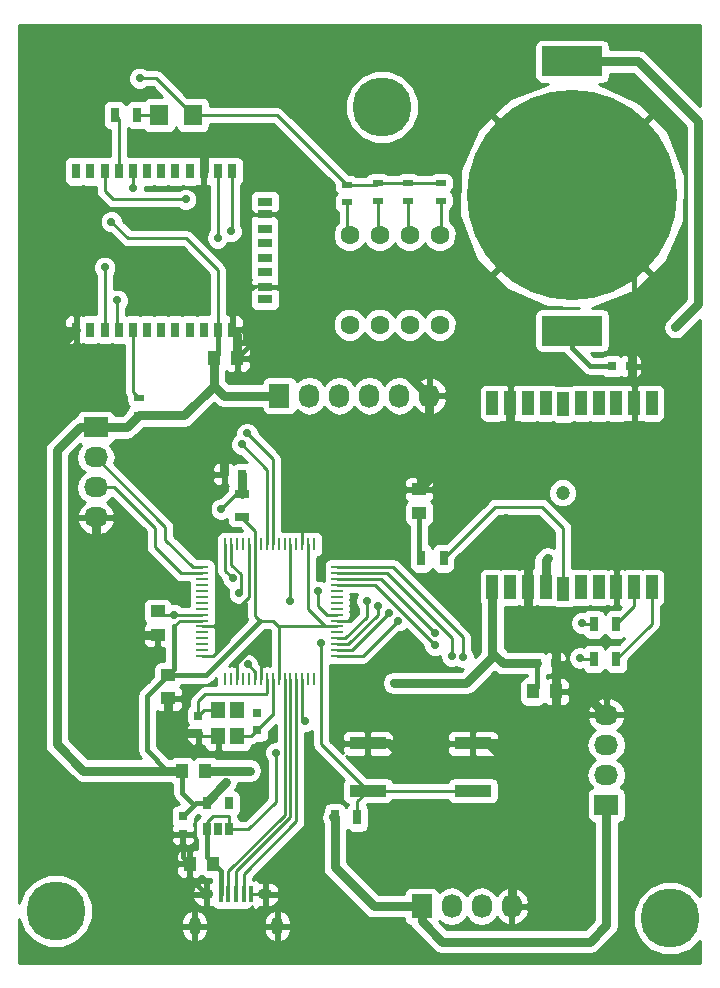
<source format=gbr>
G04 #@! TF.FileFunction,Copper,L1,Top,Signal*
%FSLAX46Y46*%
G04 Gerber Fmt 4.6, Leading zero omitted, Abs format (unit mm)*
G04 Created by KiCad (PCBNEW (2015-07-31 BZR 6030)-product) date Sat Sep 12 09:45:10 2015*
%MOMM*%
G01*
G04 APERTURE LIST*
%ADD10C,0.100000*%
%ADD11C,5.000000*%
%ADD12R,5.100000X2.500000*%
%ADD13C,17.800000*%
%ADD14R,1.000000X1.250000*%
%ADD15R,0.750000X0.800000*%
%ADD16R,1.250000X1.000000*%
%ADD17R,0.800000X0.750000*%
%ADD18R,0.400000X1.350000*%
%ADD19O,1.250000X0.950000*%
%ADD20O,1.000000X1.550000*%
%ADD21R,1.597660X1.800860*%
%ADD22R,1.727200X2.032000*%
%ADD23O,1.727200X2.032000*%
%ADD24R,2.032000X1.727200*%
%ADD25O,2.032000X1.727200*%
%ADD26R,1.300000X0.700000*%
%ADD27R,0.900000X0.500000*%
%ADD28R,0.700000X1.300000*%
%ADD29C,1.600000*%
%ADD30R,3.100000X1.000000*%
%ADD31R,0.650000X1.060000*%
%ADD32R,0.250000X1.000000*%
%ADD33R,1.000000X0.250000*%
%ADD34R,1.300000X0.800000*%
%ADD35R,0.800000X1.300000*%
%ADD36R,1.000000X2.000000*%
%ADD37C,1.200000*%
%ADD38R,1.200000X1.400000*%
%ADD39C,0.700000*%
%ADD40C,0.250000*%
%ADD41C,0.800000*%
%ADD42C,0.400000*%
%ADD43C,0.254000*%
G04 APERTURE END LIST*
D10*
D11*
X92598200Y-50407400D03*
X116982200Y-119089000D03*
D12*
X108701800Y-46535000D03*
D13*
X108701800Y-57875000D03*
D12*
X108701800Y-69325000D03*
D14*
X78307400Y-114466200D03*
X76307400Y-114466200D03*
D15*
X75732600Y-110465000D03*
X75732600Y-111965000D03*
D16*
X74513400Y-98480200D03*
X74513400Y-100480200D03*
X73599000Y-93095400D03*
X73599000Y-95095400D03*
D15*
X77053400Y-101930600D03*
X77053400Y-103430600D03*
D17*
X80749800Y-81497000D03*
X79249800Y-81497000D03*
D15*
X82031800Y-103176600D03*
X82031800Y-101676600D03*
D14*
X105365000Y-99886600D03*
X107365000Y-99886600D03*
X78339400Y-71692600D03*
X80339400Y-71692600D03*
D17*
X112117400Y-72353000D03*
X113617400Y-72353000D03*
X105716600Y-97499000D03*
X107216600Y-97499000D03*
D18*
X78933000Y-117057000D03*
X79583000Y-117057000D03*
X80233000Y-117057000D03*
X80883000Y-117057000D03*
X81533000Y-117057000D03*
D19*
X77733000Y-117057000D03*
X82733000Y-117057000D03*
D20*
X76733000Y-119757000D03*
X83733000Y-119757000D03*
D16*
X95747800Y-84783000D03*
X95747800Y-82783000D03*
D21*
X76593660Y-51067800D03*
X73753940Y-51067800D03*
D14*
X75647000Y-106592200D03*
X77647000Y-106592200D03*
D22*
X83911400Y-74842200D03*
D23*
X86451400Y-74842200D03*
X88991400Y-74842200D03*
X91531400Y-74842200D03*
X94071400Y-74842200D03*
X96611400Y-74842200D03*
D24*
X68366600Y-77534600D03*
D25*
X68366600Y-80074600D03*
X68366600Y-82614600D03*
X68366600Y-85154600D03*
D24*
X111597400Y-109487800D03*
D25*
X111597400Y-106947800D03*
X111597400Y-104407800D03*
X111597400Y-101867800D03*
D22*
X95951000Y-118073000D03*
D23*
X98491000Y-118073000D03*
X101031000Y-118073000D03*
X103571000Y-118073000D03*
D26*
X80761800Y-85088600D03*
X80761800Y-83188600D03*
D27*
X72024200Y-75006600D03*
X72024200Y-76506600D03*
D28*
X95915400Y-88609000D03*
X97815400Y-88609000D03*
X112445800Y-94197000D03*
X110545800Y-94197000D03*
X112445800Y-97143400D03*
X110545800Y-97143400D03*
D27*
X97576600Y-56820200D03*
X97576600Y-58320200D03*
X94782600Y-56820200D03*
X94782600Y-58320200D03*
X92242600Y-56820200D03*
X92242600Y-58320200D03*
X89601000Y-56972600D03*
X89601000Y-58472600D03*
D28*
X71856600Y-51067800D03*
X69956600Y-51067800D03*
X88600200Y-110554600D03*
X90500200Y-110554600D03*
D29*
X89855000Y-61237800D03*
X89855000Y-68837800D03*
X92395000Y-61237800D03*
X92395000Y-68837800D03*
X94935000Y-61237800D03*
X94935000Y-68837800D03*
X97475000Y-61237800D03*
X97475000Y-68837800D03*
D30*
X91399400Y-104287400D03*
X91399400Y-108287400D03*
X100299400Y-104287400D03*
X100299400Y-108287400D03*
D31*
X77779800Y-111553000D03*
X78729800Y-111553000D03*
X79679800Y-111553000D03*
X79679800Y-109353000D03*
X77779800Y-109353000D03*
D32*
X86848600Y-87430200D03*
X86348600Y-87430200D03*
X85848600Y-87430200D03*
X85348600Y-87430200D03*
X84848600Y-87430200D03*
X84348600Y-87430200D03*
X83848600Y-87430200D03*
X83348600Y-87430200D03*
X82848600Y-87430200D03*
X82348600Y-87430200D03*
X81848600Y-87430200D03*
X81348600Y-87430200D03*
X80848600Y-87430200D03*
X80348600Y-87430200D03*
X79848600Y-87430200D03*
X79348600Y-87430200D03*
D33*
X77398600Y-89380200D03*
X77398600Y-89880200D03*
X77398600Y-90380200D03*
X77398600Y-90880200D03*
X77398600Y-91380200D03*
X77398600Y-91880200D03*
X77398600Y-92380200D03*
X77398600Y-92880200D03*
X77398600Y-93380200D03*
X77398600Y-93880200D03*
X77398600Y-94380200D03*
X77398600Y-94880200D03*
X77398600Y-95380200D03*
X77398600Y-95880200D03*
X77398600Y-96380200D03*
X77398600Y-96880200D03*
D32*
X79348600Y-98830200D03*
X79848600Y-98830200D03*
X80348600Y-98830200D03*
X80848600Y-98830200D03*
X81348600Y-98830200D03*
X81848600Y-98830200D03*
X82348600Y-98830200D03*
X82848600Y-98830200D03*
X83348600Y-98830200D03*
X83848600Y-98830200D03*
X84348600Y-98830200D03*
X84848600Y-98830200D03*
X85348600Y-98830200D03*
X85848600Y-98830200D03*
X86348600Y-98830200D03*
X86848600Y-98830200D03*
D33*
X88798600Y-96880200D03*
X88798600Y-96380200D03*
X88798600Y-95880200D03*
X88798600Y-95380200D03*
X88798600Y-94880200D03*
X88798600Y-94380200D03*
X88798600Y-93880200D03*
X88798600Y-93380200D03*
X88798600Y-92880200D03*
X88798600Y-92380200D03*
X88798600Y-91880200D03*
X88798600Y-91380200D03*
X88798600Y-90880200D03*
X88798600Y-90380200D03*
X88798600Y-89880200D03*
X88798600Y-89380200D03*
D34*
X82707440Y-58444040D03*
X82707440Y-59444040D03*
X82707440Y-60744040D03*
X82707440Y-61944040D03*
X82707440Y-63144040D03*
X82707440Y-64344040D03*
X82707440Y-65644040D03*
D35*
X79907440Y-55844040D03*
X78707440Y-55844040D03*
X77507440Y-55844040D03*
X76307440Y-55844040D03*
X75107440Y-55844040D03*
X73907440Y-55844040D03*
X72707440Y-55844040D03*
X71507440Y-55844040D03*
X69107440Y-55844040D03*
X70307440Y-55844040D03*
X67907440Y-55844040D03*
X66707440Y-55844040D03*
X66707440Y-69244040D03*
X67907440Y-69244040D03*
X70307440Y-69244040D03*
X69107440Y-69244040D03*
X71507440Y-69244040D03*
X72707440Y-69244040D03*
X73907440Y-69244040D03*
X75107440Y-69244040D03*
X76307440Y-69244040D03*
X77507440Y-69244040D03*
X78707440Y-69244040D03*
X79907440Y-69244040D03*
D34*
X82707440Y-66644040D03*
D36*
X104951800Y-75475000D03*
X112451800Y-75475000D03*
X109451800Y-75475000D03*
X110951800Y-75475000D03*
X107951800Y-75575000D03*
X115451800Y-75475000D03*
X106451800Y-75475000D03*
X103451800Y-75475000D03*
X113951800Y-75475000D03*
X101951800Y-75475000D03*
X101951800Y-91075000D03*
X113951800Y-91075000D03*
X103451800Y-91075000D03*
X106451800Y-91075000D03*
X115451800Y-91075000D03*
X107951800Y-91175000D03*
X110951800Y-91075000D03*
X109451800Y-91075000D03*
X112451800Y-91075000D03*
X104951800Y-91075000D03*
D37*
X107901800Y-83075000D03*
D38*
X80342600Y-103679000D03*
X80342600Y-101479000D03*
X78742600Y-103679000D03*
X78742600Y-101479000D03*
D11*
X64963000Y-118479400D03*
D39*
X79961000Y-93230000D03*
X100929400Y-83021000D03*
X111343400Y-86373800D03*
X85841800Y-84341800D03*
X90413800Y-93231800D03*
X103113800Y-85205400D03*
X95138200Y-106236600D03*
X79288600Y-77280600D03*
X74513400Y-100480200D03*
X73548200Y-95009800D03*
X81981000Y-95873400D03*
X78742600Y-103679000D03*
X80342600Y-101479000D03*
X82031800Y-101676600D03*
X78729800Y-111553000D03*
X68315800Y-92825400D03*
X63642200Y-87593000D03*
X106619000Y-88609000D03*
X108447800Y-69406600D03*
X117439400Y-69051000D03*
X108701800Y-69325000D03*
X86107800Y-102424800D03*
X83618600Y-105066400D03*
X72075000Y-47969000D03*
X69687400Y-60110200D03*
X88483400Y-110554600D03*
X79390200Y-107592202D03*
X75021400Y-93384200D03*
X87213400Y-91403000D03*
X78983800Y-84443400D03*
X81219000Y-97600600D03*
X81422200Y-106592200D03*
X93614200Y-99175400D03*
X91328200Y-92215800D03*
X92254600Y-92671200D03*
X93207800Y-93231800D03*
X93969800Y-93892200D03*
X97068600Y-95975000D03*
X97068600Y-94908200D03*
X98491000Y-96889400D03*
X99456200Y-96991000D03*
X109514600Y-94095400D03*
X79949000Y-90285400D03*
X80507800Y-91555400D03*
X109362200Y-97041800D03*
X84825800Y-92266600D03*
X87467400Y-95822600D03*
X71516200Y-57265400D03*
X75986600Y-58230600D03*
X70195400Y-66765000D03*
X69128600Y-63971000D03*
X81168200Y-78042600D03*
X79847400Y-60923000D03*
X78679000Y-61481800D03*
X80711000Y-78957000D03*
D40*
X79966100Y-93224900D02*
X80006700Y-93224900D01*
X79961000Y-93230000D02*
X79966100Y-93224900D01*
D41*
X96611400Y-74842200D02*
X93055400Y-71286200D01*
X87162600Y-71286200D02*
X83954200Y-68077800D01*
X93055400Y-71286200D02*
X87162600Y-71286200D01*
X77507440Y-55844040D02*
X77507440Y-54271360D01*
D42*
X84673400Y-59145000D02*
X83962200Y-59856200D01*
X84673400Y-54268200D02*
X84673400Y-59145000D01*
X82793800Y-52388600D02*
X84673400Y-54268200D01*
D41*
X79390200Y-52388600D02*
X82793800Y-52388600D01*
X77507440Y-54271360D02*
X79390200Y-52388600D01*
X66707440Y-69244040D02*
X63642200Y-72309280D01*
X63642200Y-72309280D02*
X63642200Y-87593000D01*
X103451800Y-75475000D02*
X103451800Y-80498600D01*
X103451800Y-80498600D02*
X100929400Y-83021000D01*
D42*
X113951800Y-75475000D02*
X113951800Y-72284600D01*
X113951800Y-72284600D02*
X113951800Y-63125000D01*
X113951800Y-63125000D02*
X108701800Y-57875000D01*
X111343400Y-86373800D02*
X113951800Y-83765400D01*
X113951800Y-83765400D02*
X113951800Y-75475000D01*
X112451800Y-87482200D02*
X112451800Y-91075000D01*
X111343400Y-86373800D02*
X112451800Y-87482200D01*
X82707440Y-59444040D02*
X83550040Y-59444040D01*
X83962200Y-59856200D02*
X83962200Y-65644040D01*
X83550040Y-59444040D02*
X83962200Y-59856200D01*
D41*
X73599000Y-95095400D02*
X70585800Y-95095400D01*
D40*
X88798600Y-93880200D02*
X89765400Y-93880200D01*
X85892600Y-84392600D02*
X85994200Y-84392600D01*
X85841800Y-84341800D02*
X85892600Y-84392600D01*
X89765400Y-93880200D02*
X90413800Y-93231800D01*
D42*
X95747800Y-82783000D02*
X87400600Y-82783000D01*
D40*
X85848600Y-84335000D02*
X85848600Y-87430200D01*
X87400600Y-82783000D02*
X85848600Y-84335000D01*
D41*
X96611400Y-74842200D02*
X96611400Y-81919400D01*
X96611400Y-81919400D02*
X95747800Y-82783000D01*
X104951800Y-91075000D02*
X104951800Y-87043400D01*
X104951800Y-87043400D02*
X103113800Y-85205400D01*
D42*
X82707440Y-65644040D02*
X83962200Y-65644040D01*
X83962200Y-65644040D02*
X84009640Y-65644040D01*
X84009640Y-65644040D02*
X84009640Y-68022360D01*
X84009640Y-68022360D02*
X83954200Y-68077800D01*
X83954200Y-68077800D02*
X80339400Y-71692600D01*
D41*
X80339400Y-71692600D02*
X80339400Y-70270200D01*
X80339400Y-70270200D02*
X80339400Y-69676000D01*
X80339400Y-69676000D02*
X79907440Y-69244040D01*
X100299400Y-104287400D02*
X101571000Y-104287400D01*
X101571000Y-104287400D02*
X103571000Y-106287400D01*
X103571000Y-106287400D02*
X103571000Y-118073000D01*
X93189000Y-104287400D02*
X91399400Y-104287400D01*
X95138200Y-106236600D02*
X93189000Y-104287400D01*
X79249800Y-77319400D02*
X79249800Y-81497000D01*
X79288600Y-77280600D02*
X79249800Y-77319400D01*
X74513400Y-102426600D02*
X75517400Y-103430600D01*
X77053400Y-103430600D02*
X75517400Y-103430600D01*
X74513400Y-100480200D02*
X74513400Y-102426600D01*
X73548200Y-95009800D02*
X73548200Y-95044600D01*
X73548200Y-95044600D02*
X73599000Y-95095400D01*
X107365000Y-99886600D02*
X107365000Y-97647400D01*
X107365000Y-97647400D02*
X107216600Y-97499000D01*
X111597400Y-101867800D02*
X111585400Y-101867800D01*
X111585400Y-101867800D02*
X107216600Y-97499000D01*
D40*
X82348600Y-98830200D02*
X82348600Y-96241000D01*
X82348600Y-96241000D02*
X81981000Y-95873400D01*
X80348600Y-98830200D02*
X80348600Y-97505800D01*
X80348600Y-97505800D02*
X81981000Y-95873400D01*
D41*
X100299400Y-104287400D02*
X104910600Y-104287400D01*
X107365000Y-101833000D02*
X107365000Y-97647400D01*
X104910600Y-104287400D02*
X107365000Y-101833000D01*
X107365000Y-97647400D02*
X107365000Y-96365400D01*
X104951800Y-93952200D02*
X104951800Y-91075000D01*
X107365000Y-96365400D02*
X104951800Y-93952200D01*
D40*
X81348600Y-87430200D02*
X81348600Y-91883000D01*
X81348600Y-91883000D02*
X80006700Y-93224900D01*
X80006700Y-93224900D02*
X79644200Y-93587400D01*
X77398600Y-96880200D02*
X78281800Y-96880200D01*
X79644200Y-95517800D02*
X79644200Y-93587400D01*
X78281800Y-96880200D02*
X79644200Y-95517800D01*
D42*
X76307400Y-114466200D02*
X76307400Y-115631400D01*
X76307400Y-115631400D02*
X77733000Y-117057000D01*
D40*
X77301800Y-103679000D02*
X78742600Y-103679000D01*
X81533000Y-117057000D02*
X82733000Y-117057000D01*
X77398600Y-94380200D02*
X78851400Y-94380200D01*
X78851400Y-94380200D02*
X79644200Y-93587400D01*
D42*
X91399400Y-104287400D02*
X100299400Y-104287400D01*
D40*
X77301800Y-103679000D02*
X77053400Y-103430600D01*
D42*
X76307400Y-114466200D02*
X75732600Y-113891400D01*
X75732600Y-113891400D02*
X75732600Y-111965000D01*
D41*
X68315800Y-92774600D02*
X68366600Y-92723800D01*
X68315800Y-92825400D02*
X68315800Y-92774600D01*
X68366600Y-92876200D02*
X68366600Y-92723800D01*
X68366600Y-92723800D02*
X68366600Y-85154600D01*
X70585800Y-95095400D02*
X68366600Y-92876200D01*
X106451800Y-91075000D02*
X106451800Y-88776200D01*
X106451800Y-88776200D02*
X106619000Y-88609000D01*
X108701800Y-46535000D02*
X114278200Y-46535000D01*
X108447800Y-69406600D02*
X108529400Y-69325000D01*
X119369800Y-67120600D02*
X117439400Y-69051000D01*
X119369800Y-51626600D02*
X119369800Y-67120600D01*
X114278200Y-46535000D02*
X119369800Y-51626600D01*
X108529400Y-69325000D02*
X108701800Y-69325000D01*
D42*
X112117400Y-72353000D02*
X110225800Y-72353000D01*
X108701800Y-70829000D02*
X108701800Y-69325000D01*
X110225800Y-72353000D02*
X108701800Y-70829000D01*
D40*
X79679800Y-111553000D02*
X81297600Y-111553000D01*
X85848600Y-102165600D02*
X85848600Y-98830200D01*
X86107800Y-102424800D02*
X85848600Y-102165600D01*
X83618600Y-109232000D02*
X83618600Y-105066400D01*
X81297600Y-111553000D02*
X83618600Y-109232000D01*
X79679800Y-111553000D02*
X79679800Y-110453000D01*
X77779800Y-111553000D02*
X77779800Y-110945800D01*
X78272600Y-110453000D02*
X79679800Y-110453000D01*
X77779800Y-110945800D02*
X78272600Y-110453000D01*
D42*
X78307400Y-114466200D02*
X77779800Y-113938600D01*
X77779800Y-113938600D02*
X77779800Y-111553000D01*
X78933000Y-117057000D02*
X78933000Y-115091800D01*
X78933000Y-115091800D02*
X78307400Y-114466200D01*
D40*
X78707440Y-69244040D02*
X78707440Y-64202640D01*
X73494860Y-47969000D02*
X76593660Y-51067800D01*
X72075000Y-47969000D02*
X73494860Y-47969000D01*
X71109800Y-61532600D02*
X69687400Y-60110200D01*
X76037400Y-61532600D02*
X71109800Y-61532600D01*
X78707440Y-64202640D02*
X76037400Y-61532600D01*
X89601000Y-56972600D02*
X83696200Y-51067800D01*
X83696200Y-51067800D02*
X76593660Y-51067800D01*
X92242600Y-56820200D02*
X92090200Y-56972600D01*
X92090200Y-56972600D02*
X89601000Y-56972600D01*
X94782600Y-56820200D02*
X92242600Y-56820200D01*
X97576600Y-56820200D02*
X94782600Y-56820200D01*
D41*
X68366600Y-77534600D02*
X70996200Y-77534600D01*
X70996200Y-77534600D02*
X72024200Y-76506600D01*
X72024200Y-76506600D02*
X75827400Y-76506600D01*
X75827400Y-76506600D02*
X78339400Y-73994600D01*
X68366600Y-77534600D02*
X66995000Y-77534600D01*
X67299800Y-106592200D02*
X75647000Y-106592200D01*
X65064600Y-104357000D02*
X67299800Y-106592200D01*
X65064600Y-79465000D02*
X65064600Y-104357000D01*
X66995000Y-77534600D02*
X65064600Y-79465000D01*
D40*
X86348600Y-87430200D02*
X86348600Y-92925800D01*
X86348600Y-92925800D02*
X87803000Y-94380200D01*
D41*
X83911400Y-74842200D02*
X79187000Y-74842200D01*
X79187000Y-74842200D02*
X78339400Y-73994600D01*
X77779800Y-109353000D02*
X77779800Y-109202602D01*
X77779800Y-109202602D02*
X79390200Y-107592202D01*
X88483400Y-110554600D02*
X88600200Y-110554600D01*
X95951000Y-118073000D02*
X91887000Y-118073000D01*
X88600200Y-114786200D02*
X88600200Y-110554600D01*
X91887000Y-118073000D02*
X88600200Y-114786200D01*
X95951000Y-118073000D02*
X95951000Y-119343000D01*
X111597400Y-119698600D02*
X111597400Y-109487800D01*
X110225800Y-121070200D02*
X111597400Y-119698600D01*
X97678200Y-121070200D02*
X110225800Y-121070200D01*
X95951000Y-119343000D02*
X97678200Y-121070200D01*
X78339400Y-73994600D02*
X78339400Y-71692600D01*
D40*
X80761800Y-85088600D02*
X80761800Y-85205400D01*
X80761800Y-85205400D02*
X81848600Y-86292200D01*
X81848600Y-86292200D02*
X81848600Y-87430200D01*
D42*
X78339400Y-71692600D02*
X78707440Y-71324560D01*
X78707440Y-71324560D02*
X78707440Y-69244040D01*
X75647000Y-106592200D02*
X74411800Y-106592200D01*
X72684600Y-100309000D02*
X74513400Y-98480200D01*
X72684600Y-104865000D02*
X72684600Y-100309000D01*
X74411800Y-106592200D02*
X72684600Y-104865000D01*
D40*
X88798600Y-94380200D02*
X87803000Y-94380200D01*
X87803000Y-94380200D02*
X83840600Y-94380200D01*
X83840600Y-94380200D02*
X83848600Y-94380200D01*
X81848600Y-87430200D02*
X81848600Y-93455000D01*
X81848600Y-93455000D02*
X82285800Y-93892200D01*
D42*
X74513400Y-98480200D02*
X77697800Y-98480200D01*
X77697800Y-98480200D02*
X82285800Y-93892200D01*
D40*
X83848600Y-94388200D02*
X83848600Y-94380200D01*
X83848600Y-94380200D02*
X83848600Y-98830200D01*
X83352600Y-93892200D02*
X83848600Y-94388200D01*
X82285800Y-93892200D02*
X83352600Y-93892200D01*
D42*
X74513400Y-98480200D02*
X75021400Y-97972200D01*
X75021400Y-97972200D02*
X75021400Y-94349400D01*
D40*
X75021400Y-94349400D02*
X75490600Y-93880200D01*
X75490600Y-93880200D02*
X77398600Y-93880200D01*
D42*
X75647000Y-106592200D02*
X75647000Y-108449000D01*
X75647000Y-108449000D02*
X76697800Y-109499800D01*
X75732600Y-110465000D02*
X76697800Y-109499800D01*
X76697800Y-109499800D02*
X76844600Y-109353000D01*
X76844600Y-109353000D02*
X77779800Y-109353000D01*
D40*
X88798600Y-93380200D02*
X87920600Y-93380200D01*
X75017400Y-93380200D02*
X74411800Y-93380200D01*
X75021400Y-93384200D02*
X75017400Y-93380200D01*
X87213400Y-92673000D02*
X87213400Y-91403000D01*
X87920600Y-93380200D02*
X87213400Y-92673000D01*
X73599000Y-93095400D02*
X73883800Y-93380200D01*
X73883800Y-93380200D02*
X74411800Y-93380200D01*
X74411800Y-93380200D02*
X77398600Y-93380200D01*
X77053400Y-101930600D02*
X77053400Y-100699400D01*
X82898598Y-100035802D02*
X82898598Y-98830200D01*
X82793800Y-100140600D02*
X82898598Y-100035802D01*
X77612200Y-100140600D02*
X82793800Y-100140600D01*
X77053400Y-100699400D02*
X77612200Y-100140600D01*
X82898598Y-98830200D02*
X82848600Y-98830200D01*
X77053400Y-101930600D02*
X77505000Y-101479000D01*
X77505000Y-101479000D02*
X78742600Y-101479000D01*
D41*
X80761800Y-83188600D02*
X80761800Y-81509000D01*
X80761800Y-81509000D02*
X80749800Y-81497000D01*
D40*
X81848600Y-98830200D02*
X81848600Y-98230200D01*
X78983800Y-84443400D02*
X80238600Y-83188600D01*
X81848600Y-98230200D02*
X81219000Y-97600600D01*
X80238600Y-83188600D02*
X80761800Y-83188600D01*
X80761800Y-83188600D02*
X80773800Y-83176600D01*
X83348600Y-101402600D02*
X83348600Y-101859800D01*
X83348600Y-98830200D02*
X83348600Y-101402600D01*
X83297800Y-101910600D02*
X82031800Y-103176600D01*
X83348600Y-101859800D02*
X83297800Y-101910600D01*
X80342600Y-103679000D02*
X81529400Y-103679000D01*
X81529400Y-103679000D02*
X82031800Y-103176600D01*
D41*
X105716600Y-97499000D02*
X102859800Y-97499000D01*
X102859800Y-97499000D02*
X101951800Y-96591000D01*
X77647000Y-106592200D02*
X81422200Y-106592200D01*
X93614200Y-99175400D02*
X99710200Y-99175400D01*
X99710200Y-99175400D02*
X101951800Y-96933800D01*
X101951800Y-96933800D02*
X101951800Y-96591000D01*
X101951800Y-96591000D02*
X101951800Y-91075000D01*
D42*
X105365000Y-99886600D02*
X105716600Y-99535000D01*
X105716600Y-99535000D02*
X105716600Y-97499000D01*
D40*
X79583000Y-117057000D02*
X79583000Y-115086200D01*
X84348600Y-110320600D02*
X84348600Y-98830200D01*
X79583000Y-115086200D02*
X84348600Y-110320600D01*
X80233000Y-117057000D02*
X80233000Y-115096600D01*
X84848600Y-110481000D02*
X84848600Y-98830200D01*
X80233000Y-115096600D02*
X84848600Y-110481000D01*
X80883000Y-117057000D02*
X80883000Y-115361000D01*
X85348600Y-110895400D02*
X85348600Y-98830200D01*
X80883000Y-115361000D02*
X85348600Y-110895400D01*
D42*
X95747800Y-84783000D02*
X95747800Y-88441400D01*
X95747800Y-88441400D02*
X95915400Y-88609000D01*
D40*
X71856600Y-51067800D02*
X73753940Y-51067800D01*
X89508602Y-95380200D02*
X88798600Y-95380200D01*
X91328200Y-93560602D02*
X89508602Y-95380200D01*
X91328200Y-92215800D02*
X91328200Y-93560602D01*
X88798600Y-95880200D02*
X89756800Y-95880200D01*
X92254600Y-93382400D02*
X92254600Y-92671200D01*
X89756800Y-95880200D02*
X92254600Y-93382400D01*
X88798600Y-96380200D02*
X90059400Y-96380200D01*
X90059400Y-96380200D02*
X93207800Y-93231800D01*
X88798600Y-96880200D02*
X90981800Y-96880200D01*
X90981800Y-96880200D02*
X93969800Y-93892200D01*
X77398600Y-89380200D02*
X76605400Y-89380200D01*
X74259400Y-85967400D02*
X68366600Y-80074600D01*
X74259400Y-87034200D02*
X74259400Y-85967400D01*
X76605400Y-89380200D02*
X74259400Y-87034200D01*
X68366600Y-82614600D02*
X69941400Y-82614600D01*
X75581400Y-89880200D02*
X77398600Y-89880200D01*
X73345000Y-87643800D02*
X75581400Y-89880200D01*
X73345000Y-86018200D02*
X73345000Y-87643800D01*
X69941400Y-82614600D02*
X73345000Y-86018200D01*
X88798600Y-90880200D02*
X91973800Y-90880200D01*
X91973800Y-90880200D02*
X97068600Y-95975000D01*
X92490602Y-90330202D02*
X88798600Y-90330202D01*
X97068600Y-94908200D02*
X92490602Y-90330202D01*
X88798600Y-90330202D02*
X88798600Y-90380200D01*
X88798600Y-90330202D02*
X88798600Y-90380200D01*
X88798600Y-89880200D02*
X93005800Y-89880200D01*
X98491000Y-95365400D02*
X98491000Y-96889400D01*
X93005800Y-89880200D02*
X98491000Y-95365400D01*
X93572600Y-89380200D02*
X88798600Y-89380200D01*
X99456200Y-95263800D02*
X93572600Y-89380200D01*
X99456200Y-96991000D02*
X99456200Y-95263800D01*
X72024200Y-75006600D02*
X71507440Y-74489840D01*
X71507440Y-74489840D02*
X71507440Y-69244040D01*
X107951800Y-91175000D02*
X107951800Y-86081000D01*
X102184200Y-84240200D02*
X97815400Y-88609000D01*
X106111000Y-84240200D02*
X102184200Y-84240200D01*
X107951800Y-86081000D02*
X106111000Y-84240200D01*
X113951800Y-91075000D02*
X113951800Y-92691000D01*
X113951800Y-92691000D02*
X112445800Y-94197000D01*
X79348600Y-87430200D02*
X79348600Y-89685000D01*
X109616200Y-94197000D02*
X110545800Y-94197000D01*
X109514600Y-94095400D02*
X109616200Y-94197000D01*
X79348600Y-89685000D02*
X79949000Y-90285400D01*
X115451800Y-91075000D02*
X115451800Y-94137400D01*
X115451800Y-94137400D02*
X112445800Y-97143400D01*
X110545800Y-97143400D02*
X109463800Y-97143400D01*
X79848600Y-89169000D02*
X79848600Y-87430200D01*
X80660200Y-89980600D02*
X79848600Y-89169000D01*
X80660200Y-91403000D02*
X80660200Y-89980600D01*
X80507800Y-91555400D02*
X80660200Y-91403000D01*
X109463800Y-97143400D02*
X109362200Y-97041800D01*
X97475000Y-61237800D02*
X97576600Y-61136200D01*
X97576600Y-61136200D02*
X97576600Y-58320200D01*
X94935000Y-61237800D02*
X94782600Y-61085400D01*
X94782600Y-61085400D02*
X94782600Y-58320200D01*
X92395000Y-61237800D02*
X92242600Y-61085400D01*
X92242600Y-61085400D02*
X92242600Y-58320200D01*
X89855000Y-61237800D02*
X89601000Y-60983800D01*
X89601000Y-60983800D02*
X89601000Y-58472600D01*
X70307440Y-55844040D02*
X70307440Y-51418640D01*
X70307440Y-51418640D02*
X69956600Y-51067800D01*
X91399400Y-108287400D02*
X87467400Y-104355400D01*
X84825800Y-92266600D02*
X84825800Y-87453000D01*
X87467400Y-104355400D02*
X87467400Y-95822600D01*
X84825800Y-87453000D02*
X84848600Y-87430200D01*
X100299400Y-108287400D02*
X91399400Y-108287400D01*
X91399400Y-108287400D02*
X90500200Y-109186600D01*
X90500200Y-109186600D02*
X90500200Y-110554600D01*
X71516200Y-57265400D02*
X71507440Y-57256640D01*
X71507440Y-57256640D02*
X71507440Y-55844040D01*
X69107440Y-57498240D02*
X69107440Y-55844040D01*
X69839800Y-58230600D02*
X69107440Y-57498240D01*
X75986600Y-58230600D02*
X69839800Y-58230600D01*
X70195400Y-66765000D02*
X70195400Y-69132000D01*
X70195400Y-69132000D02*
X70307440Y-69244040D01*
D42*
X69107440Y-69244040D02*
X69128600Y-69222880D01*
D40*
X69128600Y-69222880D02*
X69128600Y-63971000D01*
X79907440Y-55844040D02*
X79907440Y-60862960D01*
X83348600Y-80223000D02*
X83348600Y-87430200D01*
X81168200Y-78042600D02*
X83348600Y-80223000D01*
X79907440Y-60862960D02*
X79847400Y-60923000D01*
X82848600Y-87430200D02*
X82848600Y-81094600D01*
X78707440Y-61453360D02*
X78707440Y-55844040D01*
X78679000Y-61481800D02*
X78707440Y-61453360D01*
X82848600Y-81094600D02*
X80711000Y-78957000D01*
D43*
G36*
X62303727Y-120252915D02*
X63184847Y-121135574D01*
X64336674Y-121613854D01*
X65583854Y-121614943D01*
X66736515Y-121138673D01*
X67619174Y-120257553D01*
X68097454Y-119105726D01*
X68098543Y-117858546D01*
X67622273Y-116705885D01*
X66741153Y-115823226D01*
X65589326Y-115344946D01*
X64342146Y-115343857D01*
X63189485Y-115820127D01*
X62306826Y-116701247D01*
X61838800Y-117828380D01*
X61838800Y-43473200D01*
X119496800Y-43473200D01*
X119496800Y-50289888D01*
X115010058Y-45803147D01*
X115010056Y-45803144D01*
X114674277Y-45578785D01*
X114500359Y-45544190D01*
X114278200Y-45499999D01*
X114278195Y-45500000D01*
X111899240Y-45500000D01*
X111899240Y-45285000D01*
X111854962Y-45049683D01*
X111715890Y-44833559D01*
X111503690Y-44688569D01*
X111251800Y-44637560D01*
X106151800Y-44637560D01*
X105916483Y-44681838D01*
X105700359Y-44820910D01*
X105555369Y-45033110D01*
X105504360Y-45285000D01*
X105504360Y-47785000D01*
X105548638Y-48020317D01*
X105687710Y-48236441D01*
X105899910Y-48381431D01*
X106151800Y-48432440D01*
X106693890Y-48432440D01*
X103514321Y-49652866D01*
X103090701Y-49935920D01*
X102030100Y-51023695D01*
X108701800Y-57695395D01*
X115373500Y-51023695D01*
X114312899Y-49935920D01*
X110936265Y-48432440D01*
X111251800Y-48432440D01*
X111487117Y-48388162D01*
X111703241Y-48249090D01*
X111848231Y-48036890D01*
X111899240Y-47785000D01*
X111899240Y-47570000D01*
X113849489Y-47570000D01*
X118334800Y-52055312D01*
X118334800Y-66691889D01*
X116707544Y-68319144D01*
X116483185Y-68654923D01*
X116404399Y-69051000D01*
X116483185Y-69447077D01*
X116707544Y-69782856D01*
X117043323Y-70007215D01*
X117439400Y-70086001D01*
X117835477Y-70007215D01*
X118171256Y-69782856D01*
X119496800Y-68457311D01*
X119496800Y-117170559D01*
X118760353Y-116432826D01*
X117608526Y-115954546D01*
X116361346Y-115953457D01*
X115208685Y-116429727D01*
X114326026Y-117310847D01*
X113847746Y-118462674D01*
X113846657Y-119709854D01*
X114322927Y-120862515D01*
X115204047Y-121745174D01*
X116355874Y-122223454D01*
X117603054Y-122224543D01*
X118755715Y-121748273D01*
X119496800Y-121008480D01*
X119496800Y-122873600D01*
X97678200Y-122873600D01*
X97678200Y-122105201D01*
X97678205Y-122105200D01*
X110225795Y-122105200D01*
X110225800Y-122105201D01*
X110621877Y-122026415D01*
X110957656Y-121802056D01*
X112329253Y-120430458D01*
X112329256Y-120430456D01*
X112463749Y-120229171D01*
X112553615Y-120094678D01*
X112632400Y-119698600D01*
X112632400Y-110995265D01*
X112848717Y-110954562D01*
X113064841Y-110815490D01*
X113209831Y-110603290D01*
X113260840Y-110351400D01*
X113260840Y-108624200D01*
X113216562Y-108388883D01*
X113077490Y-108172759D01*
X112865290Y-108027769D01*
X112823961Y-108019400D01*
X112841815Y-108007470D01*
X113166671Y-107521289D01*
X113280745Y-106947800D01*
X113166671Y-106374311D01*
X112841815Y-105888130D01*
X112527034Y-105677800D01*
X112841815Y-105467470D01*
X113166671Y-104981289D01*
X113280745Y-104407800D01*
X113166671Y-103834311D01*
X112841815Y-103348130D01*
X112532331Y-103141339D01*
X112948132Y-102769836D01*
X113202109Y-102242591D01*
X113204758Y-102226826D01*
X113083617Y-101994800D01*
X111724400Y-101994800D01*
X111724400Y-101740800D01*
X113083617Y-101740800D01*
X113204758Y-101508774D01*
X113202109Y-101493009D01*
X112948132Y-100965764D01*
X112511720Y-100575846D01*
X111959313Y-100382616D01*
X111724400Y-100526876D01*
X111724400Y-101740800D01*
X111724400Y-101994800D01*
X111724400Y-102014800D01*
X111470400Y-102014800D01*
X111470400Y-101994800D01*
X110111183Y-101994800D01*
X110111183Y-101740800D01*
X111470400Y-101740800D01*
X111470400Y-100526876D01*
X111235487Y-100382616D01*
X110683080Y-100575846D01*
X110246668Y-100965764D01*
X110195800Y-101071363D01*
X110195800Y-98440840D01*
X110895800Y-98440840D01*
X111131117Y-98396562D01*
X111347241Y-98257490D01*
X111492231Y-98045290D01*
X111494881Y-98032203D01*
X111631710Y-98244841D01*
X111843910Y-98389831D01*
X112095800Y-98440840D01*
X112795800Y-98440840D01*
X113031117Y-98396562D01*
X113247241Y-98257490D01*
X113392231Y-98045290D01*
X113443240Y-97793400D01*
X113443240Y-97220762D01*
X115989201Y-94674801D01*
X116153948Y-94428239D01*
X116211800Y-94137400D01*
X116211800Y-92662279D01*
X116403241Y-92539090D01*
X116548231Y-92326890D01*
X116599240Y-92075000D01*
X116599240Y-90075000D01*
X116554962Y-89839683D01*
X116415890Y-89623559D01*
X116203690Y-89478569D01*
X115951800Y-89427560D01*
X114951800Y-89427560D01*
X114951800Y-77122440D01*
X115951800Y-77122440D01*
X116187117Y-77078162D01*
X116403241Y-76939090D01*
X116548231Y-76726890D01*
X116599240Y-76475000D01*
X116599240Y-74475000D01*
X116554962Y-74239683D01*
X116415890Y-74023559D01*
X116203690Y-73878569D01*
X115951800Y-73827560D01*
X115553105Y-73827560D01*
X115553105Y-64546700D01*
X116640880Y-63486099D01*
X118183828Y-60020825D01*
X118283223Y-56228869D01*
X116923934Y-52687521D01*
X116640880Y-52263901D01*
X115553105Y-51203300D01*
X108881405Y-57875000D01*
X115553105Y-64546700D01*
X115553105Y-73827560D01*
X114951800Y-73827560D01*
X114716483Y-73871838D01*
X114692395Y-73887338D01*
X114578110Y-73840000D01*
X114237550Y-73840000D01*
X114078800Y-73998750D01*
X114078800Y-75348000D01*
X114098800Y-75348000D01*
X114098800Y-75602000D01*
X114078800Y-75602000D01*
X114078800Y-76951250D01*
X114237550Y-77110000D01*
X114578110Y-77110000D01*
X114689083Y-77064033D01*
X114699910Y-77071431D01*
X114951800Y-77122440D01*
X114951800Y-89427560D01*
X114716483Y-89471838D01*
X114704821Y-89479342D01*
X114703690Y-89478569D01*
X114451800Y-89427560D01*
X113903150Y-89427560D01*
X113903150Y-73363000D01*
X114143709Y-73363000D01*
X114377098Y-73266327D01*
X114555727Y-73087699D01*
X114652400Y-72854310D01*
X114652400Y-72638750D01*
X114493650Y-72480000D01*
X113744400Y-72480000D01*
X113744400Y-72226000D01*
X114493650Y-72226000D01*
X114652400Y-72067250D01*
X114652400Y-71851690D01*
X114555727Y-71618301D01*
X114377098Y-71439673D01*
X114143709Y-71343000D01*
X113903150Y-71343000D01*
X113744400Y-71501750D01*
X113744400Y-72226000D01*
X113744400Y-72480000D01*
X113744400Y-73204250D01*
X113903150Y-73363000D01*
X113903150Y-89427560D01*
X113451800Y-89427560D01*
X113216483Y-89471838D01*
X113192395Y-89487338D01*
X113078110Y-89440000D01*
X112737550Y-89440000D01*
X112578800Y-89598750D01*
X112578800Y-90948000D01*
X112598800Y-90948000D01*
X112598800Y-91202000D01*
X112578800Y-91202000D01*
X112578800Y-92551250D01*
X112737550Y-92710000D01*
X112857998Y-92710000D01*
X112668438Y-92899560D01*
X112095800Y-92899560D01*
X111860483Y-92943838D01*
X111644359Y-93082910D01*
X111499369Y-93295110D01*
X111496719Y-93308197D01*
X111359890Y-93095559D01*
X111147690Y-92950569D01*
X110895800Y-92899560D01*
X110195800Y-92899560D01*
X109960483Y-92943838D01*
X109744359Y-93082910D01*
X109722349Y-93115123D01*
X109711388Y-93110572D01*
X109319531Y-93110230D01*
X108957371Y-93259871D01*
X108680045Y-93536714D01*
X108529772Y-93898612D01*
X108529430Y-94290469D01*
X108679071Y-94652629D01*
X108955914Y-94929955D01*
X109317812Y-95080228D01*
X109592290Y-95080468D01*
X109592638Y-95082317D01*
X109731710Y-95298441D01*
X109943910Y-95443431D01*
X110195800Y-95494440D01*
X110895800Y-95494440D01*
X111131117Y-95450162D01*
X111347241Y-95311090D01*
X111492231Y-95098890D01*
X111494881Y-95085803D01*
X111631710Y-95298441D01*
X111843910Y-95443431D01*
X112095800Y-95494440D01*
X112795800Y-95494440D01*
X113031117Y-95450162D01*
X113124013Y-95390385D01*
X112668438Y-95845960D01*
X112095800Y-95845960D01*
X111860483Y-95890238D01*
X111644359Y-96029310D01*
X111499369Y-96241510D01*
X111496719Y-96254597D01*
X111359890Y-96041959D01*
X111147690Y-95896969D01*
X110895800Y-95845960D01*
X110195800Y-95845960D01*
X109960483Y-95890238D01*
X109744359Y-96029310D01*
X109688666Y-96110819D01*
X109558988Y-96056972D01*
X109167131Y-96056630D01*
X108804971Y-96206271D01*
X108527645Y-96483114D01*
X108377372Y-96845012D01*
X108377030Y-97236869D01*
X108526671Y-97599029D01*
X108803514Y-97876355D01*
X109165412Y-98026628D01*
X109557269Y-98026970D01*
X109589782Y-98013536D01*
X109592638Y-98028717D01*
X109731710Y-98244841D01*
X109943910Y-98389831D01*
X110195800Y-98440840D01*
X110195800Y-101071363D01*
X109992691Y-101493009D01*
X109990042Y-101508774D01*
X110111183Y-101740800D01*
X110111183Y-101994800D01*
X109990042Y-102226826D01*
X109992691Y-102242591D01*
X110246668Y-102769836D01*
X110662469Y-103141339D01*
X110352985Y-103348130D01*
X110028129Y-103834311D01*
X109914055Y-104407800D01*
X110028129Y-104981289D01*
X110352985Y-105467470D01*
X110667766Y-105677800D01*
X110352985Y-105888130D01*
X110028129Y-106374311D01*
X109914055Y-106947800D01*
X110028129Y-107521289D01*
X110352985Y-108007470D01*
X110367313Y-108017043D01*
X110346083Y-108021038D01*
X110129959Y-108160110D01*
X109984969Y-108372310D01*
X109933960Y-108624200D01*
X109933960Y-110351400D01*
X109978238Y-110586717D01*
X110117310Y-110802841D01*
X110329510Y-110947831D01*
X110562400Y-110994992D01*
X110562400Y-119269889D01*
X109797088Y-120035200D01*
X107650750Y-120035200D01*
X107650750Y-101146600D01*
X107991309Y-101146600D01*
X108224698Y-101049927D01*
X108403327Y-100871299D01*
X108500000Y-100637910D01*
X108500000Y-100172350D01*
X108341250Y-100013600D01*
X107492000Y-100013600D01*
X107492000Y-99759600D01*
X108341250Y-99759600D01*
X108500000Y-99600850D01*
X108500000Y-99135290D01*
X108403327Y-98901901D01*
X108224698Y-98723273D01*
X107991309Y-98626600D01*
X107650750Y-98626600D01*
X107502350Y-98775000D01*
X107502350Y-98509000D01*
X107742909Y-98509000D01*
X107976298Y-98412327D01*
X108154927Y-98233699D01*
X108251600Y-98000310D01*
X108251600Y-97784750D01*
X108092850Y-97626000D01*
X107343600Y-97626000D01*
X107343600Y-97372000D01*
X108092850Y-97372000D01*
X108251600Y-97213250D01*
X108251600Y-96997690D01*
X108154927Y-96764301D01*
X107976298Y-96585673D01*
X107742909Y-96489000D01*
X107502350Y-96489000D01*
X107451800Y-96539550D01*
X107451800Y-92822440D01*
X108451800Y-92822440D01*
X108687117Y-92778162D01*
X108816341Y-92695009D01*
X108951800Y-92722440D01*
X109951800Y-92722440D01*
X110187117Y-92678162D01*
X110198779Y-92670658D01*
X110199910Y-92671431D01*
X110451800Y-92722440D01*
X111451800Y-92722440D01*
X111687117Y-92678162D01*
X111711205Y-92662662D01*
X111825490Y-92710000D01*
X112166050Y-92710000D01*
X112324800Y-92551250D01*
X112324800Y-91202000D01*
X112304800Y-91202000D01*
X112304800Y-90948000D01*
X112324800Y-90948000D01*
X112324800Y-89598750D01*
X112166050Y-89440000D01*
X111825490Y-89440000D01*
X111714517Y-89485967D01*
X111703690Y-89478569D01*
X111451800Y-89427560D01*
X110451800Y-89427560D01*
X110216483Y-89471838D01*
X110204821Y-89479342D01*
X110203690Y-89478569D01*
X109951800Y-89427560D01*
X108951800Y-89427560D01*
X108716483Y-89471838D01*
X108711800Y-89474851D01*
X108711800Y-86081000D01*
X108653948Y-85790161D01*
X108489201Y-85543599D01*
X108146379Y-85200777D01*
X108146379Y-84310214D01*
X108600457Y-84122592D01*
X108948171Y-83775485D01*
X109136585Y-83321734D01*
X109137014Y-82830421D01*
X108949392Y-82376343D01*
X108602285Y-82028629D01*
X108148534Y-81840215D01*
X107657221Y-81839786D01*
X107451800Y-81924664D01*
X107451800Y-77222440D01*
X108451800Y-77222440D01*
X108687117Y-77178162D01*
X108816341Y-77095009D01*
X108951800Y-77122440D01*
X109951800Y-77122440D01*
X110187117Y-77078162D01*
X110198779Y-77070658D01*
X110199910Y-77071431D01*
X110451800Y-77122440D01*
X111451800Y-77122440D01*
X111687117Y-77078162D01*
X111698779Y-77070658D01*
X111699910Y-77071431D01*
X111951800Y-77122440D01*
X112951800Y-77122440D01*
X113187117Y-77078162D01*
X113211205Y-77062662D01*
X113325490Y-77110000D01*
X113666050Y-77110000D01*
X113824800Y-76951250D01*
X113824800Y-75602000D01*
X113804800Y-75602000D01*
X113804800Y-75348000D01*
X113824800Y-75348000D01*
X113824800Y-73998750D01*
X113666050Y-73840000D01*
X113325490Y-73840000D01*
X113214517Y-73885967D01*
X113203690Y-73878569D01*
X112951800Y-73827560D01*
X111951800Y-73827560D01*
X111717400Y-73871665D01*
X111717400Y-73375440D01*
X112517400Y-73375440D01*
X112752717Y-73331162D01*
X112856046Y-73264671D01*
X112857702Y-73266327D01*
X113091091Y-73363000D01*
X113331650Y-73363000D01*
X113490400Y-73204250D01*
X113490400Y-72480000D01*
X113470400Y-72480000D01*
X113470400Y-72226000D01*
X113490400Y-72226000D01*
X113490400Y-71501750D01*
X113331650Y-71343000D01*
X113091091Y-71343000D01*
X112857702Y-71439673D01*
X112856332Y-71441043D01*
X112769290Y-71381569D01*
X112517400Y-71330560D01*
X111717400Y-71330560D01*
X111482083Y-71374838D01*
X111265959Y-71513910D01*
X111263164Y-71518000D01*
X110571668Y-71518000D01*
X110276108Y-71222440D01*
X111251800Y-71222440D01*
X111487117Y-71178162D01*
X111703241Y-71039090D01*
X111848231Y-70826890D01*
X111899240Y-70575000D01*
X111899240Y-68075000D01*
X111854962Y-67839683D01*
X111715890Y-67623559D01*
X111503690Y-67478569D01*
X111251800Y-67427560D01*
X110423128Y-67427560D01*
X113889279Y-66097134D01*
X114312899Y-65814080D01*
X115373500Y-64726305D01*
X108701800Y-58054605D01*
X102030100Y-64726305D01*
X103090701Y-65814080D01*
X106555975Y-67357028D01*
X109246797Y-67427560D01*
X106151800Y-67427560D01*
X105916483Y-67471838D01*
X105700359Y-67610910D01*
X105555369Y-67823110D01*
X105504360Y-68075000D01*
X105504360Y-70575000D01*
X105548638Y-70810317D01*
X105687710Y-71026441D01*
X105899910Y-71171431D01*
X106151800Y-71222440D01*
X107979739Y-71222440D01*
X108051723Y-71330172D01*
X108111366Y-71419434D01*
X109635366Y-72943434D01*
X109906259Y-73124439D01*
X110225800Y-73188000D01*
X111265837Y-73188000D01*
X111465510Y-73324431D01*
X111717400Y-73375440D01*
X111717400Y-73871665D01*
X111716483Y-73871838D01*
X111704821Y-73879342D01*
X111703690Y-73878569D01*
X111451800Y-73827560D01*
X110451800Y-73827560D01*
X110216483Y-73871838D01*
X110204821Y-73879342D01*
X110203690Y-73878569D01*
X109951800Y-73827560D01*
X108951800Y-73827560D01*
X108716483Y-73871838D01*
X108587259Y-73954991D01*
X108451800Y-73927560D01*
X107451800Y-73927560D01*
X107313482Y-73953586D01*
X107203690Y-73878569D01*
X106951800Y-73827560D01*
X105951800Y-73827560D01*
X105716483Y-73871838D01*
X105704821Y-73879342D01*
X105703690Y-73878569D01*
X105451800Y-73827560D01*
X104451800Y-73827560D01*
X104216483Y-73871838D01*
X104192395Y-73887338D01*
X104078110Y-73840000D01*
X103737550Y-73840000D01*
X103578800Y-73998750D01*
X103578800Y-75348000D01*
X103598800Y-75348000D01*
X103598800Y-75602000D01*
X103578800Y-75602000D01*
X103578800Y-76951250D01*
X103737550Y-77110000D01*
X104078110Y-77110000D01*
X104189083Y-77064033D01*
X104199910Y-77071431D01*
X104451800Y-77122440D01*
X105451800Y-77122440D01*
X105687117Y-77078162D01*
X105698779Y-77070658D01*
X105699910Y-77071431D01*
X105951800Y-77122440D01*
X106951800Y-77122440D01*
X107090118Y-77096414D01*
X107199910Y-77171431D01*
X107451800Y-77222440D01*
X107451800Y-81924664D01*
X107203143Y-82027408D01*
X106855429Y-82374515D01*
X106667015Y-82828266D01*
X106666586Y-83319579D01*
X106854208Y-83773657D01*
X107201315Y-84121371D01*
X107655066Y-84309785D01*
X108146379Y-84310214D01*
X108146379Y-85200777D01*
X106648401Y-83702799D01*
X106401840Y-83538052D01*
X106111000Y-83480200D01*
X102184200Y-83480200D01*
X101975709Y-83521672D01*
X101893360Y-83538052D01*
X101646799Y-83702799D01*
X101451800Y-83897798D01*
X101451800Y-77122440D01*
X102451800Y-77122440D01*
X102687117Y-77078162D01*
X102711205Y-77062662D01*
X102825490Y-77110000D01*
X103166050Y-77110000D01*
X103324800Y-76951250D01*
X103324800Y-75602000D01*
X103304800Y-75602000D01*
X103304800Y-75348000D01*
X103324800Y-75348000D01*
X103324800Y-73998750D01*
X103166050Y-73840000D01*
X102825490Y-73840000D01*
X102714517Y-73885967D01*
X102703690Y-73878569D01*
X102451800Y-73827560D01*
X101850495Y-73827560D01*
X101850495Y-64546700D01*
X108522195Y-57875000D01*
X101850495Y-51203300D01*
X100762720Y-52263901D01*
X99219772Y-55729175D01*
X99120377Y-59521131D01*
X100479666Y-63062479D01*
X100762720Y-63486099D01*
X101850495Y-64546700D01*
X101850495Y-73827560D01*
X101451800Y-73827560D01*
X101216483Y-73871838D01*
X101000359Y-74010910D01*
X100855369Y-74223110D01*
X100804360Y-74475000D01*
X100804360Y-76475000D01*
X100848638Y-76710317D01*
X100987710Y-76926441D01*
X101199910Y-77071431D01*
X101451800Y-77122440D01*
X101451800Y-83897798D01*
X98038038Y-87311560D01*
X97465400Y-87311560D01*
X97230083Y-87355838D01*
X97013959Y-87494910D01*
X96868969Y-87707110D01*
X96866319Y-87720197D01*
X96729490Y-87507559D01*
X96582800Y-87407330D01*
X96582800Y-85890926D01*
X96608117Y-85886162D01*
X96824241Y-85747090D01*
X96969231Y-85534890D01*
X97020240Y-85283000D01*
X97020240Y-84283000D01*
X96975962Y-84047683D01*
X96836890Y-83831559D01*
X96768794Y-83785031D01*
X96911127Y-83642698D01*
X97007800Y-83409309D01*
X97007800Y-83068750D01*
X96849050Y-82910000D01*
X95874800Y-82910000D01*
X95874800Y-82656000D01*
X96849050Y-82656000D01*
X97007800Y-82497250D01*
X97007800Y-82156691D01*
X96970426Y-82066463D01*
X96970426Y-76449558D01*
X96986191Y-76446909D01*
X97513436Y-76192932D01*
X97903354Y-75756520D01*
X98096584Y-75204113D01*
X97952324Y-74969200D01*
X96738400Y-74969200D01*
X96738400Y-74715200D01*
X97952324Y-74715200D01*
X98096584Y-74480287D01*
X97903354Y-73927880D01*
X97513436Y-73491468D01*
X96986191Y-73237491D01*
X96970426Y-73234842D01*
X96738400Y-73355983D01*
X96738400Y-74715200D01*
X96738400Y-74969200D01*
X96738400Y-76328417D01*
X96970426Y-76449558D01*
X96970426Y-82066463D01*
X96911127Y-81923302D01*
X96732499Y-81744673D01*
X96499110Y-81648000D01*
X96033550Y-81648000D01*
X95874800Y-81806750D01*
X95874800Y-82656000D01*
X95874800Y-82910000D01*
X95874800Y-82930000D01*
X95620800Y-82930000D01*
X95620800Y-82910000D01*
X94646550Y-82910000D01*
X94646550Y-82656000D01*
X95620800Y-82656000D01*
X95620800Y-81806750D01*
X95462050Y-81648000D01*
X94996490Y-81648000D01*
X94763101Y-81744673D01*
X94584473Y-81923302D01*
X94487800Y-82156691D01*
X94487800Y-82497250D01*
X94646550Y-82656000D01*
X94646550Y-82910000D01*
X94487800Y-83068750D01*
X94487800Y-83409309D01*
X94584473Y-83642698D01*
X94725710Y-83783936D01*
X94671359Y-83818910D01*
X94526369Y-84031110D01*
X94475360Y-84283000D01*
X94475360Y-85283000D01*
X94519638Y-85518317D01*
X94658710Y-85734441D01*
X94870910Y-85879431D01*
X94912800Y-85887914D01*
X94912800Y-88441400D01*
X94917960Y-88467341D01*
X94917960Y-89259000D01*
X94962238Y-89494317D01*
X95101310Y-89710441D01*
X95313510Y-89855431D01*
X95565400Y-89906440D01*
X96265400Y-89906440D01*
X96500717Y-89862162D01*
X96716841Y-89723090D01*
X96861831Y-89510890D01*
X96864481Y-89497803D01*
X97001310Y-89710441D01*
X97213510Y-89855431D01*
X97465400Y-89906440D01*
X98165400Y-89906440D01*
X98400717Y-89862162D01*
X98616841Y-89723090D01*
X98761831Y-89510890D01*
X98812840Y-89259000D01*
X98812840Y-88686362D01*
X102499002Y-85000200D01*
X105796198Y-85000200D01*
X107191800Y-86395802D01*
X107191800Y-87770867D01*
X107015078Y-87652785D01*
X106619000Y-87573999D01*
X106222923Y-87652785D01*
X105887145Y-87877144D01*
X105719944Y-88044344D01*
X105495585Y-88380123D01*
X105416799Y-88776200D01*
X105416800Y-88776205D01*
X105416800Y-89440000D01*
X105237550Y-89440000D01*
X105078800Y-89598750D01*
X105078800Y-90948000D01*
X105098800Y-90948000D01*
X105098800Y-91202000D01*
X105078800Y-91202000D01*
X105078800Y-92551250D01*
X105237550Y-92710000D01*
X105578110Y-92710000D01*
X105689083Y-92664033D01*
X105699910Y-92671431D01*
X105951800Y-92722440D01*
X106951800Y-92722440D01*
X107090118Y-92696414D01*
X107199910Y-92771431D01*
X107451800Y-92822440D01*
X107451800Y-96539550D01*
X107343600Y-96647750D01*
X107343600Y-97372000D01*
X107343600Y-97626000D01*
X107343600Y-98350250D01*
X107502350Y-98509000D01*
X107502350Y-98775000D01*
X107492000Y-98785350D01*
X107492000Y-99759600D01*
X107492000Y-100013600D01*
X107492000Y-100987850D01*
X107650750Y-101146600D01*
X107650750Y-120035200D01*
X103930026Y-120035200D01*
X103930026Y-119680358D01*
X103945791Y-119677709D01*
X104473036Y-119423732D01*
X104862954Y-118987320D01*
X105056184Y-118434913D01*
X104911924Y-118200000D01*
X103698000Y-118200000D01*
X103698000Y-117946000D01*
X104911924Y-117946000D01*
X105056184Y-117711087D01*
X104862954Y-117158680D01*
X104473036Y-116722268D01*
X103945791Y-116468291D01*
X103930026Y-116465642D01*
X103698000Y-116586783D01*
X103698000Y-117946000D01*
X103698000Y-118200000D01*
X103698000Y-119559217D01*
X103930026Y-119680358D01*
X103930026Y-120035200D01*
X98106912Y-120035200D01*
X97411295Y-119339584D01*
X97419400Y-119299561D01*
X97431330Y-119317415D01*
X97917511Y-119642271D01*
X98491000Y-119756345D01*
X99064489Y-119642271D01*
X99550670Y-119317415D01*
X99761000Y-119002634D01*
X99971330Y-119317415D01*
X100457511Y-119642271D01*
X101031000Y-119756345D01*
X101604489Y-119642271D01*
X102090670Y-119317415D01*
X102297461Y-119007931D01*
X102668964Y-119423732D01*
X103196209Y-119677709D01*
X103211974Y-119680358D01*
X103444000Y-119559217D01*
X103444000Y-118200000D01*
X103424000Y-118200000D01*
X103424000Y-117946000D01*
X103444000Y-117946000D01*
X103444000Y-116586783D01*
X103211974Y-116465642D01*
X103196209Y-116468291D01*
X102668964Y-116722268D01*
X102297461Y-117138069D01*
X102090670Y-116828585D01*
X101604489Y-116503729D01*
X101031000Y-116389655D01*
X100457511Y-116503729D01*
X99971330Y-116828585D01*
X99761000Y-117143366D01*
X99550670Y-116828585D01*
X99064489Y-116503729D01*
X98491000Y-116389655D01*
X97917511Y-116503729D01*
X97431330Y-116828585D01*
X97421757Y-116842913D01*
X97417762Y-116821683D01*
X97278690Y-116605559D01*
X97066490Y-116460569D01*
X96814600Y-116409560D01*
X95087400Y-116409560D01*
X94852083Y-116453838D01*
X94635959Y-116592910D01*
X94490969Y-116805110D01*
X94443808Y-117038000D01*
X92315712Y-117038000D01*
X89635200Y-114357489D01*
X89635200Y-111576925D01*
X89686110Y-111656041D01*
X89898310Y-111801031D01*
X90150200Y-111852040D01*
X90850200Y-111852040D01*
X91085517Y-111807762D01*
X91301641Y-111668690D01*
X91446631Y-111456490D01*
X91497640Y-111204600D01*
X91497640Y-109904600D01*
X91453362Y-109669283D01*
X91314290Y-109453159D01*
X91310816Y-109450786D01*
X91326762Y-109434840D01*
X92949400Y-109434840D01*
X93184717Y-109390562D01*
X93400841Y-109251490D01*
X93540290Y-109047400D01*
X98162121Y-109047400D01*
X98285310Y-109238841D01*
X98497510Y-109383831D01*
X98749400Y-109434840D01*
X101849400Y-109434840D01*
X102084717Y-109390562D01*
X102300841Y-109251490D01*
X102445831Y-109039290D01*
X102496840Y-108787400D01*
X102496840Y-107787400D01*
X102452562Y-107552083D01*
X102313490Y-107335959D01*
X102101290Y-107190969D01*
X101849400Y-107139960D01*
X100585150Y-107139960D01*
X100585150Y-105422400D01*
X101975709Y-105422400D01*
X102209098Y-105325727D01*
X102387727Y-105147099D01*
X102484400Y-104913710D01*
X102484400Y-104573150D01*
X102325650Y-104414400D01*
X100426400Y-104414400D01*
X100426400Y-104160400D01*
X102325650Y-104160400D01*
X102484400Y-104001650D01*
X102484400Y-103661090D01*
X102387727Y-103427701D01*
X102209098Y-103249073D01*
X101975709Y-103152400D01*
X100585150Y-103152400D01*
X100426400Y-103311150D01*
X100426400Y-104160400D01*
X100426400Y-104414400D01*
X100426400Y-105263650D01*
X100585150Y-105422400D01*
X100585150Y-107139960D01*
X98749400Y-107139960D01*
X98623091Y-107163726D01*
X98623091Y-105422400D01*
X100013650Y-105422400D01*
X100172400Y-105263650D01*
X100172400Y-104414400D01*
X98273150Y-104414400D01*
X98273150Y-104160400D01*
X100172400Y-104160400D01*
X100172400Y-103311150D01*
X100013650Y-103152400D01*
X98623091Y-103152400D01*
X98389702Y-103249073D01*
X98211073Y-103427701D01*
X98114400Y-103661090D01*
X98114400Y-104001650D01*
X98273150Y-104160400D01*
X98273150Y-104414400D01*
X98114400Y-104573150D01*
X98114400Y-104913710D01*
X98211073Y-105147099D01*
X98389702Y-105325727D01*
X98623091Y-105422400D01*
X98623091Y-107163726D01*
X98514083Y-107184238D01*
X98297959Y-107323310D01*
X98158510Y-107527400D01*
X93536679Y-107527400D01*
X93413490Y-107335959D01*
X93201290Y-107190969D01*
X92949400Y-107139960D01*
X91685150Y-107139960D01*
X91685150Y-105422400D01*
X93075709Y-105422400D01*
X93309098Y-105325727D01*
X93487727Y-105147099D01*
X93584400Y-104913710D01*
X93584400Y-104573150D01*
X93425650Y-104414400D01*
X91526400Y-104414400D01*
X91526400Y-104160400D01*
X93425650Y-104160400D01*
X93584400Y-104001650D01*
X93584400Y-103661090D01*
X93487727Y-103427701D01*
X93309098Y-103249073D01*
X93075709Y-103152400D01*
X91685150Y-103152400D01*
X91526400Y-103311150D01*
X91526400Y-104160400D01*
X91526400Y-104414400D01*
X91526400Y-105263650D01*
X91685150Y-105422400D01*
X91685150Y-107139960D01*
X91326762Y-107139960D01*
X89528670Y-105341868D01*
X89723091Y-105422400D01*
X91113650Y-105422400D01*
X91272400Y-105263650D01*
X91272400Y-104414400D01*
X89373150Y-104414400D01*
X89373150Y-104160400D01*
X91272400Y-104160400D01*
X91272400Y-103311150D01*
X91113650Y-103152400D01*
X89723091Y-103152400D01*
X89489702Y-103249073D01*
X89311073Y-103427701D01*
X89214400Y-103661090D01*
X89214400Y-104001650D01*
X89373150Y-104160400D01*
X89373150Y-104414400D01*
X89214400Y-104573150D01*
X89214400Y-104913710D01*
X89294931Y-105108129D01*
X88227400Y-104040598D01*
X88227400Y-97638222D01*
X88298600Y-97652640D01*
X89298600Y-97652640D01*
X89364713Y-97640200D01*
X90981800Y-97640200D01*
X91272639Y-97582348D01*
X91519201Y-97417601D01*
X94059524Y-94877278D01*
X94164869Y-94877370D01*
X94527029Y-94727729D01*
X94636874Y-94618076D01*
X96083522Y-96064724D01*
X96083430Y-96170069D01*
X96233071Y-96532229D01*
X96509914Y-96809555D01*
X96871812Y-96959828D01*
X97263669Y-96960170D01*
X97506026Y-96860030D01*
X97505830Y-97084469D01*
X97655471Y-97446629D01*
X97932314Y-97723955D01*
X98294212Y-97874228D01*
X98686069Y-97874570D01*
X98870409Y-97798403D01*
X98897514Y-97825555D01*
X99259412Y-97975828D01*
X99445897Y-97975991D01*
X99281488Y-98140400D01*
X93614200Y-98140400D01*
X93218123Y-98219185D01*
X92882344Y-98443544D01*
X92657985Y-98779323D01*
X92579200Y-99175400D01*
X92657985Y-99571477D01*
X92882344Y-99907256D01*
X93218123Y-100131615D01*
X93614200Y-100210400D01*
X99710195Y-100210400D01*
X99710200Y-100210401D01*
X100106277Y-100131615D01*
X100442056Y-99907256D01*
X102123200Y-98226112D01*
X102127944Y-98230856D01*
X102463723Y-98455215D01*
X102859800Y-98534001D01*
X102859805Y-98534000D01*
X104881600Y-98534000D01*
X104881600Y-98614160D01*
X104865000Y-98614160D01*
X104629683Y-98658438D01*
X104413559Y-98797510D01*
X104268569Y-99009710D01*
X104217560Y-99261600D01*
X104217560Y-100511600D01*
X104261838Y-100746917D01*
X104400910Y-100963041D01*
X104613110Y-101108031D01*
X104865000Y-101159040D01*
X105865000Y-101159040D01*
X106100317Y-101114762D01*
X106316441Y-100975690D01*
X106362969Y-100907594D01*
X106505302Y-101049927D01*
X106738691Y-101146600D01*
X107079250Y-101146600D01*
X107238000Y-100987850D01*
X107238000Y-100013600D01*
X107218000Y-100013600D01*
X107218000Y-99759600D01*
X107238000Y-99759600D01*
X107238000Y-98785350D01*
X107079250Y-98626600D01*
X106738691Y-98626600D01*
X106551600Y-98704096D01*
X106551600Y-98451552D01*
X106690291Y-98509000D01*
X106930850Y-98509000D01*
X107089600Y-98350250D01*
X107089600Y-97626000D01*
X107069600Y-97626000D01*
X107069600Y-97372000D01*
X107089600Y-97372000D01*
X107089600Y-96647750D01*
X106930850Y-96489000D01*
X106690291Y-96489000D01*
X106456902Y-96585673D01*
X106455532Y-96587043D01*
X106368490Y-96527569D01*
X106116600Y-96476560D01*
X105779743Y-96476560D01*
X105716600Y-96464000D01*
X103288512Y-96464000D01*
X102986800Y-96162289D01*
X102986800Y-92722440D01*
X103951800Y-92722440D01*
X104187117Y-92678162D01*
X104211205Y-92662662D01*
X104325490Y-92710000D01*
X104666050Y-92710000D01*
X104824800Y-92551250D01*
X104824800Y-91202000D01*
X104804800Y-91202000D01*
X104804800Y-90948000D01*
X104824800Y-90948000D01*
X104824800Y-89598750D01*
X104666050Y-89440000D01*
X104325490Y-89440000D01*
X104214517Y-89485967D01*
X104203690Y-89478569D01*
X103951800Y-89427560D01*
X102951800Y-89427560D01*
X102716483Y-89471838D01*
X102704821Y-89479342D01*
X102703690Y-89478569D01*
X102451800Y-89427560D01*
X101451800Y-89427560D01*
X101216483Y-89471838D01*
X101000359Y-89610910D01*
X100855369Y-89823110D01*
X100804360Y-90075000D01*
X100804360Y-92075000D01*
X100848638Y-92310317D01*
X100916800Y-92416244D01*
X100916800Y-96505089D01*
X100441209Y-96980680D01*
X100441370Y-96795931D01*
X100291729Y-96433771D01*
X100216200Y-96358110D01*
X100216200Y-95263800D01*
X100158348Y-94972961D01*
X99993601Y-94726399D01*
X94110001Y-88842799D01*
X93863439Y-88678052D01*
X93572600Y-88620200D01*
X89360031Y-88620200D01*
X89298600Y-88607760D01*
X88298600Y-88607760D01*
X88063283Y-88652038D01*
X87847159Y-88791110D01*
X87702169Y-89003310D01*
X87651160Y-89255200D01*
X87651160Y-89505200D01*
X87675544Y-89634789D01*
X87651160Y-89755200D01*
X87651160Y-90005200D01*
X87675544Y-90134789D01*
X87651160Y-90255200D01*
X87651160Y-90505200D01*
X87653820Y-90519337D01*
X87410188Y-90418172D01*
X87108600Y-90417909D01*
X87108600Y-88552238D01*
X87208917Y-88533362D01*
X87425041Y-88394290D01*
X87570031Y-88182090D01*
X87621040Y-87930200D01*
X87621040Y-86930200D01*
X87576762Y-86694883D01*
X87437690Y-86478759D01*
X87225490Y-86333769D01*
X86973600Y-86282760D01*
X86723600Y-86282760D01*
X86594011Y-86307144D01*
X86473600Y-86282760D01*
X86223600Y-86282760D01*
X86117895Y-86302650D01*
X86099910Y-86295200D01*
X86069850Y-86295200D01*
X86049538Y-86315512D01*
X85988283Y-86327038D01*
X85847873Y-86417390D01*
X85725490Y-86333769D01*
X85650792Y-86318642D01*
X85627350Y-86295200D01*
X85597290Y-86295200D01*
X85576847Y-86303668D01*
X85473600Y-86282760D01*
X85223600Y-86282760D01*
X85094011Y-86307144D01*
X84973600Y-86282760D01*
X84723600Y-86282760D01*
X84594011Y-86307144D01*
X84473600Y-86282760D01*
X84223600Y-86282760D01*
X84108600Y-86304399D01*
X84108600Y-80223000D01*
X84050748Y-79932161D01*
X83886001Y-79685599D01*
X82153278Y-77952876D01*
X82153370Y-77847531D01*
X82003729Y-77485371D01*
X81726886Y-77208045D01*
X81364988Y-77057772D01*
X80973131Y-77057430D01*
X80610971Y-77207071D01*
X80333645Y-77483914D01*
X80183372Y-77845812D01*
X80183142Y-78109335D01*
X80153771Y-78121471D01*
X79876445Y-78398314D01*
X79726172Y-78760212D01*
X79725830Y-79152069D01*
X79875471Y-79514229D01*
X80152314Y-79791555D01*
X80514212Y-79941828D01*
X80621119Y-79941921D01*
X81154763Y-80475565D01*
X81149800Y-80474560D01*
X80812947Y-80474560D01*
X80749800Y-80461999D01*
X80686653Y-80474560D01*
X80349800Y-80474560D01*
X80114483Y-80518838D01*
X80011154Y-80585329D01*
X80009498Y-80583673D01*
X79776109Y-80487000D01*
X79535550Y-80487000D01*
X79376800Y-80645750D01*
X79376800Y-81370000D01*
X79396800Y-81370000D01*
X79396800Y-81624000D01*
X79376800Y-81624000D01*
X79376800Y-82348250D01*
X79535550Y-82507000D01*
X79569832Y-82507000D01*
X79515369Y-82586710D01*
X79464360Y-82838600D01*
X79464360Y-82888038D01*
X78894076Y-83458322D01*
X78788731Y-83458230D01*
X78723491Y-83485186D01*
X78723491Y-82507000D01*
X78964050Y-82507000D01*
X79122800Y-82348250D01*
X79122800Y-81624000D01*
X78373550Y-81624000D01*
X78373550Y-81370000D01*
X79122800Y-81370000D01*
X79122800Y-80645750D01*
X78964050Y-80487000D01*
X78723491Y-80487000D01*
X78490102Y-80583673D01*
X78311473Y-80762301D01*
X78214800Y-80995690D01*
X78214800Y-81211250D01*
X78373550Y-81370000D01*
X78373550Y-81624000D01*
X78214800Y-81782750D01*
X78214800Y-81998310D01*
X78311473Y-82231699D01*
X78490102Y-82410327D01*
X78723491Y-82507000D01*
X78723491Y-83485186D01*
X78426571Y-83607871D01*
X78149245Y-83884714D01*
X77998972Y-84246612D01*
X77998630Y-84638469D01*
X78148271Y-85000629D01*
X78425114Y-85277955D01*
X78787012Y-85428228D01*
X79178869Y-85428570D01*
X79464360Y-85310608D01*
X79464360Y-85438600D01*
X79508638Y-85673917D01*
X79647710Y-85890041D01*
X79859910Y-86035031D01*
X80111800Y-86086040D01*
X80567638Y-86086040D01*
X80764358Y-86282760D01*
X80723600Y-86282760D01*
X80594011Y-86307144D01*
X80473600Y-86282760D01*
X80223600Y-86282760D01*
X80094011Y-86307144D01*
X79973600Y-86282760D01*
X79723600Y-86282760D01*
X79594011Y-86307144D01*
X79473600Y-86282760D01*
X79223600Y-86282760D01*
X78988283Y-86327038D01*
X78772159Y-86466110D01*
X78627169Y-86678310D01*
X78576160Y-86930200D01*
X78576160Y-87930200D01*
X78588600Y-87996313D01*
X78588600Y-89685000D01*
X78646452Y-89975839D01*
X78811199Y-90222401D01*
X78963922Y-90375124D01*
X78963830Y-90480469D01*
X79113471Y-90842629D01*
X79390314Y-91119955D01*
X79587988Y-91202036D01*
X79522972Y-91358612D01*
X79522630Y-91750469D01*
X79672271Y-92112629D01*
X79949114Y-92389955D01*
X80311012Y-92540228D01*
X80702869Y-92540570D01*
X81065029Y-92390929D01*
X81088600Y-92367399D01*
X81088600Y-93455000D01*
X81146452Y-93745840D01*
X81188445Y-93808687D01*
X78546040Y-96451092D01*
X78546040Y-96255200D01*
X78521656Y-96125611D01*
X78546040Y-96005200D01*
X78546040Y-95755200D01*
X78521656Y-95625611D01*
X78546040Y-95505200D01*
X78546040Y-95255200D01*
X78521656Y-95125611D01*
X78546040Y-95005200D01*
X78546040Y-94755200D01*
X78526150Y-94649495D01*
X78533600Y-94631510D01*
X78533600Y-94601450D01*
X78513288Y-94581138D01*
X78501762Y-94519883D01*
X78411410Y-94379473D01*
X78495031Y-94257090D01*
X78510158Y-94182392D01*
X78533600Y-94158950D01*
X78533600Y-94128890D01*
X78525132Y-94108447D01*
X78546040Y-94005200D01*
X78546040Y-93755200D01*
X78521656Y-93625611D01*
X78546040Y-93505200D01*
X78546040Y-93255200D01*
X78521656Y-93125611D01*
X78546040Y-93005200D01*
X78546040Y-92755200D01*
X78521656Y-92625611D01*
X78546040Y-92505200D01*
X78546040Y-92255200D01*
X78521656Y-92125611D01*
X78546040Y-92005200D01*
X78546040Y-91755200D01*
X78521656Y-91625611D01*
X78546040Y-91505200D01*
X78546040Y-91255200D01*
X78521656Y-91125611D01*
X78546040Y-91005200D01*
X78546040Y-90755200D01*
X78521656Y-90625611D01*
X78546040Y-90505200D01*
X78546040Y-90255200D01*
X78521656Y-90125611D01*
X78546040Y-90005200D01*
X78546040Y-89755200D01*
X78521656Y-89625611D01*
X78546040Y-89505200D01*
X78546040Y-89255200D01*
X78501762Y-89019883D01*
X78362690Y-88803759D01*
X78150490Y-88658769D01*
X77898600Y-88607760D01*
X76907762Y-88607760D01*
X75019400Y-86719398D01*
X75019400Y-85967400D01*
X74961548Y-85676561D01*
X74796801Y-85429999D01*
X69948981Y-80582179D01*
X70049945Y-80074600D01*
X69935871Y-79501111D01*
X69611015Y-79014930D01*
X69596687Y-79005357D01*
X69617917Y-79001362D01*
X69834041Y-78862290D01*
X69979031Y-78650090D01*
X69995331Y-78569600D01*
X70996195Y-78569600D01*
X70996200Y-78569601D01*
X71392277Y-78490815D01*
X71728056Y-78266456D01*
X72452911Y-77541600D01*
X75827395Y-77541600D01*
X75827400Y-77541601D01*
X76223477Y-77462815D01*
X76559256Y-77238456D01*
X78339400Y-75458312D01*
X78455144Y-75574056D01*
X78790923Y-75798415D01*
X79187000Y-75877201D01*
X79187005Y-75877200D01*
X82403935Y-75877200D01*
X82444638Y-76093517D01*
X82583710Y-76309641D01*
X82795910Y-76454631D01*
X83047800Y-76505640D01*
X84775000Y-76505640D01*
X85010317Y-76461362D01*
X85226441Y-76322290D01*
X85371431Y-76110090D01*
X85379800Y-76068761D01*
X85391730Y-76086615D01*
X85877911Y-76411471D01*
X86451400Y-76525545D01*
X87024889Y-76411471D01*
X87511070Y-76086615D01*
X87721400Y-75771834D01*
X87931730Y-76086615D01*
X88417911Y-76411471D01*
X88991400Y-76525545D01*
X89564889Y-76411471D01*
X90051070Y-76086615D01*
X90261400Y-75771834D01*
X90471730Y-76086615D01*
X90957911Y-76411471D01*
X91531400Y-76525545D01*
X92104889Y-76411471D01*
X92591070Y-76086615D01*
X92801400Y-75771834D01*
X93011730Y-76086615D01*
X93497911Y-76411471D01*
X94071400Y-76525545D01*
X94644889Y-76411471D01*
X95131070Y-76086615D01*
X95337861Y-75777131D01*
X95709364Y-76192932D01*
X96236609Y-76446909D01*
X96252374Y-76449558D01*
X96484400Y-76328417D01*
X96484400Y-74969200D01*
X96464400Y-74969200D01*
X96464400Y-74715200D01*
X96484400Y-74715200D01*
X96484400Y-73355983D01*
X96252374Y-73234842D01*
X96236609Y-73237491D01*
X95709364Y-73491468D01*
X95337861Y-73907269D01*
X95131070Y-73597785D01*
X94644889Y-73272929D01*
X94071400Y-73158855D01*
X93497911Y-73272929D01*
X93011730Y-73597785D01*
X92801400Y-73912566D01*
X92591070Y-73597785D01*
X92104889Y-73272929D01*
X91531400Y-73158855D01*
X90957911Y-73272929D01*
X90471730Y-73597785D01*
X90261400Y-73912566D01*
X90139187Y-73729662D01*
X90139187Y-70273048D01*
X90666800Y-70055043D01*
X91070824Y-69651723D01*
X91124862Y-69521585D01*
X91177757Y-69649600D01*
X91581077Y-70053624D01*
X92108309Y-70272550D01*
X92679187Y-70273048D01*
X93206800Y-70055043D01*
X93610824Y-69651723D01*
X93664862Y-69521585D01*
X93717757Y-69649600D01*
X94121077Y-70053624D01*
X94648309Y-70272550D01*
X95219187Y-70273048D01*
X95746800Y-70055043D01*
X96150824Y-69651723D01*
X96204862Y-69521585D01*
X96257757Y-69649600D01*
X96661077Y-70053624D01*
X97188309Y-70272550D01*
X97759187Y-70273048D01*
X98286800Y-70055043D01*
X98690824Y-69651723D01*
X98909750Y-69124491D01*
X98910248Y-68553613D01*
X98692243Y-68026000D01*
X98288923Y-67621976D01*
X97761691Y-67403050D01*
X97190813Y-67402552D01*
X96663200Y-67620557D01*
X96259176Y-68023877D01*
X96205138Y-68154015D01*
X96152243Y-68026000D01*
X95748923Y-67621976D01*
X95221691Y-67403050D01*
X94650813Y-67402552D01*
X94123200Y-67620557D01*
X93719176Y-68023877D01*
X93665138Y-68154015D01*
X93612243Y-68026000D01*
X93208923Y-67621976D01*
X92681691Y-67403050D01*
X92110813Y-67402552D01*
X91583200Y-67620557D01*
X91179176Y-68023877D01*
X91125138Y-68154015D01*
X91072243Y-68026000D01*
X90668923Y-67621976D01*
X90141691Y-67403050D01*
X90139187Y-67403048D01*
X90139187Y-62673048D01*
X90666800Y-62455043D01*
X91070824Y-62051723D01*
X91124862Y-61921585D01*
X91177757Y-62049600D01*
X91581077Y-62453624D01*
X92108309Y-62672550D01*
X92679187Y-62673048D01*
X93206800Y-62455043D01*
X93610824Y-62051723D01*
X93664862Y-61921585D01*
X93717757Y-62049600D01*
X94121077Y-62453624D01*
X94648309Y-62672550D01*
X95219187Y-62673048D01*
X95746800Y-62455043D01*
X96150824Y-62051723D01*
X96204862Y-61921585D01*
X96257757Y-62049600D01*
X96661077Y-62453624D01*
X97188309Y-62672550D01*
X97759187Y-62673048D01*
X98286800Y-62455043D01*
X98690824Y-62051723D01*
X98909750Y-61524491D01*
X98910248Y-60953613D01*
X98692243Y-60426000D01*
X98336600Y-60069736D01*
X98336600Y-59125305D01*
X98478041Y-59034290D01*
X98623031Y-58822090D01*
X98674040Y-58570200D01*
X98674040Y-58070200D01*
X98629762Y-57834883D01*
X98490690Y-57618759D01*
X98420889Y-57571066D01*
X98478041Y-57534290D01*
X98623031Y-57322090D01*
X98674040Y-57070200D01*
X98674040Y-56570200D01*
X98629762Y-56334883D01*
X98490690Y-56118759D01*
X98278490Y-55973769D01*
X98026600Y-55922760D01*
X97126600Y-55922760D01*
X96891283Y-55967038D01*
X96746505Y-56060200D01*
X95610986Y-56060200D01*
X95484490Y-55973769D01*
X95232600Y-55922760D01*
X94332600Y-55922760D01*
X94097283Y-55967038D01*
X93952505Y-56060200D01*
X93219054Y-56060200D01*
X93219054Y-53542943D01*
X94371715Y-53066673D01*
X95254374Y-52185553D01*
X95732654Y-51033726D01*
X95733743Y-49786546D01*
X95257473Y-48633885D01*
X94376353Y-47751226D01*
X93224526Y-47272946D01*
X91977346Y-47271857D01*
X90824685Y-47748127D01*
X89942026Y-48629247D01*
X89463746Y-49781074D01*
X89462657Y-51028254D01*
X89938927Y-52180915D01*
X90820047Y-53063574D01*
X91971874Y-53541854D01*
X93219054Y-53542943D01*
X93219054Y-56060200D01*
X93070986Y-56060200D01*
X92944490Y-55973769D01*
X92692600Y-55922760D01*
X91792600Y-55922760D01*
X91557283Y-55967038D01*
X91341159Y-56106110D01*
X91268398Y-56212600D01*
X90429386Y-56212600D01*
X90302890Y-56126169D01*
X90051000Y-56075160D01*
X89778362Y-56075160D01*
X84233601Y-50530399D01*
X83987040Y-50365652D01*
X83696200Y-50307800D01*
X78039930Y-50307800D01*
X78039930Y-50167370D01*
X77995652Y-49932053D01*
X77856580Y-49715929D01*
X77644380Y-49570939D01*
X77392490Y-49519930D01*
X76120592Y-49519930D01*
X74032261Y-47431599D01*
X73785699Y-47266852D01*
X73494860Y-47209000D01*
X72708111Y-47209000D01*
X72633686Y-47134445D01*
X72271788Y-46984172D01*
X71879931Y-46983830D01*
X71517771Y-47133471D01*
X71240445Y-47410314D01*
X71090172Y-47772212D01*
X71089830Y-48164069D01*
X71239471Y-48526229D01*
X71516314Y-48803555D01*
X71878212Y-48953828D01*
X72270069Y-48954170D01*
X72632229Y-48804529D01*
X72707890Y-48729000D01*
X73180058Y-48729000D01*
X73970988Y-49519930D01*
X72955110Y-49519930D01*
X72719793Y-49564208D01*
X72503669Y-49703280D01*
X72427298Y-49815052D01*
X72206600Y-49770360D01*
X71506600Y-49770360D01*
X71271283Y-49814638D01*
X71055159Y-49953710D01*
X70910169Y-50165910D01*
X70907519Y-50178997D01*
X70770690Y-49966359D01*
X70558490Y-49821369D01*
X70306600Y-49770360D01*
X69606600Y-49770360D01*
X69371283Y-49814638D01*
X69155159Y-49953710D01*
X69010169Y-50165910D01*
X68959160Y-50417800D01*
X68959160Y-51717800D01*
X69003438Y-51953117D01*
X69142510Y-52169241D01*
X69354710Y-52314231D01*
X69547440Y-52353260D01*
X69547440Y-54554700D01*
X69507440Y-54546600D01*
X68707440Y-54546600D01*
X68500098Y-54585614D01*
X68307440Y-54546600D01*
X67507440Y-54546600D01*
X67300098Y-54585614D01*
X67107440Y-54546600D01*
X66307440Y-54546600D01*
X66072123Y-54590878D01*
X65855999Y-54729950D01*
X65711009Y-54942150D01*
X65660000Y-55194040D01*
X65660000Y-56494040D01*
X65704278Y-56729357D01*
X65843350Y-56945481D01*
X66055550Y-57090471D01*
X66307440Y-57141480D01*
X67107440Y-57141480D01*
X67314782Y-57102466D01*
X67507440Y-57141480D01*
X68307440Y-57141480D01*
X68347440Y-57133953D01*
X68347440Y-57498240D01*
X68395694Y-57740826D01*
X68405292Y-57789080D01*
X68570039Y-58035641D01*
X69302399Y-58768001D01*
X69548961Y-58932748D01*
X69839800Y-58990600D01*
X75353489Y-58990600D01*
X75427914Y-59065155D01*
X75789812Y-59215428D01*
X76181669Y-59215770D01*
X76543829Y-59066129D01*
X76821155Y-58789286D01*
X76971428Y-58427388D01*
X76971770Y-58035531D01*
X76822129Y-57673371D01*
X76545286Y-57396045D01*
X76183388Y-57245772D01*
X75791531Y-57245430D01*
X75429371Y-57395071D01*
X75353710Y-57470600D01*
X72497535Y-57470600D01*
X72501028Y-57462188D01*
X72501308Y-57141480D01*
X73107440Y-57141480D01*
X73314782Y-57102466D01*
X73507440Y-57141480D01*
X74307440Y-57141480D01*
X74514782Y-57102466D01*
X74707440Y-57141480D01*
X75507440Y-57141480D01*
X75714782Y-57102466D01*
X75907440Y-57141480D01*
X76707440Y-57141480D01*
X76916290Y-57102182D01*
X76981130Y-57129040D01*
X77221690Y-57129040D01*
X77380440Y-56970290D01*
X77380440Y-55971040D01*
X77360440Y-55971040D01*
X77360440Y-55717040D01*
X77380440Y-55717040D01*
X77380440Y-54717790D01*
X77221690Y-54559040D01*
X76981130Y-54559040D01*
X76911433Y-54587910D01*
X76707440Y-54546600D01*
X75907440Y-54546600D01*
X75700098Y-54585614D01*
X75507440Y-54546600D01*
X74707440Y-54546600D01*
X74500098Y-54585614D01*
X74307440Y-54546600D01*
X73507440Y-54546600D01*
X73300098Y-54585614D01*
X73107440Y-54546600D01*
X72307440Y-54546600D01*
X72100098Y-54585614D01*
X71907440Y-54546600D01*
X71107440Y-54546600D01*
X71067440Y-54554127D01*
X71067440Y-52186275D01*
X71254710Y-52314231D01*
X71506600Y-52365240D01*
X72206600Y-52365240D01*
X72429059Y-52323381D01*
X72491020Y-52419671D01*
X72703220Y-52564661D01*
X72955110Y-52615670D01*
X74552770Y-52615670D01*
X74788087Y-52571392D01*
X75004211Y-52432320D01*
X75149201Y-52220120D01*
X75172830Y-52103434D01*
X75191668Y-52203547D01*
X75330740Y-52419671D01*
X75542940Y-52564661D01*
X75794830Y-52615670D01*
X77392490Y-52615670D01*
X77627807Y-52571392D01*
X77843931Y-52432320D01*
X77988921Y-52220120D01*
X78039930Y-51968230D01*
X78039930Y-51827800D01*
X83381398Y-51827800D01*
X88503560Y-56949962D01*
X88503560Y-57222600D01*
X88547838Y-57457917D01*
X88686910Y-57674041D01*
X88756711Y-57721734D01*
X88699559Y-57758510D01*
X88554569Y-57970710D01*
X88503560Y-58222600D01*
X88503560Y-58722600D01*
X88547838Y-58957917D01*
X88686910Y-59174041D01*
X88841000Y-59279326D01*
X88841000Y-60222405D01*
X88639176Y-60423877D01*
X88420250Y-60951109D01*
X88419752Y-61521987D01*
X88637757Y-62049600D01*
X89041077Y-62453624D01*
X89568309Y-62672550D01*
X90139187Y-62673048D01*
X90139187Y-67403048D01*
X89570813Y-67402552D01*
X89043200Y-67620557D01*
X88639176Y-68023877D01*
X88420250Y-68551109D01*
X88419752Y-69121987D01*
X88637757Y-69649600D01*
X89041077Y-70053624D01*
X89568309Y-70272550D01*
X90139187Y-70273048D01*
X90139187Y-73729662D01*
X90051070Y-73597785D01*
X89564889Y-73272929D01*
X88991400Y-73158855D01*
X88417911Y-73272929D01*
X87931730Y-73597785D01*
X87721400Y-73912566D01*
X87511070Y-73597785D01*
X87024889Y-73272929D01*
X86451400Y-73158855D01*
X85877911Y-73272929D01*
X85391730Y-73597785D01*
X85382157Y-73612113D01*
X85378162Y-73590883D01*
X85239090Y-73374759D01*
X85026890Y-73229769D01*
X84775000Y-73178760D01*
X83047800Y-73178760D01*
X82812483Y-73223038D01*
X82596359Y-73362110D01*
X82451369Y-73574310D01*
X82404208Y-73807200D01*
X82057440Y-73807200D01*
X82057440Y-67691480D01*
X83357440Y-67691480D01*
X83592757Y-67647202D01*
X83808881Y-67508130D01*
X83953871Y-67295930D01*
X84004880Y-67044040D01*
X84004880Y-66244040D01*
X83991459Y-66172716D01*
X83992440Y-66170349D01*
X83992440Y-65929790D01*
X83833690Y-65771040D01*
X83789977Y-65771040D01*
X83609330Y-65647609D01*
X83357440Y-65596600D01*
X82057440Y-65596600D01*
X81822123Y-65640878D01*
X81619846Y-65771040D01*
X81581190Y-65771040D01*
X81581190Y-65517040D01*
X82580440Y-65517040D01*
X82580440Y-65497040D01*
X82834440Y-65497040D01*
X82834440Y-65517040D01*
X83833690Y-65517040D01*
X83992440Y-65358290D01*
X83992440Y-65117731D01*
X83946473Y-65006757D01*
X83953871Y-64995930D01*
X84004880Y-64744040D01*
X84004880Y-63944040D01*
X83965866Y-63736698D01*
X84004880Y-63544040D01*
X84004880Y-62744040D01*
X83965866Y-62536698D01*
X84004880Y-62344040D01*
X84004880Y-61544040D01*
X83965866Y-61336698D01*
X84004880Y-61144040D01*
X84004880Y-60344040D01*
X83960602Y-60108723D01*
X83945101Y-60084634D01*
X83992440Y-59970349D01*
X83992440Y-59729790D01*
X83833690Y-59571040D01*
X82834440Y-59571040D01*
X82834440Y-59591040D01*
X82580440Y-59591040D01*
X82580440Y-59571040D01*
X82057440Y-59571040D01*
X82057440Y-59491480D01*
X83357440Y-59491480D01*
X83592757Y-59447202D01*
X83795034Y-59317040D01*
X83833690Y-59317040D01*
X83992440Y-59158290D01*
X83992440Y-58917731D01*
X83990772Y-58913705D01*
X84004880Y-58844040D01*
X84004880Y-58044040D01*
X83960602Y-57808723D01*
X83821530Y-57592599D01*
X83609330Y-57447609D01*
X83357440Y-57396600D01*
X82057440Y-57396600D01*
X81822123Y-57440878D01*
X81605999Y-57579950D01*
X81461009Y-57792150D01*
X81410000Y-58044040D01*
X81410000Y-58844040D01*
X81423421Y-58915364D01*
X81422440Y-58917731D01*
X81422440Y-59158290D01*
X81581190Y-59317040D01*
X81624903Y-59317040D01*
X81805550Y-59440471D01*
X82057440Y-59491480D01*
X82057440Y-59571040D01*
X81581190Y-59571040D01*
X81422440Y-59729790D01*
X81422440Y-59970349D01*
X81468407Y-60081323D01*
X81461009Y-60092150D01*
X81410000Y-60344040D01*
X81410000Y-61144040D01*
X81449014Y-61351382D01*
X81410000Y-61544040D01*
X81410000Y-62344040D01*
X81449014Y-62551382D01*
X81410000Y-62744040D01*
X81410000Y-63544040D01*
X81449014Y-63751382D01*
X81410000Y-63944040D01*
X81410000Y-64744040D01*
X81454278Y-64979357D01*
X81469779Y-65003446D01*
X81422440Y-65117731D01*
X81422440Y-65358290D01*
X81581190Y-65517040D01*
X81581190Y-65771040D01*
X81422440Y-65929790D01*
X81422440Y-66170349D01*
X81424108Y-66174375D01*
X81410000Y-66244040D01*
X81410000Y-67044040D01*
X81454278Y-67279357D01*
X81593350Y-67495481D01*
X81805550Y-67640471D01*
X82057440Y-67691480D01*
X82057440Y-73807200D01*
X80625150Y-73807200D01*
X80625150Y-72952600D01*
X80965709Y-72952600D01*
X81199098Y-72855927D01*
X81377727Y-72677299D01*
X81474400Y-72443910D01*
X81474400Y-71978350D01*
X81315650Y-71819600D01*
X80466400Y-71819600D01*
X80466400Y-72793850D01*
X80625150Y-72952600D01*
X80625150Y-73807200D01*
X79615712Y-73807200D01*
X79374400Y-73565889D01*
X79374400Y-72750626D01*
X79479702Y-72855927D01*
X79713091Y-72952600D01*
X80053650Y-72952600D01*
X80212400Y-72793850D01*
X80212400Y-71819600D01*
X80192400Y-71819600D01*
X80192400Y-71565600D01*
X80212400Y-71565600D01*
X80212400Y-71545600D01*
X80466400Y-71545600D01*
X80466400Y-71565600D01*
X81315650Y-71565600D01*
X81474400Y-71406850D01*
X81474400Y-70941290D01*
X81377727Y-70707901D01*
X81199098Y-70529273D01*
X80965709Y-70432600D01*
X80666576Y-70432600D01*
X80667139Y-70432367D01*
X80845767Y-70253738D01*
X80942440Y-70020349D01*
X80942440Y-69529790D01*
X80783690Y-69371040D01*
X80034440Y-69371040D01*
X80034440Y-69117040D01*
X80783690Y-69117040D01*
X80942440Y-68958290D01*
X80942440Y-68467731D01*
X80845767Y-68234342D01*
X80667139Y-68055713D01*
X80433750Y-67959040D01*
X80193190Y-67959040D01*
X80034440Y-68117790D01*
X80034440Y-69117040D01*
X80034440Y-69371040D01*
X80034440Y-69391040D01*
X79780440Y-69391040D01*
X79780440Y-69371040D01*
X79760440Y-69371040D01*
X79760440Y-69117040D01*
X79780440Y-69117040D01*
X79780440Y-68117790D01*
X79621690Y-67959040D01*
X79467440Y-67959040D01*
X79467440Y-64202640D01*
X79409588Y-63911801D01*
X79244841Y-63665239D01*
X78874069Y-63294467D01*
X78874069Y-62466970D01*
X79236229Y-62317329D01*
X79513555Y-62040486D01*
X79580695Y-61878796D01*
X79650612Y-61907828D01*
X80042469Y-61908170D01*
X80404629Y-61758529D01*
X80681955Y-61481686D01*
X80832228Y-61119788D01*
X80832570Y-60727931D01*
X80682929Y-60365771D01*
X80667440Y-60350255D01*
X80667440Y-57016971D01*
X80758881Y-56958130D01*
X80903871Y-56745930D01*
X80954880Y-56494040D01*
X80954880Y-55194040D01*
X80910602Y-54958723D01*
X80771530Y-54742599D01*
X80559330Y-54597609D01*
X80307440Y-54546600D01*
X79507440Y-54546600D01*
X79300098Y-54585614D01*
X79107440Y-54546600D01*
X78307440Y-54546600D01*
X78098590Y-54585898D01*
X78033750Y-54559040D01*
X77793190Y-54559040D01*
X77634440Y-54717790D01*
X77634440Y-55717040D01*
X77654440Y-55717040D01*
X77654440Y-55971040D01*
X77634440Y-55971040D01*
X77634440Y-56970290D01*
X77793190Y-57129040D01*
X77947440Y-57129040D01*
X77947440Y-60820298D01*
X77844445Y-60923114D01*
X77694172Y-61285012D01*
X77693830Y-61676869D01*
X77843471Y-62039029D01*
X78120314Y-62316355D01*
X78482212Y-62466628D01*
X78874069Y-62466970D01*
X78874069Y-63294467D01*
X76574801Y-60995199D01*
X76328239Y-60830452D01*
X76037400Y-60772600D01*
X71424602Y-60772600D01*
X70672478Y-60020476D01*
X70672570Y-59915131D01*
X70522929Y-59552971D01*
X70246086Y-59275645D01*
X69884188Y-59125372D01*
X69492331Y-59125030D01*
X69130171Y-59274671D01*
X68852845Y-59551514D01*
X68702572Y-59913412D01*
X68702230Y-60305269D01*
X68851871Y-60667429D01*
X69128714Y-60944755D01*
X69490612Y-61095028D01*
X69597519Y-61095121D01*
X70572399Y-62070001D01*
X70818961Y-62234748D01*
X71109800Y-62292600D01*
X75722598Y-62292600D01*
X77947440Y-64517442D01*
X77947440Y-67954700D01*
X77907440Y-67946600D01*
X77107440Y-67946600D01*
X76900098Y-67985614D01*
X76707440Y-67946600D01*
X75907440Y-67946600D01*
X75700098Y-67985614D01*
X75507440Y-67946600D01*
X74707440Y-67946600D01*
X74500098Y-67985614D01*
X74307440Y-67946600D01*
X73507440Y-67946600D01*
X73300098Y-67985614D01*
X73107440Y-67946600D01*
X72307440Y-67946600D01*
X72100098Y-67985614D01*
X71907440Y-67946600D01*
X71107440Y-67946600D01*
X70955400Y-67975208D01*
X70955400Y-67398111D01*
X71029955Y-67323686D01*
X71180228Y-66961788D01*
X71180570Y-66569931D01*
X71030929Y-66207771D01*
X70754086Y-65930445D01*
X70392188Y-65780172D01*
X70000331Y-65779830D01*
X69888600Y-65825996D01*
X69888600Y-64604111D01*
X69963155Y-64529686D01*
X70113428Y-64167788D01*
X70113770Y-63775931D01*
X69964129Y-63413771D01*
X69687286Y-63136445D01*
X69325388Y-62986172D01*
X68933531Y-62985830D01*
X68571371Y-63135471D01*
X68294045Y-63412314D01*
X68143772Y-63774212D01*
X68143430Y-64166069D01*
X68293071Y-64528229D01*
X68368600Y-64603890D01*
X68368600Y-67958985D01*
X68307440Y-67946600D01*
X67507440Y-67946600D01*
X67298590Y-67985898D01*
X67233750Y-67959040D01*
X66993190Y-67959040D01*
X66834440Y-68117790D01*
X66834440Y-69117040D01*
X66854440Y-69117040D01*
X66854440Y-69371040D01*
X66834440Y-69371040D01*
X66834440Y-70370290D01*
X66993190Y-70529040D01*
X67233750Y-70529040D01*
X67303447Y-70500170D01*
X67507440Y-70541480D01*
X68307440Y-70541480D01*
X68514782Y-70502466D01*
X68707440Y-70541480D01*
X69507440Y-70541480D01*
X69714782Y-70502466D01*
X69907440Y-70541480D01*
X70707440Y-70541480D01*
X70747440Y-70533953D01*
X70747440Y-74489840D01*
X70805292Y-74780679D01*
X70926760Y-74962469D01*
X70926760Y-75256600D01*
X70971038Y-75491917D01*
X71110110Y-75708041D01*
X71179911Y-75755734D01*
X71122759Y-75792510D01*
X70977769Y-76004710D01*
X70956284Y-76110804D01*
X70567488Y-76499600D01*
X69997789Y-76499600D01*
X69985762Y-76435683D01*
X69846690Y-76219559D01*
X69634490Y-76074569D01*
X69382600Y-76023560D01*
X67350600Y-76023560D01*
X67115283Y-76067838D01*
X66899159Y-76206910D01*
X66754169Y-76419110D01*
X66727077Y-76552893D01*
X66598923Y-76578385D01*
X66421690Y-76696808D01*
X66263144Y-76802744D01*
X66263142Y-76802747D01*
X66181130Y-76884758D01*
X66181130Y-70529040D01*
X66421690Y-70529040D01*
X66580440Y-70370290D01*
X66580440Y-69371040D01*
X65831190Y-69371040D01*
X65831190Y-69117040D01*
X66580440Y-69117040D01*
X66580440Y-68117790D01*
X66421690Y-67959040D01*
X66181130Y-67959040D01*
X65947741Y-68055713D01*
X65769113Y-68234342D01*
X65672440Y-68467731D01*
X65672440Y-68958290D01*
X65831190Y-69117040D01*
X65831190Y-69371040D01*
X65672440Y-69529790D01*
X65672440Y-70020349D01*
X65769113Y-70253738D01*
X65947741Y-70432367D01*
X66181130Y-70529040D01*
X66181130Y-76884758D01*
X64332744Y-78733144D01*
X64108385Y-79068923D01*
X64029599Y-79465000D01*
X64029600Y-79465005D01*
X64029600Y-104356995D01*
X64029599Y-104357000D01*
X64108385Y-104753077D01*
X64332744Y-105088856D01*
X64332747Y-105088858D01*
X66567944Y-107324056D01*
X66903723Y-107548415D01*
X67299800Y-107627201D01*
X67299805Y-107627200D01*
X74656243Y-107627200D01*
X74682910Y-107668641D01*
X74812000Y-107756844D01*
X74812000Y-108449000D01*
X74875560Y-108768540D01*
X75056566Y-109039434D01*
X75434692Y-109417560D01*
X75357600Y-109417560D01*
X75122283Y-109461838D01*
X74906159Y-109600910D01*
X74761169Y-109813110D01*
X74710160Y-110065000D01*
X74710160Y-110865000D01*
X74754438Y-111100317D01*
X74820929Y-111203646D01*
X74819273Y-111205302D01*
X74722600Y-111438691D01*
X74722600Y-111679250D01*
X74881350Y-111838000D01*
X75605600Y-111838000D01*
X75605600Y-111818000D01*
X75859600Y-111818000D01*
X75859600Y-111838000D01*
X76583850Y-111838000D01*
X76742600Y-111679250D01*
X76742600Y-111438691D01*
X76645927Y-111205302D01*
X76644557Y-111203932D01*
X76704031Y-111116890D01*
X76755040Y-110865000D01*
X76755040Y-110623428D01*
X77022385Y-110356083D01*
X77166032Y-110454233D01*
X77003359Y-110558910D01*
X76858369Y-110771110D01*
X76807360Y-111023000D01*
X76807360Y-112083000D01*
X76851638Y-112318317D01*
X76944800Y-112463095D01*
X76944800Y-113210794D01*
X76933709Y-113206200D01*
X76593150Y-113206200D01*
X76434400Y-113364950D01*
X76434400Y-114339200D01*
X76454400Y-114339200D01*
X76454400Y-114593200D01*
X76434400Y-114593200D01*
X76434400Y-115567450D01*
X76593150Y-115726200D01*
X76933709Y-115726200D01*
X77167098Y-115629527D01*
X77308336Y-115488290D01*
X77343310Y-115542641D01*
X77555510Y-115687631D01*
X77807400Y-115738640D01*
X78098000Y-115738640D01*
X78098000Y-115977843D01*
X78034131Y-115955771D01*
X77860000Y-116104437D01*
X77860000Y-116930000D01*
X77880000Y-116930000D01*
X77880000Y-117184000D01*
X77860000Y-117184000D01*
X77860000Y-118009563D01*
X78034131Y-118158229D01*
X78212926Y-118096440D01*
X78268910Y-118183441D01*
X78481110Y-118328431D01*
X78733000Y-118379440D01*
X79133000Y-118379440D01*
X79262589Y-118355056D01*
X79383000Y-118379440D01*
X79783000Y-118379440D01*
X79912589Y-118355056D01*
X80033000Y-118379440D01*
X80433000Y-118379440D01*
X80562589Y-118355056D01*
X80683000Y-118379440D01*
X81083000Y-118379440D01*
X81188705Y-118359550D01*
X81206690Y-118367000D01*
X81274250Y-118367000D01*
X81303254Y-118337996D01*
X81318317Y-118335162D01*
X81534441Y-118196090D01*
X81633000Y-118051844D01*
X81633000Y-118208250D01*
X81791750Y-118367000D01*
X81859310Y-118367000D01*
X82092699Y-118270327D01*
X82263115Y-118099910D01*
X82431869Y-118158229D01*
X82606000Y-118009563D01*
X82606000Y-117184000D01*
X82586000Y-117184000D01*
X82586000Y-116930000D01*
X82606000Y-116930000D01*
X82606000Y-116104437D01*
X82431869Y-115955771D01*
X82263115Y-116014090D01*
X82092699Y-115843673D01*
X81859310Y-115747000D01*
X81791750Y-115747000D01*
X81660002Y-115878748D01*
X81660002Y-115747000D01*
X81643000Y-115747000D01*
X81643000Y-115675802D01*
X85886001Y-111432801D01*
X86050748Y-111186239D01*
X86108600Y-110895400D01*
X86108600Y-103409800D01*
X86302869Y-103409970D01*
X86665029Y-103260329D01*
X86707400Y-103218032D01*
X86707400Y-104355400D01*
X86765252Y-104646239D01*
X86929999Y-104892801D01*
X89382757Y-107345559D01*
X89252969Y-107535510D01*
X89201960Y-107787400D01*
X89201960Y-108787400D01*
X89246238Y-109022717D01*
X89385310Y-109238841D01*
X89597510Y-109383831D01*
X89740200Y-109412726D01*
X89740200Y-109413843D01*
X89698759Y-109440510D01*
X89553769Y-109652710D01*
X89551119Y-109665797D01*
X89414290Y-109453159D01*
X89202090Y-109308169D01*
X88950200Y-109257160D01*
X88250200Y-109257160D01*
X88014883Y-109301438D01*
X87798759Y-109440510D01*
X87653769Y-109652710D01*
X87602760Y-109904600D01*
X87602760Y-110045416D01*
X87527185Y-110158523D01*
X87448400Y-110554600D01*
X87527185Y-110950677D01*
X87565200Y-111007571D01*
X87565200Y-114786195D01*
X87565199Y-114786200D01*
X87643985Y-115182277D01*
X87868344Y-115518056D01*
X87868347Y-115518058D01*
X91155144Y-118804856D01*
X91490923Y-119029215D01*
X91887000Y-119108001D01*
X91887005Y-119108000D01*
X94443535Y-119108000D01*
X94484238Y-119324317D01*
X94623310Y-119540441D01*
X94835510Y-119685431D01*
X94990351Y-119716787D01*
X94994785Y-119739077D01*
X95219144Y-120074856D01*
X95219147Y-120074858D01*
X96946344Y-121802056D01*
X97282123Y-122026415D01*
X97678200Y-122105201D01*
X97678200Y-122873600D01*
X84034874Y-122873600D01*
X84034874Y-121126119D01*
X84445763Y-120924368D01*
X84733002Y-120583678D01*
X84868000Y-120159000D01*
X84868000Y-119884000D01*
X83860000Y-119884000D01*
X83860000Y-119630000D01*
X84868000Y-119630000D01*
X84868000Y-119355000D01*
X84733002Y-118930322D01*
X84445763Y-118589632D01*
X84034874Y-118387881D01*
X83860000Y-118514046D01*
X83860000Y-119630000D01*
X83860000Y-119884000D01*
X83860000Y-120999954D01*
X84034874Y-121126119D01*
X84034874Y-122873600D01*
X83431126Y-122873600D01*
X83431126Y-121126119D01*
X83606000Y-120999954D01*
X83606000Y-119884000D01*
X82598000Y-119884000D01*
X82598000Y-119630000D01*
X83606000Y-119630000D01*
X83606000Y-118514046D01*
X83431126Y-118387881D01*
X83034131Y-118582809D01*
X83034131Y-118158229D01*
X83444049Y-118016568D01*
X83768552Y-117728821D01*
X83952268Y-117354938D01*
X83825734Y-117184000D01*
X82860000Y-117184000D01*
X82860000Y-116930000D01*
X83825734Y-116930000D01*
X83952268Y-116759062D01*
X83768552Y-116385179D01*
X83444049Y-116097432D01*
X83034131Y-115955771D01*
X82860000Y-116104437D01*
X82860000Y-116930000D01*
X82860000Y-117184000D01*
X82860000Y-118009563D01*
X83034131Y-118158229D01*
X83034131Y-118582809D01*
X83020237Y-118589632D01*
X82732998Y-118930322D01*
X82598000Y-119355000D01*
X82598000Y-119630000D01*
X82598000Y-119884000D01*
X82598000Y-120159000D01*
X82732998Y-120583678D01*
X83020237Y-120924368D01*
X83431126Y-121126119D01*
X83431126Y-122873600D01*
X77034874Y-122873600D01*
X77034874Y-121126119D01*
X77445763Y-120924368D01*
X77733002Y-120583678D01*
X77868000Y-120159000D01*
X77868000Y-119884000D01*
X76860000Y-119884000D01*
X76860000Y-119630000D01*
X77868000Y-119630000D01*
X77868000Y-119355000D01*
X77733002Y-118930322D01*
X77445763Y-118589632D01*
X77431869Y-118582810D01*
X77431869Y-118158229D01*
X77606000Y-118009563D01*
X77606000Y-117184000D01*
X76640266Y-117184000D01*
X76640266Y-116930000D01*
X77606000Y-116930000D01*
X77606000Y-116104437D01*
X77431869Y-115955771D01*
X77021951Y-116097432D01*
X76697448Y-116385179D01*
X76513732Y-116759062D01*
X76640266Y-116930000D01*
X76640266Y-117184000D01*
X76513732Y-117354938D01*
X76697448Y-117728821D01*
X77021951Y-118016568D01*
X77431869Y-118158229D01*
X77431869Y-118582810D01*
X77034874Y-118387881D01*
X76860000Y-118514046D01*
X76860000Y-119630000D01*
X76860000Y-119884000D01*
X76860000Y-120999954D01*
X77034874Y-121126119D01*
X77034874Y-122873600D01*
X76431126Y-122873600D01*
X76431126Y-121126119D01*
X76606000Y-120999954D01*
X76606000Y-119884000D01*
X75598000Y-119884000D01*
X75598000Y-119630000D01*
X76606000Y-119630000D01*
X76606000Y-118514046D01*
X76431126Y-118387881D01*
X76020237Y-118589632D01*
X75732998Y-118930322D01*
X75681091Y-119093611D01*
X75681091Y-115726200D01*
X76021650Y-115726200D01*
X76180400Y-115567450D01*
X76180400Y-114593200D01*
X75331150Y-114593200D01*
X75331150Y-114339200D01*
X76180400Y-114339200D01*
X76180400Y-113364950D01*
X76021650Y-113206200D01*
X76018350Y-113206200D01*
X76018350Y-113000000D01*
X76233910Y-113000000D01*
X76467299Y-112903327D01*
X76645927Y-112724698D01*
X76742600Y-112491309D01*
X76742600Y-112250750D01*
X76583850Y-112092000D01*
X75859600Y-112092000D01*
X75859600Y-112841250D01*
X76018350Y-113000000D01*
X76018350Y-113206200D01*
X75681091Y-113206200D01*
X75447702Y-113302873D01*
X75269073Y-113481501D01*
X75231290Y-113572717D01*
X75231290Y-113000000D01*
X75446850Y-113000000D01*
X75605600Y-112841250D01*
X75605600Y-112092000D01*
X74881350Y-112092000D01*
X74722600Y-112250750D01*
X74722600Y-112491309D01*
X74819273Y-112724698D01*
X74997901Y-112903327D01*
X75231290Y-113000000D01*
X75231290Y-113572717D01*
X75172400Y-113714890D01*
X75172400Y-114180450D01*
X75331150Y-114339200D01*
X75331150Y-114593200D01*
X75172400Y-114751950D01*
X75172400Y-115217510D01*
X75269073Y-115450899D01*
X75447702Y-115629527D01*
X75681091Y-115726200D01*
X75681091Y-119093611D01*
X75598000Y-119355000D01*
X75598000Y-119630000D01*
X75598000Y-119884000D01*
X75598000Y-120159000D01*
X75732998Y-120583678D01*
X76020237Y-120924368D01*
X76431126Y-121126119D01*
X76431126Y-122873600D01*
X61838800Y-122873600D01*
X61838800Y-119127706D01*
X62303727Y-120252915D01*
X62303727Y-120252915D01*
G37*
X62303727Y-120252915D02*
X63184847Y-121135574D01*
X64336674Y-121613854D01*
X65583854Y-121614943D01*
X66736515Y-121138673D01*
X67619174Y-120257553D01*
X68097454Y-119105726D01*
X68098543Y-117858546D01*
X67622273Y-116705885D01*
X66741153Y-115823226D01*
X65589326Y-115344946D01*
X64342146Y-115343857D01*
X63189485Y-115820127D01*
X62306826Y-116701247D01*
X61838800Y-117828380D01*
X61838800Y-43473200D01*
X119496800Y-43473200D01*
X119496800Y-50289888D01*
X115010058Y-45803147D01*
X115010056Y-45803144D01*
X114674277Y-45578785D01*
X114500359Y-45544190D01*
X114278200Y-45499999D01*
X114278195Y-45500000D01*
X111899240Y-45500000D01*
X111899240Y-45285000D01*
X111854962Y-45049683D01*
X111715890Y-44833559D01*
X111503690Y-44688569D01*
X111251800Y-44637560D01*
X106151800Y-44637560D01*
X105916483Y-44681838D01*
X105700359Y-44820910D01*
X105555369Y-45033110D01*
X105504360Y-45285000D01*
X105504360Y-47785000D01*
X105548638Y-48020317D01*
X105687710Y-48236441D01*
X105899910Y-48381431D01*
X106151800Y-48432440D01*
X106693890Y-48432440D01*
X103514321Y-49652866D01*
X103090701Y-49935920D01*
X102030100Y-51023695D01*
X108701800Y-57695395D01*
X115373500Y-51023695D01*
X114312899Y-49935920D01*
X110936265Y-48432440D01*
X111251800Y-48432440D01*
X111487117Y-48388162D01*
X111703241Y-48249090D01*
X111848231Y-48036890D01*
X111899240Y-47785000D01*
X111899240Y-47570000D01*
X113849489Y-47570000D01*
X118334800Y-52055312D01*
X118334800Y-66691889D01*
X116707544Y-68319144D01*
X116483185Y-68654923D01*
X116404399Y-69051000D01*
X116483185Y-69447077D01*
X116707544Y-69782856D01*
X117043323Y-70007215D01*
X117439400Y-70086001D01*
X117835477Y-70007215D01*
X118171256Y-69782856D01*
X119496800Y-68457311D01*
X119496800Y-117170559D01*
X118760353Y-116432826D01*
X117608526Y-115954546D01*
X116361346Y-115953457D01*
X115208685Y-116429727D01*
X114326026Y-117310847D01*
X113847746Y-118462674D01*
X113846657Y-119709854D01*
X114322927Y-120862515D01*
X115204047Y-121745174D01*
X116355874Y-122223454D01*
X117603054Y-122224543D01*
X118755715Y-121748273D01*
X119496800Y-121008480D01*
X119496800Y-122873600D01*
X97678200Y-122873600D01*
X97678200Y-122105201D01*
X97678205Y-122105200D01*
X110225795Y-122105200D01*
X110225800Y-122105201D01*
X110621877Y-122026415D01*
X110957656Y-121802056D01*
X112329253Y-120430458D01*
X112329256Y-120430456D01*
X112463749Y-120229171D01*
X112553615Y-120094678D01*
X112632400Y-119698600D01*
X112632400Y-110995265D01*
X112848717Y-110954562D01*
X113064841Y-110815490D01*
X113209831Y-110603290D01*
X113260840Y-110351400D01*
X113260840Y-108624200D01*
X113216562Y-108388883D01*
X113077490Y-108172759D01*
X112865290Y-108027769D01*
X112823961Y-108019400D01*
X112841815Y-108007470D01*
X113166671Y-107521289D01*
X113280745Y-106947800D01*
X113166671Y-106374311D01*
X112841815Y-105888130D01*
X112527034Y-105677800D01*
X112841815Y-105467470D01*
X113166671Y-104981289D01*
X113280745Y-104407800D01*
X113166671Y-103834311D01*
X112841815Y-103348130D01*
X112532331Y-103141339D01*
X112948132Y-102769836D01*
X113202109Y-102242591D01*
X113204758Y-102226826D01*
X113083617Y-101994800D01*
X111724400Y-101994800D01*
X111724400Y-101740800D01*
X113083617Y-101740800D01*
X113204758Y-101508774D01*
X113202109Y-101493009D01*
X112948132Y-100965764D01*
X112511720Y-100575846D01*
X111959313Y-100382616D01*
X111724400Y-100526876D01*
X111724400Y-101740800D01*
X111724400Y-101994800D01*
X111724400Y-102014800D01*
X111470400Y-102014800D01*
X111470400Y-101994800D01*
X110111183Y-101994800D01*
X110111183Y-101740800D01*
X111470400Y-101740800D01*
X111470400Y-100526876D01*
X111235487Y-100382616D01*
X110683080Y-100575846D01*
X110246668Y-100965764D01*
X110195800Y-101071363D01*
X110195800Y-98440840D01*
X110895800Y-98440840D01*
X111131117Y-98396562D01*
X111347241Y-98257490D01*
X111492231Y-98045290D01*
X111494881Y-98032203D01*
X111631710Y-98244841D01*
X111843910Y-98389831D01*
X112095800Y-98440840D01*
X112795800Y-98440840D01*
X113031117Y-98396562D01*
X113247241Y-98257490D01*
X113392231Y-98045290D01*
X113443240Y-97793400D01*
X113443240Y-97220762D01*
X115989201Y-94674801D01*
X116153948Y-94428239D01*
X116211800Y-94137400D01*
X116211800Y-92662279D01*
X116403241Y-92539090D01*
X116548231Y-92326890D01*
X116599240Y-92075000D01*
X116599240Y-90075000D01*
X116554962Y-89839683D01*
X116415890Y-89623559D01*
X116203690Y-89478569D01*
X115951800Y-89427560D01*
X114951800Y-89427560D01*
X114951800Y-77122440D01*
X115951800Y-77122440D01*
X116187117Y-77078162D01*
X116403241Y-76939090D01*
X116548231Y-76726890D01*
X116599240Y-76475000D01*
X116599240Y-74475000D01*
X116554962Y-74239683D01*
X116415890Y-74023559D01*
X116203690Y-73878569D01*
X115951800Y-73827560D01*
X115553105Y-73827560D01*
X115553105Y-64546700D01*
X116640880Y-63486099D01*
X118183828Y-60020825D01*
X118283223Y-56228869D01*
X116923934Y-52687521D01*
X116640880Y-52263901D01*
X115553105Y-51203300D01*
X108881405Y-57875000D01*
X115553105Y-64546700D01*
X115553105Y-73827560D01*
X114951800Y-73827560D01*
X114716483Y-73871838D01*
X114692395Y-73887338D01*
X114578110Y-73840000D01*
X114237550Y-73840000D01*
X114078800Y-73998750D01*
X114078800Y-75348000D01*
X114098800Y-75348000D01*
X114098800Y-75602000D01*
X114078800Y-75602000D01*
X114078800Y-76951250D01*
X114237550Y-77110000D01*
X114578110Y-77110000D01*
X114689083Y-77064033D01*
X114699910Y-77071431D01*
X114951800Y-77122440D01*
X114951800Y-89427560D01*
X114716483Y-89471838D01*
X114704821Y-89479342D01*
X114703690Y-89478569D01*
X114451800Y-89427560D01*
X113903150Y-89427560D01*
X113903150Y-73363000D01*
X114143709Y-73363000D01*
X114377098Y-73266327D01*
X114555727Y-73087699D01*
X114652400Y-72854310D01*
X114652400Y-72638750D01*
X114493650Y-72480000D01*
X113744400Y-72480000D01*
X113744400Y-72226000D01*
X114493650Y-72226000D01*
X114652400Y-72067250D01*
X114652400Y-71851690D01*
X114555727Y-71618301D01*
X114377098Y-71439673D01*
X114143709Y-71343000D01*
X113903150Y-71343000D01*
X113744400Y-71501750D01*
X113744400Y-72226000D01*
X113744400Y-72480000D01*
X113744400Y-73204250D01*
X113903150Y-73363000D01*
X113903150Y-89427560D01*
X113451800Y-89427560D01*
X113216483Y-89471838D01*
X113192395Y-89487338D01*
X113078110Y-89440000D01*
X112737550Y-89440000D01*
X112578800Y-89598750D01*
X112578800Y-90948000D01*
X112598800Y-90948000D01*
X112598800Y-91202000D01*
X112578800Y-91202000D01*
X112578800Y-92551250D01*
X112737550Y-92710000D01*
X112857998Y-92710000D01*
X112668438Y-92899560D01*
X112095800Y-92899560D01*
X111860483Y-92943838D01*
X111644359Y-93082910D01*
X111499369Y-93295110D01*
X111496719Y-93308197D01*
X111359890Y-93095559D01*
X111147690Y-92950569D01*
X110895800Y-92899560D01*
X110195800Y-92899560D01*
X109960483Y-92943838D01*
X109744359Y-93082910D01*
X109722349Y-93115123D01*
X109711388Y-93110572D01*
X109319531Y-93110230D01*
X108957371Y-93259871D01*
X108680045Y-93536714D01*
X108529772Y-93898612D01*
X108529430Y-94290469D01*
X108679071Y-94652629D01*
X108955914Y-94929955D01*
X109317812Y-95080228D01*
X109592290Y-95080468D01*
X109592638Y-95082317D01*
X109731710Y-95298441D01*
X109943910Y-95443431D01*
X110195800Y-95494440D01*
X110895800Y-95494440D01*
X111131117Y-95450162D01*
X111347241Y-95311090D01*
X111492231Y-95098890D01*
X111494881Y-95085803D01*
X111631710Y-95298441D01*
X111843910Y-95443431D01*
X112095800Y-95494440D01*
X112795800Y-95494440D01*
X113031117Y-95450162D01*
X113124013Y-95390385D01*
X112668438Y-95845960D01*
X112095800Y-95845960D01*
X111860483Y-95890238D01*
X111644359Y-96029310D01*
X111499369Y-96241510D01*
X111496719Y-96254597D01*
X111359890Y-96041959D01*
X111147690Y-95896969D01*
X110895800Y-95845960D01*
X110195800Y-95845960D01*
X109960483Y-95890238D01*
X109744359Y-96029310D01*
X109688666Y-96110819D01*
X109558988Y-96056972D01*
X109167131Y-96056630D01*
X108804971Y-96206271D01*
X108527645Y-96483114D01*
X108377372Y-96845012D01*
X108377030Y-97236869D01*
X108526671Y-97599029D01*
X108803514Y-97876355D01*
X109165412Y-98026628D01*
X109557269Y-98026970D01*
X109589782Y-98013536D01*
X109592638Y-98028717D01*
X109731710Y-98244841D01*
X109943910Y-98389831D01*
X110195800Y-98440840D01*
X110195800Y-101071363D01*
X109992691Y-101493009D01*
X109990042Y-101508774D01*
X110111183Y-101740800D01*
X110111183Y-101994800D01*
X109990042Y-102226826D01*
X109992691Y-102242591D01*
X110246668Y-102769836D01*
X110662469Y-103141339D01*
X110352985Y-103348130D01*
X110028129Y-103834311D01*
X109914055Y-104407800D01*
X110028129Y-104981289D01*
X110352985Y-105467470D01*
X110667766Y-105677800D01*
X110352985Y-105888130D01*
X110028129Y-106374311D01*
X109914055Y-106947800D01*
X110028129Y-107521289D01*
X110352985Y-108007470D01*
X110367313Y-108017043D01*
X110346083Y-108021038D01*
X110129959Y-108160110D01*
X109984969Y-108372310D01*
X109933960Y-108624200D01*
X109933960Y-110351400D01*
X109978238Y-110586717D01*
X110117310Y-110802841D01*
X110329510Y-110947831D01*
X110562400Y-110994992D01*
X110562400Y-119269889D01*
X109797088Y-120035200D01*
X107650750Y-120035200D01*
X107650750Y-101146600D01*
X107991309Y-101146600D01*
X108224698Y-101049927D01*
X108403327Y-100871299D01*
X108500000Y-100637910D01*
X108500000Y-100172350D01*
X108341250Y-100013600D01*
X107492000Y-100013600D01*
X107492000Y-99759600D01*
X108341250Y-99759600D01*
X108500000Y-99600850D01*
X108500000Y-99135290D01*
X108403327Y-98901901D01*
X108224698Y-98723273D01*
X107991309Y-98626600D01*
X107650750Y-98626600D01*
X107502350Y-98775000D01*
X107502350Y-98509000D01*
X107742909Y-98509000D01*
X107976298Y-98412327D01*
X108154927Y-98233699D01*
X108251600Y-98000310D01*
X108251600Y-97784750D01*
X108092850Y-97626000D01*
X107343600Y-97626000D01*
X107343600Y-97372000D01*
X108092850Y-97372000D01*
X108251600Y-97213250D01*
X108251600Y-96997690D01*
X108154927Y-96764301D01*
X107976298Y-96585673D01*
X107742909Y-96489000D01*
X107502350Y-96489000D01*
X107451800Y-96539550D01*
X107451800Y-92822440D01*
X108451800Y-92822440D01*
X108687117Y-92778162D01*
X108816341Y-92695009D01*
X108951800Y-92722440D01*
X109951800Y-92722440D01*
X110187117Y-92678162D01*
X110198779Y-92670658D01*
X110199910Y-92671431D01*
X110451800Y-92722440D01*
X111451800Y-92722440D01*
X111687117Y-92678162D01*
X111711205Y-92662662D01*
X111825490Y-92710000D01*
X112166050Y-92710000D01*
X112324800Y-92551250D01*
X112324800Y-91202000D01*
X112304800Y-91202000D01*
X112304800Y-90948000D01*
X112324800Y-90948000D01*
X112324800Y-89598750D01*
X112166050Y-89440000D01*
X111825490Y-89440000D01*
X111714517Y-89485967D01*
X111703690Y-89478569D01*
X111451800Y-89427560D01*
X110451800Y-89427560D01*
X110216483Y-89471838D01*
X110204821Y-89479342D01*
X110203690Y-89478569D01*
X109951800Y-89427560D01*
X108951800Y-89427560D01*
X108716483Y-89471838D01*
X108711800Y-89474851D01*
X108711800Y-86081000D01*
X108653948Y-85790161D01*
X108489201Y-85543599D01*
X108146379Y-85200777D01*
X108146379Y-84310214D01*
X108600457Y-84122592D01*
X108948171Y-83775485D01*
X109136585Y-83321734D01*
X109137014Y-82830421D01*
X108949392Y-82376343D01*
X108602285Y-82028629D01*
X108148534Y-81840215D01*
X107657221Y-81839786D01*
X107451800Y-81924664D01*
X107451800Y-77222440D01*
X108451800Y-77222440D01*
X108687117Y-77178162D01*
X108816341Y-77095009D01*
X108951800Y-77122440D01*
X109951800Y-77122440D01*
X110187117Y-77078162D01*
X110198779Y-77070658D01*
X110199910Y-77071431D01*
X110451800Y-77122440D01*
X111451800Y-77122440D01*
X111687117Y-77078162D01*
X111698779Y-77070658D01*
X111699910Y-77071431D01*
X111951800Y-77122440D01*
X112951800Y-77122440D01*
X113187117Y-77078162D01*
X113211205Y-77062662D01*
X113325490Y-77110000D01*
X113666050Y-77110000D01*
X113824800Y-76951250D01*
X113824800Y-75602000D01*
X113804800Y-75602000D01*
X113804800Y-75348000D01*
X113824800Y-75348000D01*
X113824800Y-73998750D01*
X113666050Y-73840000D01*
X113325490Y-73840000D01*
X113214517Y-73885967D01*
X113203690Y-73878569D01*
X112951800Y-73827560D01*
X111951800Y-73827560D01*
X111717400Y-73871665D01*
X111717400Y-73375440D01*
X112517400Y-73375440D01*
X112752717Y-73331162D01*
X112856046Y-73264671D01*
X112857702Y-73266327D01*
X113091091Y-73363000D01*
X113331650Y-73363000D01*
X113490400Y-73204250D01*
X113490400Y-72480000D01*
X113470400Y-72480000D01*
X113470400Y-72226000D01*
X113490400Y-72226000D01*
X113490400Y-71501750D01*
X113331650Y-71343000D01*
X113091091Y-71343000D01*
X112857702Y-71439673D01*
X112856332Y-71441043D01*
X112769290Y-71381569D01*
X112517400Y-71330560D01*
X111717400Y-71330560D01*
X111482083Y-71374838D01*
X111265959Y-71513910D01*
X111263164Y-71518000D01*
X110571668Y-71518000D01*
X110276108Y-71222440D01*
X111251800Y-71222440D01*
X111487117Y-71178162D01*
X111703241Y-71039090D01*
X111848231Y-70826890D01*
X111899240Y-70575000D01*
X111899240Y-68075000D01*
X111854962Y-67839683D01*
X111715890Y-67623559D01*
X111503690Y-67478569D01*
X111251800Y-67427560D01*
X110423128Y-67427560D01*
X113889279Y-66097134D01*
X114312899Y-65814080D01*
X115373500Y-64726305D01*
X108701800Y-58054605D01*
X102030100Y-64726305D01*
X103090701Y-65814080D01*
X106555975Y-67357028D01*
X109246797Y-67427560D01*
X106151800Y-67427560D01*
X105916483Y-67471838D01*
X105700359Y-67610910D01*
X105555369Y-67823110D01*
X105504360Y-68075000D01*
X105504360Y-70575000D01*
X105548638Y-70810317D01*
X105687710Y-71026441D01*
X105899910Y-71171431D01*
X106151800Y-71222440D01*
X107979739Y-71222440D01*
X108051723Y-71330172D01*
X108111366Y-71419434D01*
X109635366Y-72943434D01*
X109906259Y-73124439D01*
X110225800Y-73188000D01*
X111265837Y-73188000D01*
X111465510Y-73324431D01*
X111717400Y-73375440D01*
X111717400Y-73871665D01*
X111716483Y-73871838D01*
X111704821Y-73879342D01*
X111703690Y-73878569D01*
X111451800Y-73827560D01*
X110451800Y-73827560D01*
X110216483Y-73871838D01*
X110204821Y-73879342D01*
X110203690Y-73878569D01*
X109951800Y-73827560D01*
X108951800Y-73827560D01*
X108716483Y-73871838D01*
X108587259Y-73954991D01*
X108451800Y-73927560D01*
X107451800Y-73927560D01*
X107313482Y-73953586D01*
X107203690Y-73878569D01*
X106951800Y-73827560D01*
X105951800Y-73827560D01*
X105716483Y-73871838D01*
X105704821Y-73879342D01*
X105703690Y-73878569D01*
X105451800Y-73827560D01*
X104451800Y-73827560D01*
X104216483Y-73871838D01*
X104192395Y-73887338D01*
X104078110Y-73840000D01*
X103737550Y-73840000D01*
X103578800Y-73998750D01*
X103578800Y-75348000D01*
X103598800Y-75348000D01*
X103598800Y-75602000D01*
X103578800Y-75602000D01*
X103578800Y-76951250D01*
X103737550Y-77110000D01*
X104078110Y-77110000D01*
X104189083Y-77064033D01*
X104199910Y-77071431D01*
X104451800Y-77122440D01*
X105451800Y-77122440D01*
X105687117Y-77078162D01*
X105698779Y-77070658D01*
X105699910Y-77071431D01*
X105951800Y-77122440D01*
X106951800Y-77122440D01*
X107090118Y-77096414D01*
X107199910Y-77171431D01*
X107451800Y-77222440D01*
X107451800Y-81924664D01*
X107203143Y-82027408D01*
X106855429Y-82374515D01*
X106667015Y-82828266D01*
X106666586Y-83319579D01*
X106854208Y-83773657D01*
X107201315Y-84121371D01*
X107655066Y-84309785D01*
X108146379Y-84310214D01*
X108146379Y-85200777D01*
X106648401Y-83702799D01*
X106401840Y-83538052D01*
X106111000Y-83480200D01*
X102184200Y-83480200D01*
X101975709Y-83521672D01*
X101893360Y-83538052D01*
X101646799Y-83702799D01*
X101451800Y-83897798D01*
X101451800Y-77122440D01*
X102451800Y-77122440D01*
X102687117Y-77078162D01*
X102711205Y-77062662D01*
X102825490Y-77110000D01*
X103166050Y-77110000D01*
X103324800Y-76951250D01*
X103324800Y-75602000D01*
X103304800Y-75602000D01*
X103304800Y-75348000D01*
X103324800Y-75348000D01*
X103324800Y-73998750D01*
X103166050Y-73840000D01*
X102825490Y-73840000D01*
X102714517Y-73885967D01*
X102703690Y-73878569D01*
X102451800Y-73827560D01*
X101850495Y-73827560D01*
X101850495Y-64546700D01*
X108522195Y-57875000D01*
X101850495Y-51203300D01*
X100762720Y-52263901D01*
X99219772Y-55729175D01*
X99120377Y-59521131D01*
X100479666Y-63062479D01*
X100762720Y-63486099D01*
X101850495Y-64546700D01*
X101850495Y-73827560D01*
X101451800Y-73827560D01*
X101216483Y-73871838D01*
X101000359Y-74010910D01*
X100855369Y-74223110D01*
X100804360Y-74475000D01*
X100804360Y-76475000D01*
X100848638Y-76710317D01*
X100987710Y-76926441D01*
X101199910Y-77071431D01*
X101451800Y-77122440D01*
X101451800Y-83897798D01*
X98038038Y-87311560D01*
X97465400Y-87311560D01*
X97230083Y-87355838D01*
X97013959Y-87494910D01*
X96868969Y-87707110D01*
X96866319Y-87720197D01*
X96729490Y-87507559D01*
X96582800Y-87407330D01*
X96582800Y-85890926D01*
X96608117Y-85886162D01*
X96824241Y-85747090D01*
X96969231Y-85534890D01*
X97020240Y-85283000D01*
X97020240Y-84283000D01*
X96975962Y-84047683D01*
X96836890Y-83831559D01*
X96768794Y-83785031D01*
X96911127Y-83642698D01*
X97007800Y-83409309D01*
X97007800Y-83068750D01*
X96849050Y-82910000D01*
X95874800Y-82910000D01*
X95874800Y-82656000D01*
X96849050Y-82656000D01*
X97007800Y-82497250D01*
X97007800Y-82156691D01*
X96970426Y-82066463D01*
X96970426Y-76449558D01*
X96986191Y-76446909D01*
X97513436Y-76192932D01*
X97903354Y-75756520D01*
X98096584Y-75204113D01*
X97952324Y-74969200D01*
X96738400Y-74969200D01*
X96738400Y-74715200D01*
X97952324Y-74715200D01*
X98096584Y-74480287D01*
X97903354Y-73927880D01*
X97513436Y-73491468D01*
X96986191Y-73237491D01*
X96970426Y-73234842D01*
X96738400Y-73355983D01*
X96738400Y-74715200D01*
X96738400Y-74969200D01*
X96738400Y-76328417D01*
X96970426Y-76449558D01*
X96970426Y-82066463D01*
X96911127Y-81923302D01*
X96732499Y-81744673D01*
X96499110Y-81648000D01*
X96033550Y-81648000D01*
X95874800Y-81806750D01*
X95874800Y-82656000D01*
X95874800Y-82910000D01*
X95874800Y-82930000D01*
X95620800Y-82930000D01*
X95620800Y-82910000D01*
X94646550Y-82910000D01*
X94646550Y-82656000D01*
X95620800Y-82656000D01*
X95620800Y-81806750D01*
X95462050Y-81648000D01*
X94996490Y-81648000D01*
X94763101Y-81744673D01*
X94584473Y-81923302D01*
X94487800Y-82156691D01*
X94487800Y-82497250D01*
X94646550Y-82656000D01*
X94646550Y-82910000D01*
X94487800Y-83068750D01*
X94487800Y-83409309D01*
X94584473Y-83642698D01*
X94725710Y-83783936D01*
X94671359Y-83818910D01*
X94526369Y-84031110D01*
X94475360Y-84283000D01*
X94475360Y-85283000D01*
X94519638Y-85518317D01*
X94658710Y-85734441D01*
X94870910Y-85879431D01*
X94912800Y-85887914D01*
X94912800Y-88441400D01*
X94917960Y-88467341D01*
X94917960Y-89259000D01*
X94962238Y-89494317D01*
X95101310Y-89710441D01*
X95313510Y-89855431D01*
X95565400Y-89906440D01*
X96265400Y-89906440D01*
X96500717Y-89862162D01*
X96716841Y-89723090D01*
X96861831Y-89510890D01*
X96864481Y-89497803D01*
X97001310Y-89710441D01*
X97213510Y-89855431D01*
X97465400Y-89906440D01*
X98165400Y-89906440D01*
X98400717Y-89862162D01*
X98616841Y-89723090D01*
X98761831Y-89510890D01*
X98812840Y-89259000D01*
X98812840Y-88686362D01*
X102499002Y-85000200D01*
X105796198Y-85000200D01*
X107191800Y-86395802D01*
X107191800Y-87770867D01*
X107015078Y-87652785D01*
X106619000Y-87573999D01*
X106222923Y-87652785D01*
X105887145Y-87877144D01*
X105719944Y-88044344D01*
X105495585Y-88380123D01*
X105416799Y-88776200D01*
X105416800Y-88776205D01*
X105416800Y-89440000D01*
X105237550Y-89440000D01*
X105078800Y-89598750D01*
X105078800Y-90948000D01*
X105098800Y-90948000D01*
X105098800Y-91202000D01*
X105078800Y-91202000D01*
X105078800Y-92551250D01*
X105237550Y-92710000D01*
X105578110Y-92710000D01*
X105689083Y-92664033D01*
X105699910Y-92671431D01*
X105951800Y-92722440D01*
X106951800Y-92722440D01*
X107090118Y-92696414D01*
X107199910Y-92771431D01*
X107451800Y-92822440D01*
X107451800Y-96539550D01*
X107343600Y-96647750D01*
X107343600Y-97372000D01*
X107343600Y-97626000D01*
X107343600Y-98350250D01*
X107502350Y-98509000D01*
X107502350Y-98775000D01*
X107492000Y-98785350D01*
X107492000Y-99759600D01*
X107492000Y-100013600D01*
X107492000Y-100987850D01*
X107650750Y-101146600D01*
X107650750Y-120035200D01*
X103930026Y-120035200D01*
X103930026Y-119680358D01*
X103945791Y-119677709D01*
X104473036Y-119423732D01*
X104862954Y-118987320D01*
X105056184Y-118434913D01*
X104911924Y-118200000D01*
X103698000Y-118200000D01*
X103698000Y-117946000D01*
X104911924Y-117946000D01*
X105056184Y-117711087D01*
X104862954Y-117158680D01*
X104473036Y-116722268D01*
X103945791Y-116468291D01*
X103930026Y-116465642D01*
X103698000Y-116586783D01*
X103698000Y-117946000D01*
X103698000Y-118200000D01*
X103698000Y-119559217D01*
X103930026Y-119680358D01*
X103930026Y-120035200D01*
X98106912Y-120035200D01*
X97411295Y-119339584D01*
X97419400Y-119299561D01*
X97431330Y-119317415D01*
X97917511Y-119642271D01*
X98491000Y-119756345D01*
X99064489Y-119642271D01*
X99550670Y-119317415D01*
X99761000Y-119002634D01*
X99971330Y-119317415D01*
X100457511Y-119642271D01*
X101031000Y-119756345D01*
X101604489Y-119642271D01*
X102090670Y-119317415D01*
X102297461Y-119007931D01*
X102668964Y-119423732D01*
X103196209Y-119677709D01*
X103211974Y-119680358D01*
X103444000Y-119559217D01*
X103444000Y-118200000D01*
X103424000Y-118200000D01*
X103424000Y-117946000D01*
X103444000Y-117946000D01*
X103444000Y-116586783D01*
X103211974Y-116465642D01*
X103196209Y-116468291D01*
X102668964Y-116722268D01*
X102297461Y-117138069D01*
X102090670Y-116828585D01*
X101604489Y-116503729D01*
X101031000Y-116389655D01*
X100457511Y-116503729D01*
X99971330Y-116828585D01*
X99761000Y-117143366D01*
X99550670Y-116828585D01*
X99064489Y-116503729D01*
X98491000Y-116389655D01*
X97917511Y-116503729D01*
X97431330Y-116828585D01*
X97421757Y-116842913D01*
X97417762Y-116821683D01*
X97278690Y-116605559D01*
X97066490Y-116460569D01*
X96814600Y-116409560D01*
X95087400Y-116409560D01*
X94852083Y-116453838D01*
X94635959Y-116592910D01*
X94490969Y-116805110D01*
X94443808Y-117038000D01*
X92315712Y-117038000D01*
X89635200Y-114357489D01*
X89635200Y-111576925D01*
X89686110Y-111656041D01*
X89898310Y-111801031D01*
X90150200Y-111852040D01*
X90850200Y-111852040D01*
X91085517Y-111807762D01*
X91301641Y-111668690D01*
X91446631Y-111456490D01*
X91497640Y-111204600D01*
X91497640Y-109904600D01*
X91453362Y-109669283D01*
X91314290Y-109453159D01*
X91310816Y-109450786D01*
X91326762Y-109434840D01*
X92949400Y-109434840D01*
X93184717Y-109390562D01*
X93400841Y-109251490D01*
X93540290Y-109047400D01*
X98162121Y-109047400D01*
X98285310Y-109238841D01*
X98497510Y-109383831D01*
X98749400Y-109434840D01*
X101849400Y-109434840D01*
X102084717Y-109390562D01*
X102300841Y-109251490D01*
X102445831Y-109039290D01*
X102496840Y-108787400D01*
X102496840Y-107787400D01*
X102452562Y-107552083D01*
X102313490Y-107335959D01*
X102101290Y-107190969D01*
X101849400Y-107139960D01*
X100585150Y-107139960D01*
X100585150Y-105422400D01*
X101975709Y-105422400D01*
X102209098Y-105325727D01*
X102387727Y-105147099D01*
X102484400Y-104913710D01*
X102484400Y-104573150D01*
X102325650Y-104414400D01*
X100426400Y-104414400D01*
X100426400Y-104160400D01*
X102325650Y-104160400D01*
X102484400Y-104001650D01*
X102484400Y-103661090D01*
X102387727Y-103427701D01*
X102209098Y-103249073D01*
X101975709Y-103152400D01*
X100585150Y-103152400D01*
X100426400Y-103311150D01*
X100426400Y-104160400D01*
X100426400Y-104414400D01*
X100426400Y-105263650D01*
X100585150Y-105422400D01*
X100585150Y-107139960D01*
X98749400Y-107139960D01*
X98623091Y-107163726D01*
X98623091Y-105422400D01*
X100013650Y-105422400D01*
X100172400Y-105263650D01*
X100172400Y-104414400D01*
X98273150Y-104414400D01*
X98273150Y-104160400D01*
X100172400Y-104160400D01*
X100172400Y-103311150D01*
X100013650Y-103152400D01*
X98623091Y-103152400D01*
X98389702Y-103249073D01*
X98211073Y-103427701D01*
X98114400Y-103661090D01*
X98114400Y-104001650D01*
X98273150Y-104160400D01*
X98273150Y-104414400D01*
X98114400Y-104573150D01*
X98114400Y-104913710D01*
X98211073Y-105147099D01*
X98389702Y-105325727D01*
X98623091Y-105422400D01*
X98623091Y-107163726D01*
X98514083Y-107184238D01*
X98297959Y-107323310D01*
X98158510Y-107527400D01*
X93536679Y-107527400D01*
X93413490Y-107335959D01*
X93201290Y-107190969D01*
X92949400Y-107139960D01*
X91685150Y-107139960D01*
X91685150Y-105422400D01*
X93075709Y-105422400D01*
X93309098Y-105325727D01*
X93487727Y-105147099D01*
X93584400Y-104913710D01*
X93584400Y-104573150D01*
X93425650Y-104414400D01*
X91526400Y-104414400D01*
X91526400Y-104160400D01*
X93425650Y-104160400D01*
X93584400Y-104001650D01*
X93584400Y-103661090D01*
X93487727Y-103427701D01*
X93309098Y-103249073D01*
X93075709Y-103152400D01*
X91685150Y-103152400D01*
X91526400Y-103311150D01*
X91526400Y-104160400D01*
X91526400Y-104414400D01*
X91526400Y-105263650D01*
X91685150Y-105422400D01*
X91685150Y-107139960D01*
X91326762Y-107139960D01*
X89528670Y-105341868D01*
X89723091Y-105422400D01*
X91113650Y-105422400D01*
X91272400Y-105263650D01*
X91272400Y-104414400D01*
X89373150Y-104414400D01*
X89373150Y-104160400D01*
X91272400Y-104160400D01*
X91272400Y-103311150D01*
X91113650Y-103152400D01*
X89723091Y-103152400D01*
X89489702Y-103249073D01*
X89311073Y-103427701D01*
X89214400Y-103661090D01*
X89214400Y-104001650D01*
X89373150Y-104160400D01*
X89373150Y-104414400D01*
X89214400Y-104573150D01*
X89214400Y-104913710D01*
X89294931Y-105108129D01*
X88227400Y-104040598D01*
X88227400Y-97638222D01*
X88298600Y-97652640D01*
X89298600Y-97652640D01*
X89364713Y-97640200D01*
X90981800Y-97640200D01*
X91272639Y-97582348D01*
X91519201Y-97417601D01*
X94059524Y-94877278D01*
X94164869Y-94877370D01*
X94527029Y-94727729D01*
X94636874Y-94618076D01*
X96083522Y-96064724D01*
X96083430Y-96170069D01*
X96233071Y-96532229D01*
X96509914Y-96809555D01*
X96871812Y-96959828D01*
X97263669Y-96960170D01*
X97506026Y-96860030D01*
X97505830Y-97084469D01*
X97655471Y-97446629D01*
X97932314Y-97723955D01*
X98294212Y-97874228D01*
X98686069Y-97874570D01*
X98870409Y-97798403D01*
X98897514Y-97825555D01*
X99259412Y-97975828D01*
X99445897Y-97975991D01*
X99281488Y-98140400D01*
X93614200Y-98140400D01*
X93218123Y-98219185D01*
X92882344Y-98443544D01*
X92657985Y-98779323D01*
X92579200Y-99175400D01*
X92657985Y-99571477D01*
X92882344Y-99907256D01*
X93218123Y-100131615D01*
X93614200Y-100210400D01*
X99710195Y-100210400D01*
X99710200Y-100210401D01*
X100106277Y-100131615D01*
X100442056Y-99907256D01*
X102123200Y-98226112D01*
X102127944Y-98230856D01*
X102463723Y-98455215D01*
X102859800Y-98534001D01*
X102859805Y-98534000D01*
X104881600Y-98534000D01*
X104881600Y-98614160D01*
X104865000Y-98614160D01*
X104629683Y-98658438D01*
X104413559Y-98797510D01*
X104268569Y-99009710D01*
X104217560Y-99261600D01*
X104217560Y-100511600D01*
X104261838Y-100746917D01*
X104400910Y-100963041D01*
X104613110Y-101108031D01*
X104865000Y-101159040D01*
X105865000Y-101159040D01*
X106100317Y-101114762D01*
X106316441Y-100975690D01*
X106362969Y-100907594D01*
X106505302Y-101049927D01*
X106738691Y-101146600D01*
X107079250Y-101146600D01*
X107238000Y-100987850D01*
X107238000Y-100013600D01*
X107218000Y-100013600D01*
X107218000Y-99759600D01*
X107238000Y-99759600D01*
X107238000Y-98785350D01*
X107079250Y-98626600D01*
X106738691Y-98626600D01*
X106551600Y-98704096D01*
X106551600Y-98451552D01*
X106690291Y-98509000D01*
X106930850Y-98509000D01*
X107089600Y-98350250D01*
X107089600Y-97626000D01*
X107069600Y-97626000D01*
X107069600Y-97372000D01*
X107089600Y-97372000D01*
X107089600Y-96647750D01*
X106930850Y-96489000D01*
X106690291Y-96489000D01*
X106456902Y-96585673D01*
X106455532Y-96587043D01*
X106368490Y-96527569D01*
X106116600Y-96476560D01*
X105779743Y-96476560D01*
X105716600Y-96464000D01*
X103288512Y-96464000D01*
X102986800Y-96162289D01*
X102986800Y-92722440D01*
X103951800Y-92722440D01*
X104187117Y-92678162D01*
X104211205Y-92662662D01*
X104325490Y-92710000D01*
X104666050Y-92710000D01*
X104824800Y-92551250D01*
X104824800Y-91202000D01*
X104804800Y-91202000D01*
X104804800Y-90948000D01*
X104824800Y-90948000D01*
X104824800Y-89598750D01*
X104666050Y-89440000D01*
X104325490Y-89440000D01*
X104214517Y-89485967D01*
X104203690Y-89478569D01*
X103951800Y-89427560D01*
X102951800Y-89427560D01*
X102716483Y-89471838D01*
X102704821Y-89479342D01*
X102703690Y-89478569D01*
X102451800Y-89427560D01*
X101451800Y-89427560D01*
X101216483Y-89471838D01*
X101000359Y-89610910D01*
X100855369Y-89823110D01*
X100804360Y-90075000D01*
X100804360Y-92075000D01*
X100848638Y-92310317D01*
X100916800Y-92416244D01*
X100916800Y-96505089D01*
X100441209Y-96980680D01*
X100441370Y-96795931D01*
X100291729Y-96433771D01*
X100216200Y-96358110D01*
X100216200Y-95263800D01*
X100158348Y-94972961D01*
X99993601Y-94726399D01*
X94110001Y-88842799D01*
X93863439Y-88678052D01*
X93572600Y-88620200D01*
X89360031Y-88620200D01*
X89298600Y-88607760D01*
X88298600Y-88607760D01*
X88063283Y-88652038D01*
X87847159Y-88791110D01*
X87702169Y-89003310D01*
X87651160Y-89255200D01*
X87651160Y-89505200D01*
X87675544Y-89634789D01*
X87651160Y-89755200D01*
X87651160Y-90005200D01*
X87675544Y-90134789D01*
X87651160Y-90255200D01*
X87651160Y-90505200D01*
X87653820Y-90519337D01*
X87410188Y-90418172D01*
X87108600Y-90417909D01*
X87108600Y-88552238D01*
X87208917Y-88533362D01*
X87425041Y-88394290D01*
X87570031Y-88182090D01*
X87621040Y-87930200D01*
X87621040Y-86930200D01*
X87576762Y-86694883D01*
X87437690Y-86478759D01*
X87225490Y-86333769D01*
X86973600Y-86282760D01*
X86723600Y-86282760D01*
X86594011Y-86307144D01*
X86473600Y-86282760D01*
X86223600Y-86282760D01*
X86117895Y-86302650D01*
X86099910Y-86295200D01*
X86069850Y-86295200D01*
X86049538Y-86315512D01*
X85988283Y-86327038D01*
X85847873Y-86417390D01*
X85725490Y-86333769D01*
X85650792Y-86318642D01*
X85627350Y-86295200D01*
X85597290Y-86295200D01*
X85576847Y-86303668D01*
X85473600Y-86282760D01*
X85223600Y-86282760D01*
X85094011Y-86307144D01*
X84973600Y-86282760D01*
X84723600Y-86282760D01*
X84594011Y-86307144D01*
X84473600Y-86282760D01*
X84223600Y-86282760D01*
X84108600Y-86304399D01*
X84108600Y-80223000D01*
X84050748Y-79932161D01*
X83886001Y-79685599D01*
X82153278Y-77952876D01*
X82153370Y-77847531D01*
X82003729Y-77485371D01*
X81726886Y-77208045D01*
X81364988Y-77057772D01*
X80973131Y-77057430D01*
X80610971Y-77207071D01*
X80333645Y-77483914D01*
X80183372Y-77845812D01*
X80183142Y-78109335D01*
X80153771Y-78121471D01*
X79876445Y-78398314D01*
X79726172Y-78760212D01*
X79725830Y-79152069D01*
X79875471Y-79514229D01*
X80152314Y-79791555D01*
X80514212Y-79941828D01*
X80621119Y-79941921D01*
X81154763Y-80475565D01*
X81149800Y-80474560D01*
X80812947Y-80474560D01*
X80749800Y-80461999D01*
X80686653Y-80474560D01*
X80349800Y-80474560D01*
X80114483Y-80518838D01*
X80011154Y-80585329D01*
X80009498Y-80583673D01*
X79776109Y-80487000D01*
X79535550Y-80487000D01*
X79376800Y-80645750D01*
X79376800Y-81370000D01*
X79396800Y-81370000D01*
X79396800Y-81624000D01*
X79376800Y-81624000D01*
X79376800Y-82348250D01*
X79535550Y-82507000D01*
X79569832Y-82507000D01*
X79515369Y-82586710D01*
X79464360Y-82838600D01*
X79464360Y-82888038D01*
X78894076Y-83458322D01*
X78788731Y-83458230D01*
X78723491Y-83485186D01*
X78723491Y-82507000D01*
X78964050Y-82507000D01*
X79122800Y-82348250D01*
X79122800Y-81624000D01*
X78373550Y-81624000D01*
X78373550Y-81370000D01*
X79122800Y-81370000D01*
X79122800Y-80645750D01*
X78964050Y-80487000D01*
X78723491Y-80487000D01*
X78490102Y-80583673D01*
X78311473Y-80762301D01*
X78214800Y-80995690D01*
X78214800Y-81211250D01*
X78373550Y-81370000D01*
X78373550Y-81624000D01*
X78214800Y-81782750D01*
X78214800Y-81998310D01*
X78311473Y-82231699D01*
X78490102Y-82410327D01*
X78723491Y-82507000D01*
X78723491Y-83485186D01*
X78426571Y-83607871D01*
X78149245Y-83884714D01*
X77998972Y-84246612D01*
X77998630Y-84638469D01*
X78148271Y-85000629D01*
X78425114Y-85277955D01*
X78787012Y-85428228D01*
X79178869Y-85428570D01*
X79464360Y-85310608D01*
X79464360Y-85438600D01*
X79508638Y-85673917D01*
X79647710Y-85890041D01*
X79859910Y-86035031D01*
X80111800Y-86086040D01*
X80567638Y-86086040D01*
X80764358Y-86282760D01*
X80723600Y-86282760D01*
X80594011Y-86307144D01*
X80473600Y-86282760D01*
X80223600Y-86282760D01*
X80094011Y-86307144D01*
X79973600Y-86282760D01*
X79723600Y-86282760D01*
X79594011Y-86307144D01*
X79473600Y-86282760D01*
X79223600Y-86282760D01*
X78988283Y-86327038D01*
X78772159Y-86466110D01*
X78627169Y-86678310D01*
X78576160Y-86930200D01*
X78576160Y-87930200D01*
X78588600Y-87996313D01*
X78588600Y-89685000D01*
X78646452Y-89975839D01*
X78811199Y-90222401D01*
X78963922Y-90375124D01*
X78963830Y-90480469D01*
X79113471Y-90842629D01*
X79390314Y-91119955D01*
X79587988Y-91202036D01*
X79522972Y-91358612D01*
X79522630Y-91750469D01*
X79672271Y-92112629D01*
X79949114Y-92389955D01*
X80311012Y-92540228D01*
X80702869Y-92540570D01*
X81065029Y-92390929D01*
X81088600Y-92367399D01*
X81088600Y-93455000D01*
X81146452Y-93745840D01*
X81188445Y-93808687D01*
X78546040Y-96451092D01*
X78546040Y-96255200D01*
X78521656Y-96125611D01*
X78546040Y-96005200D01*
X78546040Y-95755200D01*
X78521656Y-95625611D01*
X78546040Y-95505200D01*
X78546040Y-95255200D01*
X78521656Y-95125611D01*
X78546040Y-95005200D01*
X78546040Y-94755200D01*
X78526150Y-94649495D01*
X78533600Y-94631510D01*
X78533600Y-94601450D01*
X78513288Y-94581138D01*
X78501762Y-94519883D01*
X78411410Y-94379473D01*
X78495031Y-94257090D01*
X78510158Y-94182392D01*
X78533600Y-94158950D01*
X78533600Y-94128890D01*
X78525132Y-94108447D01*
X78546040Y-94005200D01*
X78546040Y-93755200D01*
X78521656Y-93625611D01*
X78546040Y-93505200D01*
X78546040Y-93255200D01*
X78521656Y-93125611D01*
X78546040Y-93005200D01*
X78546040Y-92755200D01*
X78521656Y-92625611D01*
X78546040Y-92505200D01*
X78546040Y-92255200D01*
X78521656Y-92125611D01*
X78546040Y-92005200D01*
X78546040Y-91755200D01*
X78521656Y-91625611D01*
X78546040Y-91505200D01*
X78546040Y-91255200D01*
X78521656Y-91125611D01*
X78546040Y-91005200D01*
X78546040Y-90755200D01*
X78521656Y-90625611D01*
X78546040Y-90505200D01*
X78546040Y-90255200D01*
X78521656Y-90125611D01*
X78546040Y-90005200D01*
X78546040Y-89755200D01*
X78521656Y-89625611D01*
X78546040Y-89505200D01*
X78546040Y-89255200D01*
X78501762Y-89019883D01*
X78362690Y-88803759D01*
X78150490Y-88658769D01*
X77898600Y-88607760D01*
X76907762Y-88607760D01*
X75019400Y-86719398D01*
X75019400Y-85967400D01*
X74961548Y-85676561D01*
X74796801Y-85429999D01*
X69948981Y-80582179D01*
X70049945Y-80074600D01*
X69935871Y-79501111D01*
X69611015Y-79014930D01*
X69596687Y-79005357D01*
X69617917Y-79001362D01*
X69834041Y-78862290D01*
X69979031Y-78650090D01*
X69995331Y-78569600D01*
X70996195Y-78569600D01*
X70996200Y-78569601D01*
X71392277Y-78490815D01*
X71728056Y-78266456D01*
X72452911Y-77541600D01*
X75827395Y-77541600D01*
X75827400Y-77541601D01*
X76223477Y-77462815D01*
X76559256Y-77238456D01*
X78339400Y-75458312D01*
X78455144Y-75574056D01*
X78790923Y-75798415D01*
X79187000Y-75877201D01*
X79187005Y-75877200D01*
X82403935Y-75877200D01*
X82444638Y-76093517D01*
X82583710Y-76309641D01*
X82795910Y-76454631D01*
X83047800Y-76505640D01*
X84775000Y-76505640D01*
X85010317Y-76461362D01*
X85226441Y-76322290D01*
X85371431Y-76110090D01*
X85379800Y-76068761D01*
X85391730Y-76086615D01*
X85877911Y-76411471D01*
X86451400Y-76525545D01*
X87024889Y-76411471D01*
X87511070Y-76086615D01*
X87721400Y-75771834D01*
X87931730Y-76086615D01*
X88417911Y-76411471D01*
X88991400Y-76525545D01*
X89564889Y-76411471D01*
X90051070Y-76086615D01*
X90261400Y-75771834D01*
X90471730Y-76086615D01*
X90957911Y-76411471D01*
X91531400Y-76525545D01*
X92104889Y-76411471D01*
X92591070Y-76086615D01*
X92801400Y-75771834D01*
X93011730Y-76086615D01*
X93497911Y-76411471D01*
X94071400Y-76525545D01*
X94644889Y-76411471D01*
X95131070Y-76086615D01*
X95337861Y-75777131D01*
X95709364Y-76192932D01*
X96236609Y-76446909D01*
X96252374Y-76449558D01*
X96484400Y-76328417D01*
X96484400Y-74969200D01*
X96464400Y-74969200D01*
X96464400Y-74715200D01*
X96484400Y-74715200D01*
X96484400Y-73355983D01*
X96252374Y-73234842D01*
X96236609Y-73237491D01*
X95709364Y-73491468D01*
X95337861Y-73907269D01*
X95131070Y-73597785D01*
X94644889Y-73272929D01*
X94071400Y-73158855D01*
X93497911Y-73272929D01*
X93011730Y-73597785D01*
X92801400Y-73912566D01*
X92591070Y-73597785D01*
X92104889Y-73272929D01*
X91531400Y-73158855D01*
X90957911Y-73272929D01*
X90471730Y-73597785D01*
X90261400Y-73912566D01*
X90139187Y-73729662D01*
X90139187Y-70273048D01*
X90666800Y-70055043D01*
X91070824Y-69651723D01*
X91124862Y-69521585D01*
X91177757Y-69649600D01*
X91581077Y-70053624D01*
X92108309Y-70272550D01*
X92679187Y-70273048D01*
X93206800Y-70055043D01*
X93610824Y-69651723D01*
X93664862Y-69521585D01*
X93717757Y-69649600D01*
X94121077Y-70053624D01*
X94648309Y-70272550D01*
X95219187Y-70273048D01*
X95746800Y-70055043D01*
X96150824Y-69651723D01*
X96204862Y-69521585D01*
X96257757Y-69649600D01*
X96661077Y-70053624D01*
X97188309Y-70272550D01*
X97759187Y-70273048D01*
X98286800Y-70055043D01*
X98690824Y-69651723D01*
X98909750Y-69124491D01*
X98910248Y-68553613D01*
X98692243Y-68026000D01*
X98288923Y-67621976D01*
X97761691Y-67403050D01*
X97190813Y-67402552D01*
X96663200Y-67620557D01*
X96259176Y-68023877D01*
X96205138Y-68154015D01*
X96152243Y-68026000D01*
X95748923Y-67621976D01*
X95221691Y-67403050D01*
X94650813Y-67402552D01*
X94123200Y-67620557D01*
X93719176Y-68023877D01*
X93665138Y-68154015D01*
X93612243Y-68026000D01*
X93208923Y-67621976D01*
X92681691Y-67403050D01*
X92110813Y-67402552D01*
X91583200Y-67620557D01*
X91179176Y-68023877D01*
X91125138Y-68154015D01*
X91072243Y-68026000D01*
X90668923Y-67621976D01*
X90141691Y-67403050D01*
X90139187Y-67403048D01*
X90139187Y-62673048D01*
X90666800Y-62455043D01*
X91070824Y-62051723D01*
X91124862Y-61921585D01*
X91177757Y-62049600D01*
X91581077Y-62453624D01*
X92108309Y-62672550D01*
X92679187Y-62673048D01*
X93206800Y-62455043D01*
X93610824Y-62051723D01*
X93664862Y-61921585D01*
X93717757Y-62049600D01*
X94121077Y-62453624D01*
X94648309Y-62672550D01*
X95219187Y-62673048D01*
X95746800Y-62455043D01*
X96150824Y-62051723D01*
X96204862Y-61921585D01*
X96257757Y-62049600D01*
X96661077Y-62453624D01*
X97188309Y-62672550D01*
X97759187Y-62673048D01*
X98286800Y-62455043D01*
X98690824Y-62051723D01*
X98909750Y-61524491D01*
X98910248Y-60953613D01*
X98692243Y-60426000D01*
X98336600Y-60069736D01*
X98336600Y-59125305D01*
X98478041Y-59034290D01*
X98623031Y-58822090D01*
X98674040Y-58570200D01*
X98674040Y-58070200D01*
X98629762Y-57834883D01*
X98490690Y-57618759D01*
X98420889Y-57571066D01*
X98478041Y-57534290D01*
X98623031Y-57322090D01*
X98674040Y-57070200D01*
X98674040Y-56570200D01*
X98629762Y-56334883D01*
X98490690Y-56118759D01*
X98278490Y-55973769D01*
X98026600Y-55922760D01*
X97126600Y-55922760D01*
X96891283Y-55967038D01*
X96746505Y-56060200D01*
X95610986Y-56060200D01*
X95484490Y-55973769D01*
X95232600Y-55922760D01*
X94332600Y-55922760D01*
X94097283Y-55967038D01*
X93952505Y-56060200D01*
X93219054Y-56060200D01*
X93219054Y-53542943D01*
X94371715Y-53066673D01*
X95254374Y-52185553D01*
X95732654Y-51033726D01*
X95733743Y-49786546D01*
X95257473Y-48633885D01*
X94376353Y-47751226D01*
X93224526Y-47272946D01*
X91977346Y-47271857D01*
X90824685Y-47748127D01*
X89942026Y-48629247D01*
X89463746Y-49781074D01*
X89462657Y-51028254D01*
X89938927Y-52180915D01*
X90820047Y-53063574D01*
X91971874Y-53541854D01*
X93219054Y-53542943D01*
X93219054Y-56060200D01*
X93070986Y-56060200D01*
X92944490Y-55973769D01*
X92692600Y-55922760D01*
X91792600Y-55922760D01*
X91557283Y-55967038D01*
X91341159Y-56106110D01*
X91268398Y-56212600D01*
X90429386Y-56212600D01*
X90302890Y-56126169D01*
X90051000Y-56075160D01*
X89778362Y-56075160D01*
X84233601Y-50530399D01*
X83987040Y-50365652D01*
X83696200Y-50307800D01*
X78039930Y-50307800D01*
X78039930Y-50167370D01*
X77995652Y-49932053D01*
X77856580Y-49715929D01*
X77644380Y-49570939D01*
X77392490Y-49519930D01*
X76120592Y-49519930D01*
X74032261Y-47431599D01*
X73785699Y-47266852D01*
X73494860Y-47209000D01*
X72708111Y-47209000D01*
X72633686Y-47134445D01*
X72271788Y-46984172D01*
X71879931Y-46983830D01*
X71517771Y-47133471D01*
X71240445Y-47410314D01*
X71090172Y-47772212D01*
X71089830Y-48164069D01*
X71239471Y-48526229D01*
X71516314Y-48803555D01*
X71878212Y-48953828D01*
X72270069Y-48954170D01*
X72632229Y-48804529D01*
X72707890Y-48729000D01*
X73180058Y-48729000D01*
X73970988Y-49519930D01*
X72955110Y-49519930D01*
X72719793Y-49564208D01*
X72503669Y-49703280D01*
X72427298Y-49815052D01*
X72206600Y-49770360D01*
X71506600Y-49770360D01*
X71271283Y-49814638D01*
X71055159Y-49953710D01*
X70910169Y-50165910D01*
X70907519Y-50178997D01*
X70770690Y-49966359D01*
X70558490Y-49821369D01*
X70306600Y-49770360D01*
X69606600Y-49770360D01*
X69371283Y-49814638D01*
X69155159Y-49953710D01*
X69010169Y-50165910D01*
X68959160Y-50417800D01*
X68959160Y-51717800D01*
X69003438Y-51953117D01*
X69142510Y-52169241D01*
X69354710Y-52314231D01*
X69547440Y-52353260D01*
X69547440Y-54554700D01*
X69507440Y-54546600D01*
X68707440Y-54546600D01*
X68500098Y-54585614D01*
X68307440Y-54546600D01*
X67507440Y-54546600D01*
X67300098Y-54585614D01*
X67107440Y-54546600D01*
X66307440Y-54546600D01*
X66072123Y-54590878D01*
X65855999Y-54729950D01*
X65711009Y-54942150D01*
X65660000Y-55194040D01*
X65660000Y-56494040D01*
X65704278Y-56729357D01*
X65843350Y-56945481D01*
X66055550Y-57090471D01*
X66307440Y-57141480D01*
X67107440Y-57141480D01*
X67314782Y-57102466D01*
X67507440Y-57141480D01*
X68307440Y-57141480D01*
X68347440Y-57133953D01*
X68347440Y-57498240D01*
X68395694Y-57740826D01*
X68405292Y-57789080D01*
X68570039Y-58035641D01*
X69302399Y-58768001D01*
X69548961Y-58932748D01*
X69839800Y-58990600D01*
X75353489Y-58990600D01*
X75427914Y-59065155D01*
X75789812Y-59215428D01*
X76181669Y-59215770D01*
X76543829Y-59066129D01*
X76821155Y-58789286D01*
X76971428Y-58427388D01*
X76971770Y-58035531D01*
X76822129Y-57673371D01*
X76545286Y-57396045D01*
X76183388Y-57245772D01*
X75791531Y-57245430D01*
X75429371Y-57395071D01*
X75353710Y-57470600D01*
X72497535Y-57470600D01*
X72501028Y-57462188D01*
X72501308Y-57141480D01*
X73107440Y-57141480D01*
X73314782Y-57102466D01*
X73507440Y-57141480D01*
X74307440Y-57141480D01*
X74514782Y-57102466D01*
X74707440Y-57141480D01*
X75507440Y-57141480D01*
X75714782Y-57102466D01*
X75907440Y-57141480D01*
X76707440Y-57141480D01*
X76916290Y-57102182D01*
X76981130Y-57129040D01*
X77221690Y-57129040D01*
X77380440Y-56970290D01*
X77380440Y-55971040D01*
X77360440Y-55971040D01*
X77360440Y-55717040D01*
X77380440Y-55717040D01*
X77380440Y-54717790D01*
X77221690Y-54559040D01*
X76981130Y-54559040D01*
X76911433Y-54587910D01*
X76707440Y-54546600D01*
X75907440Y-54546600D01*
X75700098Y-54585614D01*
X75507440Y-54546600D01*
X74707440Y-54546600D01*
X74500098Y-54585614D01*
X74307440Y-54546600D01*
X73507440Y-54546600D01*
X73300098Y-54585614D01*
X73107440Y-54546600D01*
X72307440Y-54546600D01*
X72100098Y-54585614D01*
X71907440Y-54546600D01*
X71107440Y-54546600D01*
X71067440Y-54554127D01*
X71067440Y-52186275D01*
X71254710Y-52314231D01*
X71506600Y-52365240D01*
X72206600Y-52365240D01*
X72429059Y-52323381D01*
X72491020Y-52419671D01*
X72703220Y-52564661D01*
X72955110Y-52615670D01*
X74552770Y-52615670D01*
X74788087Y-52571392D01*
X75004211Y-52432320D01*
X75149201Y-52220120D01*
X75172830Y-52103434D01*
X75191668Y-52203547D01*
X75330740Y-52419671D01*
X75542940Y-52564661D01*
X75794830Y-52615670D01*
X77392490Y-52615670D01*
X77627807Y-52571392D01*
X77843931Y-52432320D01*
X77988921Y-52220120D01*
X78039930Y-51968230D01*
X78039930Y-51827800D01*
X83381398Y-51827800D01*
X88503560Y-56949962D01*
X88503560Y-57222600D01*
X88547838Y-57457917D01*
X88686910Y-57674041D01*
X88756711Y-57721734D01*
X88699559Y-57758510D01*
X88554569Y-57970710D01*
X88503560Y-58222600D01*
X88503560Y-58722600D01*
X88547838Y-58957917D01*
X88686910Y-59174041D01*
X88841000Y-59279326D01*
X88841000Y-60222405D01*
X88639176Y-60423877D01*
X88420250Y-60951109D01*
X88419752Y-61521987D01*
X88637757Y-62049600D01*
X89041077Y-62453624D01*
X89568309Y-62672550D01*
X90139187Y-62673048D01*
X90139187Y-67403048D01*
X89570813Y-67402552D01*
X89043200Y-67620557D01*
X88639176Y-68023877D01*
X88420250Y-68551109D01*
X88419752Y-69121987D01*
X88637757Y-69649600D01*
X89041077Y-70053624D01*
X89568309Y-70272550D01*
X90139187Y-70273048D01*
X90139187Y-73729662D01*
X90051070Y-73597785D01*
X89564889Y-73272929D01*
X88991400Y-73158855D01*
X88417911Y-73272929D01*
X87931730Y-73597785D01*
X87721400Y-73912566D01*
X87511070Y-73597785D01*
X87024889Y-73272929D01*
X86451400Y-73158855D01*
X85877911Y-73272929D01*
X85391730Y-73597785D01*
X85382157Y-73612113D01*
X85378162Y-73590883D01*
X85239090Y-73374759D01*
X85026890Y-73229769D01*
X84775000Y-73178760D01*
X83047800Y-73178760D01*
X82812483Y-73223038D01*
X82596359Y-73362110D01*
X82451369Y-73574310D01*
X82404208Y-73807200D01*
X82057440Y-73807200D01*
X82057440Y-67691480D01*
X83357440Y-67691480D01*
X83592757Y-67647202D01*
X83808881Y-67508130D01*
X83953871Y-67295930D01*
X84004880Y-67044040D01*
X84004880Y-66244040D01*
X83991459Y-66172716D01*
X83992440Y-66170349D01*
X83992440Y-65929790D01*
X83833690Y-65771040D01*
X83789977Y-65771040D01*
X83609330Y-65647609D01*
X83357440Y-65596600D01*
X82057440Y-65596600D01*
X81822123Y-65640878D01*
X81619846Y-65771040D01*
X81581190Y-65771040D01*
X81581190Y-65517040D01*
X82580440Y-65517040D01*
X82580440Y-65497040D01*
X82834440Y-65497040D01*
X82834440Y-65517040D01*
X83833690Y-65517040D01*
X83992440Y-65358290D01*
X83992440Y-65117731D01*
X83946473Y-65006757D01*
X83953871Y-64995930D01*
X84004880Y-64744040D01*
X84004880Y-63944040D01*
X83965866Y-63736698D01*
X84004880Y-63544040D01*
X84004880Y-62744040D01*
X83965866Y-62536698D01*
X84004880Y-62344040D01*
X84004880Y-61544040D01*
X83965866Y-61336698D01*
X84004880Y-61144040D01*
X84004880Y-60344040D01*
X83960602Y-60108723D01*
X83945101Y-60084634D01*
X83992440Y-59970349D01*
X83992440Y-59729790D01*
X83833690Y-59571040D01*
X82834440Y-59571040D01*
X82834440Y-59591040D01*
X82580440Y-59591040D01*
X82580440Y-59571040D01*
X82057440Y-59571040D01*
X82057440Y-59491480D01*
X83357440Y-59491480D01*
X83592757Y-59447202D01*
X83795034Y-59317040D01*
X83833690Y-59317040D01*
X83992440Y-59158290D01*
X83992440Y-58917731D01*
X83990772Y-58913705D01*
X84004880Y-58844040D01*
X84004880Y-58044040D01*
X83960602Y-57808723D01*
X83821530Y-57592599D01*
X83609330Y-57447609D01*
X83357440Y-57396600D01*
X82057440Y-57396600D01*
X81822123Y-57440878D01*
X81605999Y-57579950D01*
X81461009Y-57792150D01*
X81410000Y-58044040D01*
X81410000Y-58844040D01*
X81423421Y-58915364D01*
X81422440Y-58917731D01*
X81422440Y-59158290D01*
X81581190Y-59317040D01*
X81624903Y-59317040D01*
X81805550Y-59440471D01*
X82057440Y-59491480D01*
X82057440Y-59571040D01*
X81581190Y-59571040D01*
X81422440Y-59729790D01*
X81422440Y-59970349D01*
X81468407Y-60081323D01*
X81461009Y-60092150D01*
X81410000Y-60344040D01*
X81410000Y-61144040D01*
X81449014Y-61351382D01*
X81410000Y-61544040D01*
X81410000Y-62344040D01*
X81449014Y-62551382D01*
X81410000Y-62744040D01*
X81410000Y-63544040D01*
X81449014Y-63751382D01*
X81410000Y-63944040D01*
X81410000Y-64744040D01*
X81454278Y-64979357D01*
X81469779Y-65003446D01*
X81422440Y-65117731D01*
X81422440Y-65358290D01*
X81581190Y-65517040D01*
X81581190Y-65771040D01*
X81422440Y-65929790D01*
X81422440Y-66170349D01*
X81424108Y-66174375D01*
X81410000Y-66244040D01*
X81410000Y-67044040D01*
X81454278Y-67279357D01*
X81593350Y-67495481D01*
X81805550Y-67640471D01*
X82057440Y-67691480D01*
X82057440Y-73807200D01*
X80625150Y-73807200D01*
X80625150Y-72952600D01*
X80965709Y-72952600D01*
X81199098Y-72855927D01*
X81377727Y-72677299D01*
X81474400Y-72443910D01*
X81474400Y-71978350D01*
X81315650Y-71819600D01*
X80466400Y-71819600D01*
X80466400Y-72793850D01*
X80625150Y-72952600D01*
X80625150Y-73807200D01*
X79615712Y-73807200D01*
X79374400Y-73565889D01*
X79374400Y-72750626D01*
X79479702Y-72855927D01*
X79713091Y-72952600D01*
X80053650Y-72952600D01*
X80212400Y-72793850D01*
X80212400Y-71819600D01*
X80192400Y-71819600D01*
X80192400Y-71565600D01*
X80212400Y-71565600D01*
X80212400Y-71545600D01*
X80466400Y-71545600D01*
X80466400Y-71565600D01*
X81315650Y-71565600D01*
X81474400Y-71406850D01*
X81474400Y-70941290D01*
X81377727Y-70707901D01*
X81199098Y-70529273D01*
X80965709Y-70432600D01*
X80666576Y-70432600D01*
X80667139Y-70432367D01*
X80845767Y-70253738D01*
X80942440Y-70020349D01*
X80942440Y-69529790D01*
X80783690Y-69371040D01*
X80034440Y-69371040D01*
X80034440Y-69117040D01*
X80783690Y-69117040D01*
X80942440Y-68958290D01*
X80942440Y-68467731D01*
X80845767Y-68234342D01*
X80667139Y-68055713D01*
X80433750Y-67959040D01*
X80193190Y-67959040D01*
X80034440Y-68117790D01*
X80034440Y-69117040D01*
X80034440Y-69371040D01*
X80034440Y-69391040D01*
X79780440Y-69391040D01*
X79780440Y-69371040D01*
X79760440Y-69371040D01*
X79760440Y-69117040D01*
X79780440Y-69117040D01*
X79780440Y-68117790D01*
X79621690Y-67959040D01*
X79467440Y-67959040D01*
X79467440Y-64202640D01*
X79409588Y-63911801D01*
X79244841Y-63665239D01*
X78874069Y-63294467D01*
X78874069Y-62466970D01*
X79236229Y-62317329D01*
X79513555Y-62040486D01*
X79580695Y-61878796D01*
X79650612Y-61907828D01*
X80042469Y-61908170D01*
X80404629Y-61758529D01*
X80681955Y-61481686D01*
X80832228Y-61119788D01*
X80832570Y-60727931D01*
X80682929Y-60365771D01*
X80667440Y-60350255D01*
X80667440Y-57016971D01*
X80758881Y-56958130D01*
X80903871Y-56745930D01*
X80954880Y-56494040D01*
X80954880Y-55194040D01*
X80910602Y-54958723D01*
X80771530Y-54742599D01*
X80559330Y-54597609D01*
X80307440Y-54546600D01*
X79507440Y-54546600D01*
X79300098Y-54585614D01*
X79107440Y-54546600D01*
X78307440Y-54546600D01*
X78098590Y-54585898D01*
X78033750Y-54559040D01*
X77793190Y-54559040D01*
X77634440Y-54717790D01*
X77634440Y-55717040D01*
X77654440Y-55717040D01*
X77654440Y-55971040D01*
X77634440Y-55971040D01*
X77634440Y-56970290D01*
X77793190Y-57129040D01*
X77947440Y-57129040D01*
X77947440Y-60820298D01*
X77844445Y-60923114D01*
X77694172Y-61285012D01*
X77693830Y-61676869D01*
X77843471Y-62039029D01*
X78120314Y-62316355D01*
X78482212Y-62466628D01*
X78874069Y-62466970D01*
X78874069Y-63294467D01*
X76574801Y-60995199D01*
X76328239Y-60830452D01*
X76037400Y-60772600D01*
X71424602Y-60772600D01*
X70672478Y-60020476D01*
X70672570Y-59915131D01*
X70522929Y-59552971D01*
X70246086Y-59275645D01*
X69884188Y-59125372D01*
X69492331Y-59125030D01*
X69130171Y-59274671D01*
X68852845Y-59551514D01*
X68702572Y-59913412D01*
X68702230Y-60305269D01*
X68851871Y-60667429D01*
X69128714Y-60944755D01*
X69490612Y-61095028D01*
X69597519Y-61095121D01*
X70572399Y-62070001D01*
X70818961Y-62234748D01*
X71109800Y-62292600D01*
X75722598Y-62292600D01*
X77947440Y-64517442D01*
X77947440Y-67954700D01*
X77907440Y-67946600D01*
X77107440Y-67946600D01*
X76900098Y-67985614D01*
X76707440Y-67946600D01*
X75907440Y-67946600D01*
X75700098Y-67985614D01*
X75507440Y-67946600D01*
X74707440Y-67946600D01*
X74500098Y-67985614D01*
X74307440Y-67946600D01*
X73507440Y-67946600D01*
X73300098Y-67985614D01*
X73107440Y-67946600D01*
X72307440Y-67946600D01*
X72100098Y-67985614D01*
X71907440Y-67946600D01*
X71107440Y-67946600D01*
X70955400Y-67975208D01*
X70955400Y-67398111D01*
X71029955Y-67323686D01*
X71180228Y-66961788D01*
X71180570Y-66569931D01*
X71030929Y-66207771D01*
X70754086Y-65930445D01*
X70392188Y-65780172D01*
X70000331Y-65779830D01*
X69888600Y-65825996D01*
X69888600Y-64604111D01*
X69963155Y-64529686D01*
X70113428Y-64167788D01*
X70113770Y-63775931D01*
X69964129Y-63413771D01*
X69687286Y-63136445D01*
X69325388Y-62986172D01*
X68933531Y-62985830D01*
X68571371Y-63135471D01*
X68294045Y-63412314D01*
X68143772Y-63774212D01*
X68143430Y-64166069D01*
X68293071Y-64528229D01*
X68368600Y-64603890D01*
X68368600Y-67958985D01*
X68307440Y-67946600D01*
X67507440Y-67946600D01*
X67298590Y-67985898D01*
X67233750Y-67959040D01*
X66993190Y-67959040D01*
X66834440Y-68117790D01*
X66834440Y-69117040D01*
X66854440Y-69117040D01*
X66854440Y-69371040D01*
X66834440Y-69371040D01*
X66834440Y-70370290D01*
X66993190Y-70529040D01*
X67233750Y-70529040D01*
X67303447Y-70500170D01*
X67507440Y-70541480D01*
X68307440Y-70541480D01*
X68514782Y-70502466D01*
X68707440Y-70541480D01*
X69507440Y-70541480D01*
X69714782Y-70502466D01*
X69907440Y-70541480D01*
X70707440Y-70541480D01*
X70747440Y-70533953D01*
X70747440Y-74489840D01*
X70805292Y-74780679D01*
X70926760Y-74962469D01*
X70926760Y-75256600D01*
X70971038Y-75491917D01*
X71110110Y-75708041D01*
X71179911Y-75755734D01*
X71122759Y-75792510D01*
X70977769Y-76004710D01*
X70956284Y-76110804D01*
X70567488Y-76499600D01*
X69997789Y-76499600D01*
X69985762Y-76435683D01*
X69846690Y-76219559D01*
X69634490Y-76074569D01*
X69382600Y-76023560D01*
X67350600Y-76023560D01*
X67115283Y-76067838D01*
X66899159Y-76206910D01*
X66754169Y-76419110D01*
X66727077Y-76552893D01*
X66598923Y-76578385D01*
X66421690Y-76696808D01*
X66263144Y-76802744D01*
X66263142Y-76802747D01*
X66181130Y-76884758D01*
X66181130Y-70529040D01*
X66421690Y-70529040D01*
X66580440Y-70370290D01*
X66580440Y-69371040D01*
X65831190Y-69371040D01*
X65831190Y-69117040D01*
X66580440Y-69117040D01*
X66580440Y-68117790D01*
X66421690Y-67959040D01*
X66181130Y-67959040D01*
X65947741Y-68055713D01*
X65769113Y-68234342D01*
X65672440Y-68467731D01*
X65672440Y-68958290D01*
X65831190Y-69117040D01*
X65831190Y-69371040D01*
X65672440Y-69529790D01*
X65672440Y-70020349D01*
X65769113Y-70253738D01*
X65947741Y-70432367D01*
X66181130Y-70529040D01*
X66181130Y-76884758D01*
X64332744Y-78733144D01*
X64108385Y-79068923D01*
X64029599Y-79465000D01*
X64029600Y-79465005D01*
X64029600Y-104356995D01*
X64029599Y-104357000D01*
X64108385Y-104753077D01*
X64332744Y-105088856D01*
X64332747Y-105088858D01*
X66567944Y-107324056D01*
X66903723Y-107548415D01*
X67299800Y-107627201D01*
X67299805Y-107627200D01*
X74656243Y-107627200D01*
X74682910Y-107668641D01*
X74812000Y-107756844D01*
X74812000Y-108449000D01*
X74875560Y-108768540D01*
X75056566Y-109039434D01*
X75434692Y-109417560D01*
X75357600Y-109417560D01*
X75122283Y-109461838D01*
X74906159Y-109600910D01*
X74761169Y-109813110D01*
X74710160Y-110065000D01*
X74710160Y-110865000D01*
X74754438Y-111100317D01*
X74820929Y-111203646D01*
X74819273Y-111205302D01*
X74722600Y-111438691D01*
X74722600Y-111679250D01*
X74881350Y-111838000D01*
X75605600Y-111838000D01*
X75605600Y-111818000D01*
X75859600Y-111818000D01*
X75859600Y-111838000D01*
X76583850Y-111838000D01*
X76742600Y-111679250D01*
X76742600Y-111438691D01*
X76645927Y-111205302D01*
X76644557Y-111203932D01*
X76704031Y-111116890D01*
X76755040Y-110865000D01*
X76755040Y-110623428D01*
X77022385Y-110356083D01*
X77166032Y-110454233D01*
X77003359Y-110558910D01*
X76858369Y-110771110D01*
X76807360Y-111023000D01*
X76807360Y-112083000D01*
X76851638Y-112318317D01*
X76944800Y-112463095D01*
X76944800Y-113210794D01*
X76933709Y-113206200D01*
X76593150Y-113206200D01*
X76434400Y-113364950D01*
X76434400Y-114339200D01*
X76454400Y-114339200D01*
X76454400Y-114593200D01*
X76434400Y-114593200D01*
X76434400Y-115567450D01*
X76593150Y-115726200D01*
X76933709Y-115726200D01*
X77167098Y-115629527D01*
X77308336Y-115488290D01*
X77343310Y-115542641D01*
X77555510Y-115687631D01*
X77807400Y-115738640D01*
X78098000Y-115738640D01*
X78098000Y-115977843D01*
X78034131Y-115955771D01*
X77860000Y-116104437D01*
X77860000Y-116930000D01*
X77880000Y-116930000D01*
X77880000Y-117184000D01*
X77860000Y-117184000D01*
X77860000Y-118009563D01*
X78034131Y-118158229D01*
X78212926Y-118096440D01*
X78268910Y-118183441D01*
X78481110Y-118328431D01*
X78733000Y-118379440D01*
X79133000Y-118379440D01*
X79262589Y-118355056D01*
X79383000Y-118379440D01*
X79783000Y-118379440D01*
X79912589Y-118355056D01*
X80033000Y-118379440D01*
X80433000Y-118379440D01*
X80562589Y-118355056D01*
X80683000Y-118379440D01*
X81083000Y-118379440D01*
X81188705Y-118359550D01*
X81206690Y-118367000D01*
X81274250Y-118367000D01*
X81303254Y-118337996D01*
X81318317Y-118335162D01*
X81534441Y-118196090D01*
X81633000Y-118051844D01*
X81633000Y-118208250D01*
X81791750Y-118367000D01*
X81859310Y-118367000D01*
X82092699Y-118270327D01*
X82263115Y-118099910D01*
X82431869Y-118158229D01*
X82606000Y-118009563D01*
X82606000Y-117184000D01*
X82586000Y-117184000D01*
X82586000Y-116930000D01*
X82606000Y-116930000D01*
X82606000Y-116104437D01*
X82431869Y-115955771D01*
X82263115Y-116014090D01*
X82092699Y-115843673D01*
X81859310Y-115747000D01*
X81791750Y-115747000D01*
X81660002Y-115878748D01*
X81660002Y-115747000D01*
X81643000Y-115747000D01*
X81643000Y-115675802D01*
X85886001Y-111432801D01*
X86050748Y-111186239D01*
X86108600Y-110895400D01*
X86108600Y-103409800D01*
X86302869Y-103409970D01*
X86665029Y-103260329D01*
X86707400Y-103218032D01*
X86707400Y-104355400D01*
X86765252Y-104646239D01*
X86929999Y-104892801D01*
X89382757Y-107345559D01*
X89252969Y-107535510D01*
X89201960Y-107787400D01*
X89201960Y-108787400D01*
X89246238Y-109022717D01*
X89385310Y-109238841D01*
X89597510Y-109383831D01*
X89740200Y-109412726D01*
X89740200Y-109413843D01*
X89698759Y-109440510D01*
X89553769Y-109652710D01*
X89551119Y-109665797D01*
X89414290Y-109453159D01*
X89202090Y-109308169D01*
X88950200Y-109257160D01*
X88250200Y-109257160D01*
X88014883Y-109301438D01*
X87798759Y-109440510D01*
X87653769Y-109652710D01*
X87602760Y-109904600D01*
X87602760Y-110045416D01*
X87527185Y-110158523D01*
X87448400Y-110554600D01*
X87527185Y-110950677D01*
X87565200Y-111007571D01*
X87565200Y-114786195D01*
X87565199Y-114786200D01*
X87643985Y-115182277D01*
X87868344Y-115518056D01*
X87868347Y-115518058D01*
X91155144Y-118804856D01*
X91490923Y-119029215D01*
X91887000Y-119108001D01*
X91887005Y-119108000D01*
X94443535Y-119108000D01*
X94484238Y-119324317D01*
X94623310Y-119540441D01*
X94835510Y-119685431D01*
X94990351Y-119716787D01*
X94994785Y-119739077D01*
X95219144Y-120074856D01*
X95219147Y-120074858D01*
X96946344Y-121802056D01*
X97282123Y-122026415D01*
X97678200Y-122105201D01*
X97678200Y-122873600D01*
X84034874Y-122873600D01*
X84034874Y-121126119D01*
X84445763Y-120924368D01*
X84733002Y-120583678D01*
X84868000Y-120159000D01*
X84868000Y-119884000D01*
X83860000Y-119884000D01*
X83860000Y-119630000D01*
X84868000Y-119630000D01*
X84868000Y-119355000D01*
X84733002Y-118930322D01*
X84445763Y-118589632D01*
X84034874Y-118387881D01*
X83860000Y-118514046D01*
X83860000Y-119630000D01*
X83860000Y-119884000D01*
X83860000Y-120999954D01*
X84034874Y-121126119D01*
X84034874Y-122873600D01*
X83431126Y-122873600D01*
X83431126Y-121126119D01*
X83606000Y-120999954D01*
X83606000Y-119884000D01*
X82598000Y-119884000D01*
X82598000Y-119630000D01*
X83606000Y-119630000D01*
X83606000Y-118514046D01*
X83431126Y-118387881D01*
X83034131Y-118582809D01*
X83034131Y-118158229D01*
X83444049Y-118016568D01*
X83768552Y-117728821D01*
X83952268Y-117354938D01*
X83825734Y-117184000D01*
X82860000Y-117184000D01*
X82860000Y-116930000D01*
X83825734Y-116930000D01*
X83952268Y-116759062D01*
X83768552Y-116385179D01*
X83444049Y-116097432D01*
X83034131Y-115955771D01*
X82860000Y-116104437D01*
X82860000Y-116930000D01*
X82860000Y-117184000D01*
X82860000Y-118009563D01*
X83034131Y-118158229D01*
X83034131Y-118582809D01*
X83020237Y-118589632D01*
X82732998Y-118930322D01*
X82598000Y-119355000D01*
X82598000Y-119630000D01*
X82598000Y-119884000D01*
X82598000Y-120159000D01*
X82732998Y-120583678D01*
X83020237Y-120924368D01*
X83431126Y-121126119D01*
X83431126Y-122873600D01*
X77034874Y-122873600D01*
X77034874Y-121126119D01*
X77445763Y-120924368D01*
X77733002Y-120583678D01*
X77868000Y-120159000D01*
X77868000Y-119884000D01*
X76860000Y-119884000D01*
X76860000Y-119630000D01*
X77868000Y-119630000D01*
X77868000Y-119355000D01*
X77733002Y-118930322D01*
X77445763Y-118589632D01*
X77431869Y-118582810D01*
X77431869Y-118158229D01*
X77606000Y-118009563D01*
X77606000Y-117184000D01*
X76640266Y-117184000D01*
X76640266Y-116930000D01*
X77606000Y-116930000D01*
X77606000Y-116104437D01*
X77431869Y-115955771D01*
X77021951Y-116097432D01*
X76697448Y-116385179D01*
X76513732Y-116759062D01*
X76640266Y-116930000D01*
X76640266Y-117184000D01*
X76513732Y-117354938D01*
X76697448Y-117728821D01*
X77021951Y-118016568D01*
X77431869Y-118158229D01*
X77431869Y-118582810D01*
X77034874Y-118387881D01*
X76860000Y-118514046D01*
X76860000Y-119630000D01*
X76860000Y-119884000D01*
X76860000Y-120999954D01*
X77034874Y-121126119D01*
X77034874Y-122873600D01*
X76431126Y-122873600D01*
X76431126Y-121126119D01*
X76606000Y-120999954D01*
X76606000Y-119884000D01*
X75598000Y-119884000D01*
X75598000Y-119630000D01*
X76606000Y-119630000D01*
X76606000Y-118514046D01*
X76431126Y-118387881D01*
X76020237Y-118589632D01*
X75732998Y-118930322D01*
X75681091Y-119093611D01*
X75681091Y-115726200D01*
X76021650Y-115726200D01*
X76180400Y-115567450D01*
X76180400Y-114593200D01*
X75331150Y-114593200D01*
X75331150Y-114339200D01*
X76180400Y-114339200D01*
X76180400Y-113364950D01*
X76021650Y-113206200D01*
X76018350Y-113206200D01*
X76018350Y-113000000D01*
X76233910Y-113000000D01*
X76467299Y-112903327D01*
X76645927Y-112724698D01*
X76742600Y-112491309D01*
X76742600Y-112250750D01*
X76583850Y-112092000D01*
X75859600Y-112092000D01*
X75859600Y-112841250D01*
X76018350Y-113000000D01*
X76018350Y-113206200D01*
X75681091Y-113206200D01*
X75447702Y-113302873D01*
X75269073Y-113481501D01*
X75231290Y-113572717D01*
X75231290Y-113000000D01*
X75446850Y-113000000D01*
X75605600Y-112841250D01*
X75605600Y-112092000D01*
X74881350Y-112092000D01*
X74722600Y-112250750D01*
X74722600Y-112491309D01*
X74819273Y-112724698D01*
X74997901Y-112903327D01*
X75231290Y-113000000D01*
X75231290Y-113572717D01*
X75172400Y-113714890D01*
X75172400Y-114180450D01*
X75331150Y-114339200D01*
X75331150Y-114593200D01*
X75172400Y-114751950D01*
X75172400Y-115217510D01*
X75269073Y-115450899D01*
X75447702Y-115629527D01*
X75681091Y-115726200D01*
X75681091Y-119093611D01*
X75598000Y-119355000D01*
X75598000Y-119630000D01*
X75598000Y-119884000D01*
X75598000Y-120159000D01*
X75732998Y-120583678D01*
X76020237Y-120924368D01*
X76431126Y-121126119D01*
X76431126Y-122873600D01*
X61838800Y-122873600D01*
X61838800Y-119127706D01*
X62303727Y-120252915D01*
G36*
X89895031Y-93757090D02*
X89910158Y-93682392D01*
X89933600Y-93658950D01*
X89933600Y-93628890D01*
X89925132Y-93608447D01*
X89946040Y-93505200D01*
X89946040Y-93255200D01*
X89921656Y-93125611D01*
X89946040Y-93005200D01*
X89946040Y-92755200D01*
X89921656Y-92625611D01*
X89946040Y-92505200D01*
X89946040Y-92255200D01*
X89921656Y-92125611D01*
X89946040Y-92005200D01*
X89946040Y-91755200D01*
X89924401Y-91640200D01*
X90510589Y-91640200D01*
X90493645Y-91657114D01*
X90343372Y-92019012D01*
X90343030Y-92410869D01*
X90492671Y-92773029D01*
X90568200Y-92848690D01*
X90568200Y-93245800D01*
X89859615Y-93954385D01*
X89811410Y-93879473D01*
X89895031Y-93757090D01*
X89895031Y-93757090D01*
G37*
X89895031Y-93757090D02*
X89910158Y-93682392D01*
X89933600Y-93658950D01*
X89933600Y-93628890D01*
X89925132Y-93608447D01*
X89946040Y-93505200D01*
X89946040Y-93255200D01*
X89921656Y-93125611D01*
X89946040Y-93005200D01*
X89946040Y-92755200D01*
X89921656Y-92625611D01*
X89946040Y-92505200D01*
X89946040Y-92255200D01*
X89921656Y-92125611D01*
X89946040Y-92005200D01*
X89946040Y-91755200D01*
X89924401Y-91640200D01*
X90510589Y-91640200D01*
X90493645Y-91657114D01*
X90343372Y-92019012D01*
X90343030Y-92410869D01*
X90492671Y-92773029D01*
X90568200Y-92848690D01*
X90568200Y-93245800D01*
X89859615Y-93954385D01*
X89811410Y-93879473D01*
X89895031Y-93757090D01*
G36*
X73528701Y-101518527D02*
X73762090Y-101615200D01*
X74227650Y-101615200D01*
X74386400Y-101456450D01*
X74386400Y-100607200D01*
X74366400Y-100607200D01*
X74366400Y-100353200D01*
X74386400Y-100353200D01*
X74386400Y-100333200D01*
X74640400Y-100333200D01*
X74640400Y-100353200D01*
X75614650Y-100353200D01*
X75773400Y-100194450D01*
X75773400Y-99853891D01*
X75676727Y-99620502D01*
X75535490Y-99479264D01*
X75589841Y-99444290D01*
X75678044Y-99315200D01*
X77697800Y-99315200D01*
X78017341Y-99251639D01*
X78207148Y-99124814D01*
X78288234Y-99070634D01*
X78576160Y-98782708D01*
X78576160Y-99330200D01*
X78585643Y-99380600D01*
X77612200Y-99380600D01*
X77321361Y-99438452D01*
X77074799Y-99603199D01*
X76515999Y-100161999D01*
X76351252Y-100408561D01*
X76293400Y-100699400D01*
X76293400Y-101023756D01*
X76226959Y-101066510D01*
X76081969Y-101278710D01*
X76030960Y-101530600D01*
X76030960Y-102330600D01*
X76075238Y-102565917D01*
X76141729Y-102669246D01*
X76140073Y-102670902D01*
X76043400Y-102904291D01*
X76043400Y-103144850D01*
X76202150Y-103303600D01*
X76926400Y-103303600D01*
X76926400Y-103283600D01*
X77180400Y-103283600D01*
X77180400Y-103303600D01*
X77200400Y-103303600D01*
X77200400Y-103557600D01*
X77180400Y-103557600D01*
X77180400Y-104306850D01*
X77339150Y-104465600D01*
X77507600Y-104465600D01*
X77507600Y-104505309D01*
X77604273Y-104738698D01*
X77782901Y-104917327D01*
X78016290Y-105014000D01*
X78456850Y-105014000D01*
X78615600Y-104855250D01*
X78615600Y-103806000D01*
X78595600Y-103806000D01*
X78595600Y-103552000D01*
X78615600Y-103552000D01*
X78615600Y-103532000D01*
X78869600Y-103532000D01*
X78869600Y-103552000D01*
X78889600Y-103552000D01*
X78889600Y-103806000D01*
X78869600Y-103806000D01*
X78869600Y-104855250D01*
X79028350Y-105014000D01*
X79468910Y-105014000D01*
X79538607Y-104985130D01*
X79742600Y-105026440D01*
X80942600Y-105026440D01*
X81177917Y-104982162D01*
X81394041Y-104843090D01*
X81539031Y-104630890D01*
X81579925Y-104428950D01*
X81820239Y-104381148D01*
X82055368Y-104224040D01*
X82406800Y-104224040D01*
X82642117Y-104179762D01*
X82858241Y-104040690D01*
X83003231Y-103828490D01*
X83054240Y-103576600D01*
X83054240Y-103228962D01*
X83588600Y-102694602D01*
X83588600Y-104081374D01*
X83423531Y-104081230D01*
X83061371Y-104230871D01*
X82784045Y-104507714D01*
X82633772Y-104869612D01*
X82633430Y-105261469D01*
X82783071Y-105623629D01*
X82858600Y-105699290D01*
X82858600Y-108917198D01*
X80982798Y-110793000D01*
X80608962Y-110793000D01*
X80607962Y-110787683D01*
X80468890Y-110571559D01*
X80439800Y-110551683D01*
X80439800Y-110453000D01*
X80422989Y-110368487D01*
X80456241Y-110347090D01*
X80601231Y-110134890D01*
X80652240Y-109883000D01*
X80652240Y-108823000D01*
X80607962Y-108587683D01*
X80468890Y-108371559D01*
X80256690Y-108226569D01*
X80195478Y-108214173D01*
X80346415Y-107988279D01*
X80418239Y-107627200D01*
X81422200Y-107627200D01*
X81818277Y-107548415D01*
X82154056Y-107324056D01*
X82378415Y-106988277D01*
X82457200Y-106592200D01*
X82378415Y-106196123D01*
X82154056Y-105860344D01*
X81818277Y-105635985D01*
X81422200Y-105557200D01*
X78637757Y-105557200D01*
X78611090Y-105515759D01*
X78398890Y-105370769D01*
X78147000Y-105319760D01*
X77147000Y-105319760D01*
X76911683Y-105364038D01*
X76695559Y-105503110D01*
X76647866Y-105572911D01*
X76611090Y-105515759D01*
X76552090Y-105475447D01*
X76552090Y-104465600D01*
X76767650Y-104465600D01*
X76926400Y-104306850D01*
X76926400Y-103557600D01*
X76202150Y-103557600D01*
X76043400Y-103716350D01*
X76043400Y-103956909D01*
X76140073Y-104190298D01*
X76318701Y-104368927D01*
X76552090Y-104465600D01*
X76552090Y-105475447D01*
X76398890Y-105370769D01*
X76147000Y-105319760D01*
X75147000Y-105319760D01*
X74911683Y-105364038D01*
X74799150Y-105436451D01*
X74799150Y-101615200D01*
X75264710Y-101615200D01*
X75498099Y-101518527D01*
X75676727Y-101339898D01*
X75773400Y-101106509D01*
X75773400Y-100765950D01*
X75614650Y-100607200D01*
X74640400Y-100607200D01*
X74640400Y-101456450D01*
X74799150Y-101615200D01*
X74799150Y-105436451D01*
X74695559Y-105503110D01*
X74658601Y-105557200D01*
X74557668Y-105557200D01*
X73519600Y-104519132D01*
X73519600Y-101509426D01*
X73528701Y-101518527D01*
X73528701Y-101518527D01*
G37*
X73528701Y-101518527D02*
X73762090Y-101615200D01*
X74227650Y-101615200D01*
X74386400Y-101456450D01*
X74386400Y-100607200D01*
X74366400Y-100607200D01*
X74366400Y-100353200D01*
X74386400Y-100353200D01*
X74386400Y-100333200D01*
X74640400Y-100333200D01*
X74640400Y-100353200D01*
X75614650Y-100353200D01*
X75773400Y-100194450D01*
X75773400Y-99853891D01*
X75676727Y-99620502D01*
X75535490Y-99479264D01*
X75589841Y-99444290D01*
X75678044Y-99315200D01*
X77697800Y-99315200D01*
X78017341Y-99251639D01*
X78207148Y-99124814D01*
X78288234Y-99070634D01*
X78576160Y-98782708D01*
X78576160Y-99330200D01*
X78585643Y-99380600D01*
X77612200Y-99380600D01*
X77321361Y-99438452D01*
X77074799Y-99603199D01*
X76515999Y-100161999D01*
X76351252Y-100408561D01*
X76293400Y-100699400D01*
X76293400Y-101023756D01*
X76226959Y-101066510D01*
X76081969Y-101278710D01*
X76030960Y-101530600D01*
X76030960Y-102330600D01*
X76075238Y-102565917D01*
X76141729Y-102669246D01*
X76140073Y-102670902D01*
X76043400Y-102904291D01*
X76043400Y-103144850D01*
X76202150Y-103303600D01*
X76926400Y-103303600D01*
X76926400Y-103283600D01*
X77180400Y-103283600D01*
X77180400Y-103303600D01*
X77200400Y-103303600D01*
X77200400Y-103557600D01*
X77180400Y-103557600D01*
X77180400Y-104306850D01*
X77339150Y-104465600D01*
X77507600Y-104465600D01*
X77507600Y-104505309D01*
X77604273Y-104738698D01*
X77782901Y-104917327D01*
X78016290Y-105014000D01*
X78456850Y-105014000D01*
X78615600Y-104855250D01*
X78615600Y-103806000D01*
X78595600Y-103806000D01*
X78595600Y-103552000D01*
X78615600Y-103552000D01*
X78615600Y-103532000D01*
X78869600Y-103532000D01*
X78869600Y-103552000D01*
X78889600Y-103552000D01*
X78889600Y-103806000D01*
X78869600Y-103806000D01*
X78869600Y-104855250D01*
X79028350Y-105014000D01*
X79468910Y-105014000D01*
X79538607Y-104985130D01*
X79742600Y-105026440D01*
X80942600Y-105026440D01*
X81177917Y-104982162D01*
X81394041Y-104843090D01*
X81539031Y-104630890D01*
X81579925Y-104428950D01*
X81820239Y-104381148D01*
X82055368Y-104224040D01*
X82406800Y-104224040D01*
X82642117Y-104179762D01*
X82858241Y-104040690D01*
X83003231Y-103828490D01*
X83054240Y-103576600D01*
X83054240Y-103228962D01*
X83588600Y-102694602D01*
X83588600Y-104081374D01*
X83423531Y-104081230D01*
X83061371Y-104230871D01*
X82784045Y-104507714D01*
X82633772Y-104869612D01*
X82633430Y-105261469D01*
X82783071Y-105623629D01*
X82858600Y-105699290D01*
X82858600Y-108917198D01*
X80982798Y-110793000D01*
X80608962Y-110793000D01*
X80607962Y-110787683D01*
X80468890Y-110571559D01*
X80439800Y-110551683D01*
X80439800Y-110453000D01*
X80422989Y-110368487D01*
X80456241Y-110347090D01*
X80601231Y-110134890D01*
X80652240Y-109883000D01*
X80652240Y-108823000D01*
X80607962Y-108587683D01*
X80468890Y-108371559D01*
X80256690Y-108226569D01*
X80195478Y-108214173D01*
X80346415Y-107988279D01*
X80418239Y-107627200D01*
X81422200Y-107627200D01*
X81818277Y-107548415D01*
X82154056Y-107324056D01*
X82378415Y-106988277D01*
X82457200Y-106592200D01*
X82378415Y-106196123D01*
X82154056Y-105860344D01*
X81818277Y-105635985D01*
X81422200Y-105557200D01*
X78637757Y-105557200D01*
X78611090Y-105515759D01*
X78398890Y-105370769D01*
X78147000Y-105319760D01*
X77147000Y-105319760D01*
X76911683Y-105364038D01*
X76695559Y-105503110D01*
X76647866Y-105572911D01*
X76611090Y-105515759D01*
X76552090Y-105475447D01*
X76552090Y-104465600D01*
X76767650Y-104465600D01*
X76926400Y-104306850D01*
X76926400Y-103557600D01*
X76202150Y-103557600D01*
X76043400Y-103716350D01*
X76043400Y-103956909D01*
X76140073Y-104190298D01*
X76318701Y-104368927D01*
X76552090Y-104465600D01*
X76552090Y-105475447D01*
X76398890Y-105370769D01*
X76147000Y-105319760D01*
X75147000Y-105319760D01*
X74911683Y-105364038D01*
X74799150Y-105436451D01*
X74799150Y-101615200D01*
X75264710Y-101615200D01*
X75498099Y-101518527D01*
X75676727Y-101339898D01*
X75773400Y-101106509D01*
X75773400Y-100765950D01*
X75614650Y-100607200D01*
X74640400Y-100607200D01*
X74640400Y-101456450D01*
X74799150Y-101615200D01*
X74799150Y-105436451D01*
X74695559Y-105503110D01*
X74658601Y-105557200D01*
X74557668Y-105557200D01*
X73519600Y-104519132D01*
X73519600Y-101509426D01*
X73528701Y-101518527D01*
G36*
X82706668Y-94652200D02*
X83037798Y-94652200D01*
X83088600Y-94703002D01*
X83088600Y-97706048D01*
X82973600Y-97682760D01*
X82723600Y-97682760D01*
X82617895Y-97702650D01*
X82599910Y-97695200D01*
X82569850Y-97695200D01*
X82549538Y-97715512D01*
X82488283Y-97727038D01*
X82475602Y-97735198D01*
X82475602Y-97695200D01*
X82387605Y-97695200D01*
X82386001Y-97692799D01*
X82204078Y-97510876D01*
X82204170Y-97405531D01*
X82054529Y-97043371D01*
X81777686Y-96766045D01*
X81415788Y-96615772D01*
X81023931Y-96615430D01*
X80661771Y-96765071D01*
X80384445Y-97041914D01*
X80234172Y-97403812D01*
X80233918Y-97695200D01*
X80221598Y-97695200D01*
X80221598Y-97732981D01*
X80150792Y-97718642D01*
X80127350Y-97695200D01*
X80097290Y-97695200D01*
X80076847Y-97703668D01*
X79973600Y-97682760D01*
X79723600Y-97682760D01*
X79665101Y-97693767D01*
X82706668Y-94652200D01*
X82706668Y-94652200D01*
G37*
X82706668Y-94652200D02*
X83037798Y-94652200D01*
X83088600Y-94703002D01*
X83088600Y-97706048D01*
X82973600Y-97682760D01*
X82723600Y-97682760D01*
X82617895Y-97702650D01*
X82599910Y-97695200D01*
X82569850Y-97695200D01*
X82549538Y-97715512D01*
X82488283Y-97727038D01*
X82475602Y-97735198D01*
X82475602Y-97695200D01*
X82387605Y-97695200D01*
X82386001Y-97692799D01*
X82204078Y-97510876D01*
X82204170Y-97405531D01*
X82054529Y-97043371D01*
X81777686Y-96766045D01*
X81415788Y-96615772D01*
X81023931Y-96615430D01*
X80661771Y-96765071D01*
X80384445Y-97041914D01*
X80234172Y-97403812D01*
X80233918Y-97695200D01*
X80221598Y-97695200D01*
X80221598Y-97732981D01*
X80150792Y-97718642D01*
X80127350Y-97695200D01*
X80097290Y-97695200D01*
X80076847Y-97703668D01*
X79973600Y-97682760D01*
X79723600Y-97682760D01*
X79665101Y-97693767D01*
X82706668Y-94652200D01*
G36*
X81904800Y-101549600D02*
X81904800Y-101529600D01*
X82158800Y-101529600D01*
X82158800Y-101549600D01*
X82178800Y-101549600D01*
X82178800Y-101803600D01*
X82158800Y-101803600D01*
X82158800Y-101823600D01*
X81904800Y-101823600D01*
X81904800Y-101803600D01*
X81884800Y-101803600D01*
X81884800Y-101549600D01*
X81904800Y-101549600D01*
X81904800Y-101549600D01*
G37*
X81904800Y-101549600D02*
X81904800Y-101529600D01*
X82158800Y-101529600D01*
X82158800Y-101549600D01*
X82178800Y-101549600D01*
X82178800Y-101803600D01*
X82158800Y-101803600D01*
X82158800Y-101823600D01*
X81904800Y-101823600D01*
X81904800Y-101803600D01*
X81884800Y-101803600D01*
X81884800Y-101549600D01*
X81904800Y-101549600D01*
G36*
X80215600Y-101352000D02*
X80215600Y-101332000D01*
X80469600Y-101332000D01*
X80469600Y-101352000D01*
X80489600Y-101352000D01*
X80489600Y-101606000D01*
X80469600Y-101606000D01*
X80469600Y-101626000D01*
X80215600Y-101626000D01*
X80215600Y-101606000D01*
X80195600Y-101606000D01*
X80195600Y-101352000D01*
X80215600Y-101352000D01*
X80215600Y-101352000D01*
G37*
X80215600Y-101352000D02*
X80215600Y-101332000D01*
X80469600Y-101332000D01*
X80469600Y-101352000D01*
X80489600Y-101352000D01*
X80489600Y-101606000D01*
X80469600Y-101606000D01*
X80469600Y-101626000D01*
X80215600Y-101626000D01*
X80215600Y-101606000D01*
X80195600Y-101606000D01*
X80195600Y-101352000D01*
X80215600Y-101352000D01*
G36*
X67039284Y-78954027D02*
X67098710Y-78994631D01*
X67140039Y-79003000D01*
X67122185Y-79014930D01*
X66797329Y-79501111D01*
X66683255Y-80074600D01*
X66797329Y-80648089D01*
X67122185Y-81134270D01*
X67436966Y-81344600D01*
X67122185Y-81554930D01*
X66797329Y-82041111D01*
X66683255Y-82614600D01*
X66797329Y-83188089D01*
X67122185Y-83674270D01*
X67431669Y-83881061D01*
X67015868Y-84252564D01*
X66761891Y-84779809D01*
X66759242Y-84795574D01*
X66880383Y-85027600D01*
X68239600Y-85027600D01*
X68239600Y-85007600D01*
X68493600Y-85007600D01*
X68493600Y-85027600D01*
X69852817Y-85027600D01*
X69973958Y-84795574D01*
X69971309Y-84779809D01*
X69717332Y-84252564D01*
X69301531Y-83881061D01*
X69611015Y-83674270D01*
X69737288Y-83485290D01*
X72585000Y-86333002D01*
X72585000Y-87643800D01*
X72642852Y-87934640D01*
X72807599Y-88181201D01*
X75043999Y-90417601D01*
X75290561Y-90582348D01*
X75581400Y-90640200D01*
X76274448Y-90640200D01*
X76251160Y-90755200D01*
X76251160Y-91005200D01*
X76275544Y-91134789D01*
X76251160Y-91255200D01*
X76251160Y-91505200D01*
X76275544Y-91634789D01*
X76251160Y-91755200D01*
X76251160Y-92005200D01*
X76275544Y-92134789D01*
X76251160Y-92255200D01*
X76251160Y-92505200D01*
X76272799Y-92620200D01*
X75650518Y-92620200D01*
X75580086Y-92549645D01*
X75218188Y-92399372D01*
X74834492Y-92399037D01*
X74827162Y-92360083D01*
X74688090Y-92143959D01*
X74475890Y-91998969D01*
X74224000Y-91947960D01*
X72974000Y-91947960D01*
X72738683Y-91992238D01*
X72522559Y-92131310D01*
X72377569Y-92343510D01*
X72326560Y-92595400D01*
X72326560Y-93595400D01*
X72370838Y-93830717D01*
X72509910Y-94046841D01*
X72578006Y-94093369D01*
X72435673Y-94235702D01*
X72339000Y-94469091D01*
X72339000Y-94809650D01*
X72497750Y-94968400D01*
X73472000Y-94968400D01*
X73472000Y-94948400D01*
X73726000Y-94948400D01*
X73726000Y-94968400D01*
X73746000Y-94968400D01*
X73746000Y-95222400D01*
X73726000Y-95222400D01*
X73726000Y-96071650D01*
X73884750Y-96230400D01*
X74186400Y-96230400D01*
X74186400Y-97332760D01*
X73888400Y-97332760D01*
X73653083Y-97377038D01*
X73436959Y-97516110D01*
X73291969Y-97728310D01*
X73240960Y-97980200D01*
X73240960Y-98571772D01*
X72847690Y-98965042D01*
X72847690Y-96230400D01*
X73313250Y-96230400D01*
X73472000Y-96071650D01*
X73472000Y-95222400D01*
X72497750Y-95222400D01*
X72339000Y-95381150D01*
X72339000Y-95721709D01*
X72435673Y-95955098D01*
X72614301Y-96133727D01*
X72847690Y-96230400D01*
X72847690Y-98965042D01*
X72094166Y-99718566D01*
X72044841Y-99792386D01*
X71913161Y-99989459D01*
X71849600Y-100309000D01*
X71849600Y-104865000D01*
X71913160Y-105184540D01*
X72094166Y-105455434D01*
X72195932Y-105557200D01*
X68728513Y-105557200D01*
X68728513Y-86639784D01*
X69280920Y-86446554D01*
X69717332Y-86056636D01*
X69971309Y-85529391D01*
X69973958Y-85513626D01*
X69852817Y-85281600D01*
X68493600Y-85281600D01*
X68493600Y-86495524D01*
X68728513Y-86639784D01*
X68728513Y-105557200D01*
X68004687Y-105557200D01*
X68004687Y-86639784D01*
X68239600Y-86495524D01*
X68239600Y-85281600D01*
X66880383Y-85281600D01*
X66759242Y-85513626D01*
X66761891Y-85529391D01*
X67015868Y-86056636D01*
X67452280Y-86446554D01*
X68004687Y-86639784D01*
X68004687Y-105557200D01*
X67728512Y-105557200D01*
X66099600Y-103928289D01*
X66099600Y-79893712D01*
X67039284Y-78954027D01*
X67039284Y-78954027D01*
G37*
X67039284Y-78954027D02*
X67098710Y-78994631D01*
X67140039Y-79003000D01*
X67122185Y-79014930D01*
X66797329Y-79501111D01*
X66683255Y-80074600D01*
X66797329Y-80648089D01*
X67122185Y-81134270D01*
X67436966Y-81344600D01*
X67122185Y-81554930D01*
X66797329Y-82041111D01*
X66683255Y-82614600D01*
X66797329Y-83188089D01*
X67122185Y-83674270D01*
X67431669Y-83881061D01*
X67015868Y-84252564D01*
X66761891Y-84779809D01*
X66759242Y-84795574D01*
X66880383Y-85027600D01*
X68239600Y-85027600D01*
X68239600Y-85007600D01*
X68493600Y-85007600D01*
X68493600Y-85027600D01*
X69852817Y-85027600D01*
X69973958Y-84795574D01*
X69971309Y-84779809D01*
X69717332Y-84252564D01*
X69301531Y-83881061D01*
X69611015Y-83674270D01*
X69737288Y-83485290D01*
X72585000Y-86333002D01*
X72585000Y-87643800D01*
X72642852Y-87934640D01*
X72807599Y-88181201D01*
X75043999Y-90417601D01*
X75290561Y-90582348D01*
X75581400Y-90640200D01*
X76274448Y-90640200D01*
X76251160Y-90755200D01*
X76251160Y-91005200D01*
X76275544Y-91134789D01*
X76251160Y-91255200D01*
X76251160Y-91505200D01*
X76275544Y-91634789D01*
X76251160Y-91755200D01*
X76251160Y-92005200D01*
X76275544Y-92134789D01*
X76251160Y-92255200D01*
X76251160Y-92505200D01*
X76272799Y-92620200D01*
X75650518Y-92620200D01*
X75580086Y-92549645D01*
X75218188Y-92399372D01*
X74834492Y-92399037D01*
X74827162Y-92360083D01*
X74688090Y-92143959D01*
X74475890Y-91998969D01*
X74224000Y-91947960D01*
X72974000Y-91947960D01*
X72738683Y-91992238D01*
X72522559Y-92131310D01*
X72377569Y-92343510D01*
X72326560Y-92595400D01*
X72326560Y-93595400D01*
X72370838Y-93830717D01*
X72509910Y-94046841D01*
X72578006Y-94093369D01*
X72435673Y-94235702D01*
X72339000Y-94469091D01*
X72339000Y-94809650D01*
X72497750Y-94968400D01*
X73472000Y-94968400D01*
X73472000Y-94948400D01*
X73726000Y-94948400D01*
X73726000Y-94968400D01*
X73746000Y-94968400D01*
X73746000Y-95222400D01*
X73726000Y-95222400D01*
X73726000Y-96071650D01*
X73884750Y-96230400D01*
X74186400Y-96230400D01*
X74186400Y-97332760D01*
X73888400Y-97332760D01*
X73653083Y-97377038D01*
X73436959Y-97516110D01*
X73291969Y-97728310D01*
X73240960Y-97980200D01*
X73240960Y-98571772D01*
X72847690Y-98965042D01*
X72847690Y-96230400D01*
X73313250Y-96230400D01*
X73472000Y-96071650D01*
X73472000Y-95222400D01*
X72497750Y-95222400D01*
X72339000Y-95381150D01*
X72339000Y-95721709D01*
X72435673Y-95955098D01*
X72614301Y-96133727D01*
X72847690Y-96230400D01*
X72847690Y-98965042D01*
X72094166Y-99718566D01*
X72044841Y-99792386D01*
X71913161Y-99989459D01*
X71849600Y-100309000D01*
X71849600Y-104865000D01*
X71913160Y-105184540D01*
X72094166Y-105455434D01*
X72195932Y-105557200D01*
X68728513Y-105557200D01*
X68728513Y-86639784D01*
X69280920Y-86446554D01*
X69717332Y-86056636D01*
X69971309Y-85529391D01*
X69973958Y-85513626D01*
X69852817Y-85281600D01*
X68493600Y-85281600D01*
X68493600Y-86495524D01*
X68728513Y-86639784D01*
X68728513Y-105557200D01*
X68004687Y-105557200D01*
X68004687Y-86639784D01*
X68239600Y-86495524D01*
X68239600Y-85281600D01*
X66880383Y-85281600D01*
X66759242Y-85513626D01*
X66761891Y-85529391D01*
X67015868Y-86056636D01*
X67452280Y-86446554D01*
X68004687Y-86639784D01*
X68004687Y-105557200D01*
X67728512Y-105557200D01*
X66099600Y-103928289D01*
X66099600Y-79893712D01*
X67039284Y-78954027D01*
M02*

</source>
